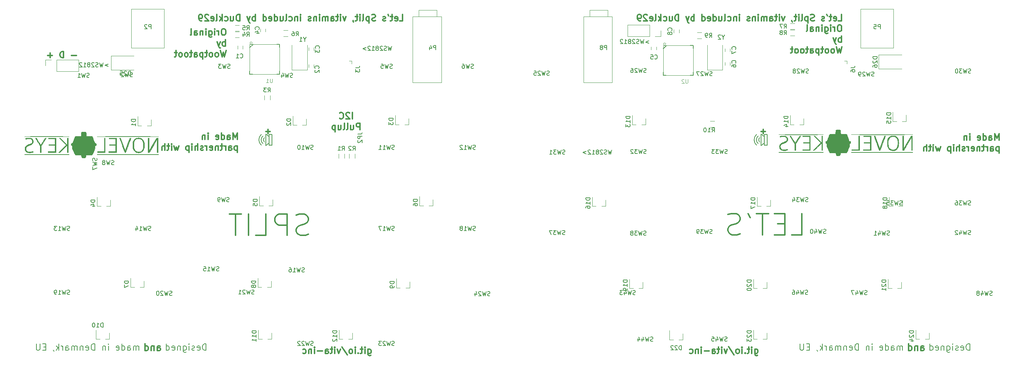
<source format=gbo>
G04 #@! TF.GenerationSoftware,KiCad,Pcbnew,5.0-dev-unknown-9241a39~61~ubuntu17.10.1*
G04 #@! TF.CreationDate,2018-07-19T12:56:27+02:00*
G04 #@! TF.ProjectId,vitamins_included,766974616D696E735F696E636C756465,rev?*
G04 #@! TF.SameCoordinates,Original*
G04 #@! TF.FileFunction,Legend,Bot*
G04 #@! TF.FilePolarity,Positive*
%FSLAX46Y46*%
G04 Gerber Fmt 4.6, Leading zero omitted, Abs format (unit mm)*
G04 Created by KiCad (PCBNEW 5.0-dev-unknown-9241a39~61~ubuntu17.10.1) date Thu Jul 19 12:56:27 2018*
%MOMM*%
%LPD*%
G01*
G04 APERTURE LIST*
%ADD10C,0.200000*%
%ADD11C,0.300000*%
%ADD12C,0.350000*%
%ADD13C,0.120000*%
%ADD14C,0.100000*%
%ADD15C,0.127000*%
%ADD16C,0.066040*%
%ADD17C,0.010000*%
%ADD18C,0.150000*%
%ADD19C,0.101600*%
G04 APERTURE END LIST*
D10*
X173616500Y-28709000D02*
X173616500Y-30106000D01*
X172908536Y-30986799D02*
G75*
G02X172918000Y-29217000I771464J880799D01*
G01*
X175013500Y-28836000D02*
X175013500Y-30106000D01*
X172536433Y-31375489D02*
G75*
G02X172537000Y-28836000I1143567J1269489D01*
G01*
X174378500Y-29344000D02*
X173616500Y-28709000D01*
X174378500Y-30106000D02*
X174378500Y-31376000D01*
X174378500Y-28836000D02*
X175013500Y-28836000D01*
X173616500Y-31487128D02*
X173616500Y-30106000D01*
X174378500Y-30852128D02*
X173616500Y-31487128D01*
X174378500Y-31376000D02*
X175013500Y-31376000D01*
X173299354Y-30614264D02*
G75*
G02X173299000Y-29598001I380646J508264D01*
G01*
X174378500Y-30106000D02*
X174378500Y-28836000D01*
X175013500Y-31376000D02*
X175013500Y-30106000D01*
D11*
X180818476Y-52433904D02*
X183199428Y-52433904D01*
X183199428Y-47433904D01*
X179151809Y-49814857D02*
X177485142Y-49814857D01*
X176770857Y-52433904D02*
X179151809Y-52433904D01*
X179151809Y-47433904D01*
X176770857Y-47433904D01*
X175342285Y-47433904D02*
X172485142Y-47433904D01*
X173913714Y-52433904D02*
X173913714Y-47433904D01*
X170580380Y-47433904D02*
X171056571Y-48386285D01*
X168675619Y-52195809D02*
X167961333Y-52433904D01*
X166770857Y-52433904D01*
X166294666Y-52195809D01*
X166056571Y-51957714D01*
X165818476Y-51481523D01*
X165818476Y-51005333D01*
X166056571Y-50529142D01*
X166294666Y-50291047D01*
X166770857Y-50052952D01*
X167723238Y-49814857D01*
X168199428Y-49576761D01*
X168437523Y-49338666D01*
X168675619Y-48862476D01*
X168675619Y-48386285D01*
X168437523Y-47910095D01*
X168199428Y-47672000D01*
X167723238Y-47433904D01*
X166532761Y-47433904D01*
X165818476Y-47672000D01*
X173629261Y-28166857D02*
X174619738Y-28166857D01*
X174124500Y-28662095D02*
X174124500Y-27671619D01*
D12*
X211112833Y-79597809D02*
X211112833Y-78759714D01*
X211189023Y-78607333D01*
X211341404Y-78531142D01*
X211646166Y-78531142D01*
X211798547Y-78607333D01*
X211112833Y-79521619D02*
X211265214Y-79597809D01*
X211646166Y-79597809D01*
X211798547Y-79521619D01*
X211874738Y-79369238D01*
X211874738Y-79216857D01*
X211798547Y-79064476D01*
X211646166Y-78988285D01*
X211265214Y-78988285D01*
X211112833Y-78912095D01*
X210350928Y-78531142D02*
X210350928Y-79597809D01*
X210350928Y-78683523D02*
X210274738Y-78607333D01*
X210122357Y-78531142D01*
X209893785Y-78531142D01*
X209741404Y-78607333D01*
X209665214Y-78759714D01*
X209665214Y-79597809D01*
X208217595Y-79597809D02*
X208217595Y-77997809D01*
X208217595Y-79521619D02*
X208369976Y-79597809D01*
X208674738Y-79597809D01*
X208827119Y-79521619D01*
X208903309Y-79445428D01*
X208979500Y-79293047D01*
X208979500Y-78835904D01*
X208903309Y-78683523D01*
X208827119Y-78607333D01*
X208674738Y-78531142D01*
X208369976Y-78531142D01*
X208217595Y-78607333D01*
D11*
X229447857Y-30203571D02*
X229447857Y-28703571D01*
X228947857Y-29775000D01*
X228447857Y-28703571D01*
X228447857Y-30203571D01*
X227090714Y-30203571D02*
X227090714Y-29417857D01*
X227162142Y-29275000D01*
X227305000Y-29203571D01*
X227590714Y-29203571D01*
X227733571Y-29275000D01*
X227090714Y-30132142D02*
X227233571Y-30203571D01*
X227590714Y-30203571D01*
X227733571Y-30132142D01*
X227805000Y-29989285D01*
X227805000Y-29846428D01*
X227733571Y-29703571D01*
X227590714Y-29632142D01*
X227233571Y-29632142D01*
X227090714Y-29560714D01*
X225733571Y-30203571D02*
X225733571Y-28703571D01*
X225733571Y-30132142D02*
X225876428Y-30203571D01*
X226162142Y-30203571D01*
X226305000Y-30132142D01*
X226376428Y-30060714D01*
X226447857Y-29917857D01*
X226447857Y-29489285D01*
X226376428Y-29346428D01*
X226305000Y-29275000D01*
X226162142Y-29203571D01*
X225876428Y-29203571D01*
X225733571Y-29275000D01*
X224447857Y-30132142D02*
X224590714Y-30203571D01*
X224876428Y-30203571D01*
X225019285Y-30132142D01*
X225090714Y-29989285D01*
X225090714Y-29417857D01*
X225019285Y-29275000D01*
X224876428Y-29203571D01*
X224590714Y-29203571D01*
X224447857Y-29275000D01*
X224376428Y-29417857D01*
X224376428Y-29560714D01*
X225090714Y-29703571D01*
X222590714Y-30203571D02*
X222590714Y-29203571D01*
X222590714Y-28703571D02*
X222662142Y-28775000D01*
X222590714Y-28846428D01*
X222519285Y-28775000D01*
X222590714Y-28703571D01*
X222590714Y-28846428D01*
X221876428Y-29203571D02*
X221876428Y-30203571D01*
X221876428Y-29346428D02*
X221805000Y-29275000D01*
X221662142Y-29203571D01*
X221447857Y-29203571D01*
X221305000Y-29275000D01*
X221233571Y-29417857D01*
X221233571Y-30203571D01*
X229447857Y-31753571D02*
X229447857Y-33253571D01*
X229447857Y-31825000D02*
X229305000Y-31753571D01*
X229019285Y-31753571D01*
X228876428Y-31825000D01*
X228805000Y-31896428D01*
X228733571Y-32039285D01*
X228733571Y-32467857D01*
X228805000Y-32610714D01*
X228876428Y-32682142D01*
X229019285Y-32753571D01*
X229305000Y-32753571D01*
X229447857Y-32682142D01*
X227447857Y-32753571D02*
X227447857Y-31967857D01*
X227519285Y-31825000D01*
X227662142Y-31753571D01*
X227947857Y-31753571D01*
X228090714Y-31825000D01*
X227447857Y-32682142D02*
X227590714Y-32753571D01*
X227947857Y-32753571D01*
X228090714Y-32682142D01*
X228162142Y-32539285D01*
X228162142Y-32396428D01*
X228090714Y-32253571D01*
X227947857Y-32182142D01*
X227590714Y-32182142D01*
X227447857Y-32110714D01*
X226733571Y-32753571D02*
X226733571Y-31753571D01*
X226733571Y-32039285D02*
X226662142Y-31896428D01*
X226590714Y-31825000D01*
X226447857Y-31753571D01*
X226305000Y-31753571D01*
X226019285Y-31753571D02*
X225447857Y-31753571D01*
X225805000Y-31253571D02*
X225805000Y-32539285D01*
X225733571Y-32682142D01*
X225590714Y-32753571D01*
X225447857Y-32753571D01*
X224947857Y-31753571D02*
X224947857Y-32753571D01*
X224947857Y-31896428D02*
X224876428Y-31825000D01*
X224733571Y-31753571D01*
X224519285Y-31753571D01*
X224376428Y-31825000D01*
X224305000Y-31967857D01*
X224305000Y-32753571D01*
X223019285Y-32682142D02*
X223162142Y-32753571D01*
X223447857Y-32753571D01*
X223590714Y-32682142D01*
X223662142Y-32539285D01*
X223662142Y-31967857D01*
X223590714Y-31825000D01*
X223447857Y-31753571D01*
X223162142Y-31753571D01*
X223019285Y-31825000D01*
X222947857Y-31967857D01*
X222947857Y-32110714D01*
X223662142Y-32253571D01*
X222305000Y-32753571D02*
X222305000Y-31753571D01*
X222305000Y-32039285D02*
X222233571Y-31896428D01*
X222162142Y-31825000D01*
X222019285Y-31753571D01*
X221876428Y-31753571D01*
X221447857Y-32682142D02*
X221305000Y-32753571D01*
X221019285Y-32753571D01*
X220876428Y-32682142D01*
X220805000Y-32539285D01*
X220805000Y-32467857D01*
X220876428Y-32325000D01*
X221019285Y-32253571D01*
X221233571Y-32253571D01*
X221376428Y-32182142D01*
X221447857Y-32039285D01*
X221447857Y-31967857D01*
X221376428Y-31825000D01*
X221233571Y-31753571D01*
X221019285Y-31753571D01*
X220876428Y-31825000D01*
X220162142Y-32753571D02*
X220162142Y-31253571D01*
X219519285Y-32753571D02*
X219519285Y-31967857D01*
X219590714Y-31825000D01*
X219733571Y-31753571D01*
X219947857Y-31753571D01*
X220090714Y-31825000D01*
X220162142Y-31896428D01*
X218805000Y-32753571D02*
X218805000Y-31753571D01*
X218805000Y-31253571D02*
X218876428Y-31325000D01*
X218805000Y-31396428D01*
X218733571Y-31325000D01*
X218805000Y-31253571D01*
X218805000Y-31396428D01*
X218090714Y-31753571D02*
X218090714Y-33253571D01*
X218090714Y-31825000D02*
X217947857Y-31753571D01*
X217662142Y-31753571D01*
X217519285Y-31825000D01*
X217447857Y-31896428D01*
X217376428Y-32039285D01*
X217376428Y-32467857D01*
X217447857Y-32610714D01*
X217519285Y-32682142D01*
X217662142Y-32753571D01*
X217947857Y-32753571D01*
X218090714Y-32682142D01*
X215733571Y-31753571D02*
X215447857Y-32753571D01*
X215162142Y-32039285D01*
X214876428Y-32753571D01*
X214590714Y-31753571D01*
X214019285Y-32753571D02*
X214019285Y-31753571D01*
X214019285Y-31253571D02*
X214090714Y-31325000D01*
X214019285Y-31396428D01*
X213947857Y-31325000D01*
X214019285Y-31253571D01*
X214019285Y-31396428D01*
X213519285Y-31753571D02*
X212947857Y-31753571D01*
X213305000Y-31253571D02*
X213305000Y-32539285D01*
X213233571Y-32682142D01*
X213090714Y-32753571D01*
X212947857Y-32753571D01*
X212447857Y-32753571D02*
X212447857Y-31253571D01*
X211805000Y-32753571D02*
X211805000Y-31967857D01*
X211876428Y-31825000D01*
X212019285Y-31753571D01*
X212233571Y-31753571D01*
X212376428Y-31825000D01*
X212447857Y-31896428D01*
X172135714Y-79278571D02*
X172135714Y-80492857D01*
X172207142Y-80635714D01*
X172278571Y-80707142D01*
X172421428Y-80778571D01*
X172635714Y-80778571D01*
X172778571Y-80707142D01*
X172135714Y-80207142D02*
X172278571Y-80278571D01*
X172564285Y-80278571D01*
X172707142Y-80207142D01*
X172778571Y-80135714D01*
X172850000Y-79992857D01*
X172850000Y-79564285D01*
X172778571Y-79421428D01*
X172707142Y-79350000D01*
X172564285Y-79278571D01*
X172278571Y-79278571D01*
X172135714Y-79350000D01*
X171421428Y-80278571D02*
X171421428Y-79278571D01*
X171421428Y-78778571D02*
X171492857Y-78850000D01*
X171421428Y-78921428D01*
X171350000Y-78850000D01*
X171421428Y-78778571D01*
X171421428Y-78921428D01*
X170921428Y-79278571D02*
X170350000Y-79278571D01*
X170707142Y-78778571D02*
X170707142Y-80064285D01*
X170635714Y-80207142D01*
X170492857Y-80278571D01*
X170350000Y-80278571D01*
X169850000Y-80135714D02*
X169778571Y-80207142D01*
X169850000Y-80278571D01*
X169921428Y-80207142D01*
X169850000Y-80135714D01*
X169850000Y-80278571D01*
X169135714Y-80278571D02*
X169135714Y-79278571D01*
X169135714Y-78778571D02*
X169207142Y-78850000D01*
X169135714Y-78921428D01*
X169064285Y-78850000D01*
X169135714Y-78778571D01*
X169135714Y-78921428D01*
X168207142Y-80278571D02*
X168350000Y-80207142D01*
X168421428Y-80135714D01*
X168492857Y-79992857D01*
X168492857Y-79564285D01*
X168421428Y-79421428D01*
X168350000Y-79350000D01*
X168207142Y-79278571D01*
X167992857Y-79278571D01*
X167850000Y-79350000D01*
X167778571Y-79421428D01*
X167707142Y-79564285D01*
X167707142Y-79992857D01*
X167778571Y-80135714D01*
X167850000Y-80207142D01*
X167992857Y-80278571D01*
X168207142Y-80278571D01*
X165992857Y-78707142D02*
X167278571Y-80635714D01*
X165635714Y-79278571D02*
X165278571Y-80278571D01*
X164921428Y-79278571D01*
X164350000Y-80278571D02*
X164350000Y-79278571D01*
X164350000Y-78778571D02*
X164421428Y-78850000D01*
X164350000Y-78921428D01*
X164278571Y-78850000D01*
X164350000Y-78778571D01*
X164350000Y-78921428D01*
X163850000Y-79278571D02*
X163278571Y-79278571D01*
X163635714Y-78778571D02*
X163635714Y-80064285D01*
X163564285Y-80207142D01*
X163421428Y-80278571D01*
X163278571Y-80278571D01*
X162135714Y-80278571D02*
X162135714Y-79492857D01*
X162207142Y-79350000D01*
X162350000Y-79278571D01*
X162635714Y-79278571D01*
X162778571Y-79350000D01*
X162135714Y-80207142D02*
X162278571Y-80278571D01*
X162635714Y-80278571D01*
X162778571Y-80207142D01*
X162850000Y-80064285D01*
X162850000Y-79921428D01*
X162778571Y-79778571D01*
X162635714Y-79707142D01*
X162278571Y-79707142D01*
X162135714Y-79635714D01*
X161421428Y-79707142D02*
X160278571Y-79707142D01*
X159564285Y-80278571D02*
X159564285Y-79278571D01*
X159564285Y-78778571D02*
X159635714Y-78850000D01*
X159564285Y-78921428D01*
X159492857Y-78850000D01*
X159564285Y-78778571D01*
X159564285Y-78921428D01*
X158850000Y-79278571D02*
X158850000Y-80278571D01*
X158850000Y-79421428D02*
X158778571Y-79350000D01*
X158635714Y-79278571D01*
X158421428Y-79278571D01*
X158278571Y-79350000D01*
X158207142Y-79492857D01*
X158207142Y-80278571D01*
X156850000Y-80207142D02*
X156992857Y-80278571D01*
X157278571Y-80278571D01*
X157421428Y-80207142D01*
X157492857Y-80135714D01*
X157564285Y-79992857D01*
X157564285Y-79564285D01*
X157492857Y-79421428D01*
X157421428Y-79350000D01*
X157278571Y-79278571D01*
X156992857Y-79278571D01*
X156850000Y-79350000D01*
X192162142Y-3128571D02*
X191876428Y-3128571D01*
X191733571Y-3200000D01*
X191590714Y-3342857D01*
X191519285Y-3628571D01*
X191519285Y-4128571D01*
X191590714Y-4414285D01*
X191733571Y-4557142D01*
X191876428Y-4628571D01*
X192162142Y-4628571D01*
X192305000Y-4557142D01*
X192447857Y-4414285D01*
X192519285Y-4128571D01*
X192519285Y-3628571D01*
X192447857Y-3342857D01*
X192305000Y-3200000D01*
X192162142Y-3128571D01*
X190876428Y-4628571D02*
X190876428Y-3628571D01*
X190876428Y-3914285D02*
X190805000Y-3771428D01*
X190733571Y-3700000D01*
X190590714Y-3628571D01*
X190447857Y-3628571D01*
X189947857Y-4628571D02*
X189947857Y-3628571D01*
X189947857Y-3128571D02*
X190019285Y-3200000D01*
X189947857Y-3271428D01*
X189876428Y-3200000D01*
X189947857Y-3128571D01*
X189947857Y-3271428D01*
X188590714Y-3628571D02*
X188590714Y-4842857D01*
X188662142Y-4985714D01*
X188733571Y-5057142D01*
X188876428Y-5128571D01*
X189090714Y-5128571D01*
X189233571Y-5057142D01*
X188590714Y-4557142D02*
X188733571Y-4628571D01*
X189019285Y-4628571D01*
X189162142Y-4557142D01*
X189233571Y-4485714D01*
X189305000Y-4342857D01*
X189305000Y-3914285D01*
X189233571Y-3771428D01*
X189162142Y-3700000D01*
X189019285Y-3628571D01*
X188733571Y-3628571D01*
X188590714Y-3700000D01*
X187876428Y-4628571D02*
X187876428Y-3628571D01*
X187876428Y-3128571D02*
X187947857Y-3200000D01*
X187876428Y-3271428D01*
X187805000Y-3200000D01*
X187876428Y-3128571D01*
X187876428Y-3271428D01*
X187162142Y-3628571D02*
X187162142Y-4628571D01*
X187162142Y-3771428D02*
X187090714Y-3700000D01*
X186947857Y-3628571D01*
X186733571Y-3628571D01*
X186590714Y-3700000D01*
X186519285Y-3842857D01*
X186519285Y-4628571D01*
X185162142Y-4628571D02*
X185162142Y-3842857D01*
X185233571Y-3700000D01*
X185376428Y-3628571D01*
X185662142Y-3628571D01*
X185805000Y-3700000D01*
X185162142Y-4557142D02*
X185305000Y-4628571D01*
X185662142Y-4628571D01*
X185805000Y-4557142D01*
X185876428Y-4414285D01*
X185876428Y-4271428D01*
X185805000Y-4128571D01*
X185662142Y-4057142D01*
X185305000Y-4057142D01*
X185162142Y-3985714D01*
X184233571Y-4628571D02*
X184376428Y-4557142D01*
X184447857Y-4414285D01*
X184447857Y-3128571D01*
X192447857Y-7178571D02*
X192447857Y-5678571D01*
X192447857Y-6250000D02*
X192305000Y-6178571D01*
X192019285Y-6178571D01*
X191876428Y-6250000D01*
X191805000Y-6321428D01*
X191733571Y-6464285D01*
X191733571Y-6892857D01*
X191805000Y-7035714D01*
X191876428Y-7107142D01*
X192019285Y-7178571D01*
X192305000Y-7178571D01*
X192447857Y-7107142D01*
X191233571Y-6178571D02*
X190876428Y-7178571D01*
X190519285Y-6178571D02*
X190876428Y-7178571D01*
X191019285Y-7535714D01*
X191090714Y-7607142D01*
X191233571Y-7678571D01*
X192590714Y-8228571D02*
X192233571Y-9728571D01*
X191947857Y-8657142D01*
X191662142Y-9728571D01*
X191305000Y-8228571D01*
X190519285Y-9728571D02*
X190662142Y-9657142D01*
X190733571Y-9585714D01*
X190805000Y-9442857D01*
X190805000Y-9014285D01*
X190733571Y-8871428D01*
X190662142Y-8800000D01*
X190519285Y-8728571D01*
X190305000Y-8728571D01*
X190162142Y-8800000D01*
X190090714Y-8871428D01*
X190019285Y-9014285D01*
X190019285Y-9442857D01*
X190090714Y-9585714D01*
X190162142Y-9657142D01*
X190305000Y-9728571D01*
X190519285Y-9728571D01*
X189162142Y-9728571D02*
X189305000Y-9657142D01*
X189376428Y-9585714D01*
X189447857Y-9442857D01*
X189447857Y-9014285D01*
X189376428Y-8871428D01*
X189305000Y-8800000D01*
X189162142Y-8728571D01*
X188947857Y-8728571D01*
X188805000Y-8800000D01*
X188733571Y-8871428D01*
X188662142Y-9014285D01*
X188662142Y-9442857D01*
X188733571Y-9585714D01*
X188805000Y-9657142D01*
X188947857Y-9728571D01*
X189162142Y-9728571D01*
X188233571Y-8728571D02*
X187662142Y-8728571D01*
X188019285Y-8228571D02*
X188019285Y-9514285D01*
X187947857Y-9657142D01*
X187805000Y-9728571D01*
X187662142Y-9728571D01*
X187162142Y-8728571D02*
X187162142Y-10228571D01*
X187162142Y-8800000D02*
X187019285Y-8728571D01*
X186733571Y-8728571D01*
X186590714Y-8800000D01*
X186519285Y-8871428D01*
X186447857Y-9014285D01*
X186447857Y-9442857D01*
X186519285Y-9585714D01*
X186590714Y-9657142D01*
X186733571Y-9728571D01*
X187019285Y-9728571D01*
X187162142Y-9657142D01*
X185162142Y-9728571D02*
X185162142Y-8942857D01*
X185233571Y-8800000D01*
X185376428Y-8728571D01*
X185662142Y-8728571D01*
X185805000Y-8800000D01*
X185162142Y-9657142D02*
X185305000Y-9728571D01*
X185662142Y-9728571D01*
X185805000Y-9657142D01*
X185876428Y-9514285D01*
X185876428Y-9371428D01*
X185805000Y-9228571D01*
X185662142Y-9157142D01*
X185305000Y-9157142D01*
X185162142Y-9085714D01*
X184662142Y-8728571D02*
X184090714Y-8728571D01*
X184447857Y-8228571D02*
X184447857Y-9514285D01*
X184376428Y-9657142D01*
X184233571Y-9728571D01*
X184090714Y-9728571D01*
X183376428Y-9728571D02*
X183519285Y-9657142D01*
X183590714Y-9585714D01*
X183662142Y-9442857D01*
X183662142Y-9014285D01*
X183590714Y-8871428D01*
X183519285Y-8800000D01*
X183376428Y-8728571D01*
X183162142Y-8728571D01*
X183019285Y-8800000D01*
X182947857Y-8871428D01*
X182876428Y-9014285D01*
X182876428Y-9442857D01*
X182947857Y-9585714D01*
X183019285Y-9657142D01*
X183162142Y-9728571D01*
X183376428Y-9728571D01*
X182019285Y-9728571D02*
X182162142Y-9657142D01*
X182233571Y-9585714D01*
X182305000Y-9442857D01*
X182305000Y-9014285D01*
X182233571Y-8871428D01*
X182162142Y-8800000D01*
X182019285Y-8728571D01*
X181805000Y-8728571D01*
X181662142Y-8800000D01*
X181590714Y-8871428D01*
X181519285Y-9014285D01*
X181519285Y-9442857D01*
X181590714Y-9585714D01*
X181662142Y-9657142D01*
X181805000Y-9728571D01*
X182019285Y-9728571D01*
X181090714Y-8728571D02*
X180519285Y-8728571D01*
X180876428Y-8228571D02*
X180876428Y-9514285D01*
X180805000Y-9657142D01*
X180662142Y-9728571D01*
X180519285Y-9728571D01*
D10*
X222587857Y-79552571D02*
X222587857Y-78052571D01*
X222230714Y-78052571D01*
X222016428Y-78124000D01*
X221873571Y-78266857D01*
X221802142Y-78409714D01*
X221730714Y-78695428D01*
X221730714Y-78909714D01*
X221802142Y-79195428D01*
X221873571Y-79338285D01*
X222016428Y-79481142D01*
X222230714Y-79552571D01*
X222587857Y-79552571D01*
X220516428Y-79481142D02*
X220659285Y-79552571D01*
X220945000Y-79552571D01*
X221087857Y-79481142D01*
X221159285Y-79338285D01*
X221159285Y-78766857D01*
X221087857Y-78624000D01*
X220945000Y-78552571D01*
X220659285Y-78552571D01*
X220516428Y-78624000D01*
X220445000Y-78766857D01*
X220445000Y-78909714D01*
X221159285Y-79052571D01*
X219873571Y-79481142D02*
X219730714Y-79552571D01*
X219445000Y-79552571D01*
X219302142Y-79481142D01*
X219230714Y-79338285D01*
X219230714Y-79266857D01*
X219302142Y-79124000D01*
X219445000Y-79052571D01*
X219659285Y-79052571D01*
X219802142Y-78981142D01*
X219873571Y-78838285D01*
X219873571Y-78766857D01*
X219802142Y-78624000D01*
X219659285Y-78552571D01*
X219445000Y-78552571D01*
X219302142Y-78624000D01*
X218587857Y-79552571D02*
X218587857Y-78552571D01*
X218587857Y-78052571D02*
X218659285Y-78124000D01*
X218587857Y-78195428D01*
X218516428Y-78124000D01*
X218587857Y-78052571D01*
X218587857Y-78195428D01*
X217230714Y-78552571D02*
X217230714Y-79766857D01*
X217302142Y-79909714D01*
X217373571Y-79981142D01*
X217516428Y-80052571D01*
X217730714Y-80052571D01*
X217873571Y-79981142D01*
X217230714Y-79481142D02*
X217373571Y-79552571D01*
X217659285Y-79552571D01*
X217802142Y-79481142D01*
X217873571Y-79409714D01*
X217945000Y-79266857D01*
X217945000Y-78838285D01*
X217873571Y-78695428D01*
X217802142Y-78624000D01*
X217659285Y-78552571D01*
X217373571Y-78552571D01*
X217230714Y-78624000D01*
X216516428Y-78552571D02*
X216516428Y-79552571D01*
X216516428Y-78695428D02*
X216445000Y-78624000D01*
X216302142Y-78552571D01*
X216087857Y-78552571D01*
X215945000Y-78624000D01*
X215873571Y-78766857D01*
X215873571Y-79552571D01*
X214587857Y-79481142D02*
X214730714Y-79552571D01*
X215016428Y-79552571D01*
X215159285Y-79481142D01*
X215230714Y-79338285D01*
X215230714Y-78766857D01*
X215159285Y-78624000D01*
X215016428Y-78552571D01*
X214730714Y-78552571D01*
X214587857Y-78624000D01*
X214516428Y-78766857D01*
X214516428Y-78909714D01*
X215230714Y-79052571D01*
X213230714Y-79552571D02*
X213230714Y-78052571D01*
X213230714Y-79481142D02*
X213373571Y-79552571D01*
X213659285Y-79552571D01*
X213802142Y-79481142D01*
X213873571Y-79409714D01*
X213945000Y-79266857D01*
X213945000Y-78838285D01*
X213873571Y-78695428D01*
X213802142Y-78624000D01*
X213659285Y-78552571D01*
X213373571Y-78552571D01*
X213230714Y-78624000D01*
X206802142Y-79552571D02*
X206802142Y-78552571D01*
X206802142Y-78695428D02*
X206730714Y-78624000D01*
X206587857Y-78552571D01*
X206373571Y-78552571D01*
X206230714Y-78624000D01*
X206159285Y-78766857D01*
X206159285Y-79552571D01*
X206159285Y-78766857D02*
X206087857Y-78624000D01*
X205945000Y-78552571D01*
X205730714Y-78552571D01*
X205587857Y-78624000D01*
X205516428Y-78766857D01*
X205516428Y-79552571D01*
X204159285Y-79552571D02*
X204159285Y-78766857D01*
X204230714Y-78624000D01*
X204373571Y-78552571D01*
X204659285Y-78552571D01*
X204802142Y-78624000D01*
X204159285Y-79481142D02*
X204302142Y-79552571D01*
X204659285Y-79552571D01*
X204802142Y-79481142D01*
X204873571Y-79338285D01*
X204873571Y-79195428D01*
X204802142Y-79052571D01*
X204659285Y-78981142D01*
X204302142Y-78981142D01*
X204159285Y-78909714D01*
X202802142Y-79552571D02*
X202802142Y-78052571D01*
X202802142Y-79481142D02*
X202945000Y-79552571D01*
X203230714Y-79552571D01*
X203373571Y-79481142D01*
X203445000Y-79409714D01*
X203516428Y-79266857D01*
X203516428Y-78838285D01*
X203445000Y-78695428D01*
X203373571Y-78624000D01*
X203230714Y-78552571D01*
X202945000Y-78552571D01*
X202802142Y-78624000D01*
X201516428Y-79481142D02*
X201659285Y-79552571D01*
X201945000Y-79552571D01*
X202087857Y-79481142D01*
X202159285Y-79338285D01*
X202159285Y-78766857D01*
X202087857Y-78624000D01*
X201945000Y-78552571D01*
X201659285Y-78552571D01*
X201516428Y-78624000D01*
X201445000Y-78766857D01*
X201445000Y-78909714D01*
X202159285Y-79052571D01*
X199659285Y-79552571D02*
X199659285Y-78552571D01*
X199659285Y-78052571D02*
X199730714Y-78124000D01*
X199659285Y-78195428D01*
X199587857Y-78124000D01*
X199659285Y-78052571D01*
X199659285Y-78195428D01*
X198945000Y-78552571D02*
X198945000Y-79552571D01*
X198945000Y-78695428D02*
X198873571Y-78624000D01*
X198730714Y-78552571D01*
X198516428Y-78552571D01*
X198373571Y-78624000D01*
X198302142Y-78766857D01*
X198302142Y-79552571D01*
X196445000Y-79552571D02*
X196445000Y-78052571D01*
X196087857Y-78052571D01*
X195873571Y-78124000D01*
X195730714Y-78266857D01*
X195659285Y-78409714D01*
X195587857Y-78695428D01*
X195587857Y-78909714D01*
X195659285Y-79195428D01*
X195730714Y-79338285D01*
X195873571Y-79481142D01*
X196087857Y-79552571D01*
X196445000Y-79552571D01*
X194373571Y-79481142D02*
X194516428Y-79552571D01*
X194802142Y-79552571D01*
X194945000Y-79481142D01*
X195016428Y-79338285D01*
X195016428Y-78766857D01*
X194945000Y-78624000D01*
X194802142Y-78552571D01*
X194516428Y-78552571D01*
X194373571Y-78624000D01*
X194302142Y-78766857D01*
X194302142Y-78909714D01*
X195016428Y-79052571D01*
X193659285Y-78552571D02*
X193659285Y-79552571D01*
X193659285Y-78695428D02*
X193587857Y-78624000D01*
X193445000Y-78552571D01*
X193230714Y-78552571D01*
X193087857Y-78624000D01*
X193016428Y-78766857D01*
X193016428Y-79552571D01*
X192302142Y-79552571D02*
X192302142Y-78552571D01*
X192302142Y-78695428D02*
X192230714Y-78624000D01*
X192087857Y-78552571D01*
X191873571Y-78552571D01*
X191730714Y-78624000D01*
X191659285Y-78766857D01*
X191659285Y-79552571D01*
X191659285Y-78766857D02*
X191587857Y-78624000D01*
X191445000Y-78552571D01*
X191230714Y-78552571D01*
X191087857Y-78624000D01*
X191016428Y-78766857D01*
X191016428Y-79552571D01*
X189659285Y-79552571D02*
X189659285Y-78766857D01*
X189730714Y-78624000D01*
X189873571Y-78552571D01*
X190159285Y-78552571D01*
X190302142Y-78624000D01*
X189659285Y-79481142D02*
X189802142Y-79552571D01*
X190159285Y-79552571D01*
X190302142Y-79481142D01*
X190373571Y-79338285D01*
X190373571Y-79195428D01*
X190302142Y-79052571D01*
X190159285Y-78981142D01*
X189802142Y-78981142D01*
X189659285Y-78909714D01*
X188945000Y-79552571D02*
X188945000Y-78552571D01*
X188945000Y-78838285D02*
X188873571Y-78695428D01*
X188802142Y-78624000D01*
X188659285Y-78552571D01*
X188516428Y-78552571D01*
X188016428Y-79552571D02*
X188016428Y-78052571D01*
X187873571Y-78981142D02*
X187445000Y-79552571D01*
X187445000Y-78552571D02*
X188016428Y-79124000D01*
X186730714Y-79481142D02*
X186730714Y-79552571D01*
X186802142Y-79695428D01*
X186873571Y-79766857D01*
X184945000Y-78766857D02*
X184445000Y-78766857D01*
X184230714Y-79552571D02*
X184945000Y-79552571D01*
X184945000Y-78052571D01*
X184230714Y-78052571D01*
X183587857Y-78052571D02*
X183587857Y-79266857D01*
X183516428Y-79409714D01*
X183445000Y-79481142D01*
X183302142Y-79552571D01*
X183016428Y-79552571D01*
X182873571Y-79481142D01*
X182802142Y-79409714D01*
X182730714Y-79266857D01*
X182730714Y-78052571D01*
D11*
X191733571Y-2178571D02*
X192447857Y-2178571D01*
X192447857Y-678571D01*
X190662142Y-2107142D02*
X190805000Y-2178571D01*
X191090714Y-2178571D01*
X191233571Y-2107142D01*
X191305000Y-1964285D01*
X191305000Y-1392857D01*
X191233571Y-1250000D01*
X191090714Y-1178571D01*
X190805000Y-1178571D01*
X190662142Y-1250000D01*
X190590714Y-1392857D01*
X190590714Y-1535714D01*
X191305000Y-1678571D01*
X190162142Y-1178571D02*
X189590714Y-1178571D01*
X189947857Y-678571D02*
X189947857Y-1964285D01*
X189876428Y-2107142D01*
X189733571Y-2178571D01*
X189590714Y-2178571D01*
X189019285Y-678571D02*
X189162142Y-964285D01*
X188447857Y-2107142D02*
X188305000Y-2178571D01*
X188019285Y-2178571D01*
X187876428Y-2107142D01*
X187805000Y-1964285D01*
X187805000Y-1892857D01*
X187876428Y-1750000D01*
X188019285Y-1678571D01*
X188233571Y-1678571D01*
X188376428Y-1607142D01*
X188447857Y-1464285D01*
X188447857Y-1392857D01*
X188376428Y-1250000D01*
X188233571Y-1178571D01*
X188019285Y-1178571D01*
X187876428Y-1250000D01*
X186090714Y-2107142D02*
X185876428Y-2178571D01*
X185519285Y-2178571D01*
X185376428Y-2107142D01*
X185305000Y-2035714D01*
X185233571Y-1892857D01*
X185233571Y-1750000D01*
X185305000Y-1607142D01*
X185376428Y-1535714D01*
X185519285Y-1464285D01*
X185805000Y-1392857D01*
X185947857Y-1321428D01*
X186019285Y-1250000D01*
X186090714Y-1107142D01*
X186090714Y-964285D01*
X186019285Y-821428D01*
X185947857Y-750000D01*
X185805000Y-678571D01*
X185447857Y-678571D01*
X185233571Y-750000D01*
X184590714Y-1178571D02*
X184590714Y-2678571D01*
X184590714Y-1250000D02*
X184447857Y-1178571D01*
X184162142Y-1178571D01*
X184019285Y-1250000D01*
X183947857Y-1321428D01*
X183876428Y-1464285D01*
X183876428Y-1892857D01*
X183947857Y-2035714D01*
X184019285Y-2107142D01*
X184162142Y-2178571D01*
X184447857Y-2178571D01*
X184590714Y-2107142D01*
X183019285Y-2178571D02*
X183162142Y-2107142D01*
X183233571Y-1964285D01*
X183233571Y-678571D01*
X182447857Y-2178571D02*
X182447857Y-1178571D01*
X182447857Y-678571D02*
X182519285Y-750000D01*
X182447857Y-821428D01*
X182376428Y-750000D01*
X182447857Y-678571D01*
X182447857Y-821428D01*
X181947857Y-1178571D02*
X181376428Y-1178571D01*
X181733571Y-678571D02*
X181733571Y-1964285D01*
X181662142Y-2107142D01*
X181519285Y-2178571D01*
X181376428Y-2178571D01*
X180805000Y-2107142D02*
X180805000Y-2178571D01*
X180876428Y-2321428D01*
X180947857Y-2392857D01*
X179162142Y-1178571D02*
X178805000Y-2178571D01*
X178447857Y-1178571D01*
X177876428Y-2178571D02*
X177876428Y-1178571D01*
X177876428Y-678571D02*
X177947857Y-750000D01*
X177876428Y-821428D01*
X177805000Y-750000D01*
X177876428Y-678571D01*
X177876428Y-821428D01*
X177376428Y-1178571D02*
X176805000Y-1178571D01*
X177162142Y-678571D02*
X177162142Y-1964285D01*
X177090714Y-2107142D01*
X176947857Y-2178571D01*
X176805000Y-2178571D01*
X175662142Y-2178571D02*
X175662142Y-1392857D01*
X175733571Y-1250000D01*
X175876428Y-1178571D01*
X176162142Y-1178571D01*
X176305000Y-1250000D01*
X175662142Y-2107142D02*
X175805000Y-2178571D01*
X176162142Y-2178571D01*
X176305000Y-2107142D01*
X176376428Y-1964285D01*
X176376428Y-1821428D01*
X176305000Y-1678571D01*
X176162142Y-1607142D01*
X175805000Y-1607142D01*
X175662142Y-1535714D01*
X174947857Y-2178571D02*
X174947857Y-1178571D01*
X174947857Y-1321428D02*
X174876428Y-1250000D01*
X174733571Y-1178571D01*
X174519285Y-1178571D01*
X174376428Y-1250000D01*
X174305000Y-1392857D01*
X174305000Y-2178571D01*
X174305000Y-1392857D02*
X174233571Y-1250000D01*
X174090714Y-1178571D01*
X173876428Y-1178571D01*
X173733571Y-1250000D01*
X173662142Y-1392857D01*
X173662142Y-2178571D01*
X172947857Y-2178571D02*
X172947857Y-1178571D01*
X172947857Y-678571D02*
X173019285Y-750000D01*
X172947857Y-821428D01*
X172876428Y-750000D01*
X172947857Y-678571D01*
X172947857Y-821428D01*
X172233571Y-1178571D02*
X172233571Y-2178571D01*
X172233571Y-1321428D02*
X172162142Y-1250000D01*
X172019285Y-1178571D01*
X171805000Y-1178571D01*
X171662142Y-1250000D01*
X171590714Y-1392857D01*
X171590714Y-2178571D01*
X170947857Y-2107142D02*
X170805000Y-2178571D01*
X170519285Y-2178571D01*
X170376428Y-2107142D01*
X170305000Y-1964285D01*
X170305000Y-1892857D01*
X170376428Y-1750000D01*
X170519285Y-1678571D01*
X170733571Y-1678571D01*
X170876428Y-1607142D01*
X170947857Y-1464285D01*
X170947857Y-1392857D01*
X170876428Y-1250000D01*
X170733571Y-1178571D01*
X170519285Y-1178571D01*
X170376428Y-1250000D01*
X168519285Y-2178571D02*
X168519285Y-1178571D01*
X168519285Y-678571D02*
X168590714Y-750000D01*
X168519285Y-821428D01*
X168447857Y-750000D01*
X168519285Y-678571D01*
X168519285Y-821428D01*
X167805000Y-1178571D02*
X167805000Y-2178571D01*
X167805000Y-1321428D02*
X167733571Y-1250000D01*
X167590714Y-1178571D01*
X167376428Y-1178571D01*
X167233571Y-1250000D01*
X167162142Y-1392857D01*
X167162142Y-2178571D01*
X165805000Y-2107142D02*
X165947857Y-2178571D01*
X166233571Y-2178571D01*
X166376428Y-2107142D01*
X166447857Y-2035714D01*
X166519285Y-1892857D01*
X166519285Y-1464285D01*
X166447857Y-1321428D01*
X166376428Y-1250000D01*
X166233571Y-1178571D01*
X165947857Y-1178571D01*
X165805000Y-1250000D01*
X164947857Y-2178571D02*
X165090714Y-2107142D01*
X165162142Y-1964285D01*
X165162142Y-678571D01*
X163733571Y-1178571D02*
X163733571Y-2178571D01*
X164376428Y-1178571D02*
X164376428Y-1964285D01*
X164305000Y-2107142D01*
X164162142Y-2178571D01*
X163947857Y-2178571D01*
X163805000Y-2107142D01*
X163733571Y-2035714D01*
X162376428Y-2178571D02*
X162376428Y-678571D01*
X162376428Y-2107142D02*
X162519285Y-2178571D01*
X162805000Y-2178571D01*
X162947857Y-2107142D01*
X163019285Y-2035714D01*
X163090714Y-1892857D01*
X163090714Y-1464285D01*
X163019285Y-1321428D01*
X162947857Y-1250000D01*
X162805000Y-1178571D01*
X162519285Y-1178571D01*
X162376428Y-1250000D01*
X161090714Y-2107142D02*
X161233571Y-2178571D01*
X161519285Y-2178571D01*
X161662142Y-2107142D01*
X161733571Y-1964285D01*
X161733571Y-1392857D01*
X161662142Y-1250000D01*
X161519285Y-1178571D01*
X161233571Y-1178571D01*
X161090714Y-1250000D01*
X161019285Y-1392857D01*
X161019285Y-1535714D01*
X161733571Y-1678571D01*
X159733571Y-2178571D02*
X159733571Y-678571D01*
X159733571Y-2107142D02*
X159876428Y-2178571D01*
X160162142Y-2178571D01*
X160305000Y-2107142D01*
X160376428Y-2035714D01*
X160447857Y-1892857D01*
X160447857Y-1464285D01*
X160376428Y-1321428D01*
X160305000Y-1250000D01*
X160162142Y-1178571D01*
X159876428Y-1178571D01*
X159733571Y-1250000D01*
X157876428Y-2178571D02*
X157876428Y-678571D01*
X157876428Y-1250000D02*
X157733571Y-1178571D01*
X157447857Y-1178571D01*
X157305000Y-1250000D01*
X157233571Y-1321428D01*
X157162142Y-1464285D01*
X157162142Y-1892857D01*
X157233571Y-2035714D01*
X157305000Y-2107142D01*
X157447857Y-2178571D01*
X157733571Y-2178571D01*
X157876428Y-2107142D01*
X156662142Y-1178571D02*
X156305000Y-2178571D01*
X155947857Y-1178571D02*
X156305000Y-2178571D01*
X156447857Y-2535714D01*
X156519285Y-2607142D01*
X156662142Y-2678571D01*
X154233571Y-2178571D02*
X154233571Y-678571D01*
X153876428Y-678571D01*
X153662142Y-750000D01*
X153519285Y-892857D01*
X153447857Y-1035714D01*
X153376428Y-1321428D01*
X153376428Y-1535714D01*
X153447857Y-1821428D01*
X153519285Y-1964285D01*
X153662142Y-2107142D01*
X153876428Y-2178571D01*
X154233571Y-2178571D01*
X152090714Y-1178571D02*
X152090714Y-2178571D01*
X152733571Y-1178571D02*
X152733571Y-1964285D01*
X152662142Y-2107142D01*
X152519285Y-2178571D01*
X152305000Y-2178571D01*
X152162142Y-2107142D01*
X152090714Y-2035714D01*
X150733571Y-2107142D02*
X150876428Y-2178571D01*
X151162142Y-2178571D01*
X151305000Y-2107142D01*
X151376428Y-2035714D01*
X151447857Y-1892857D01*
X151447857Y-1464285D01*
X151376428Y-1321428D01*
X151305000Y-1250000D01*
X151162142Y-1178571D01*
X150876428Y-1178571D01*
X150733571Y-1250000D01*
X150090714Y-2178571D02*
X150090714Y-678571D01*
X149947857Y-1607142D02*
X149519285Y-2178571D01*
X149519285Y-1178571D02*
X150090714Y-1750000D01*
X148662142Y-2178571D02*
X148805000Y-2107142D01*
X148876428Y-1964285D01*
X148876428Y-678571D01*
X147519285Y-2107142D02*
X147662142Y-2178571D01*
X147947857Y-2178571D01*
X148090714Y-2107142D01*
X148162142Y-1964285D01*
X148162142Y-1392857D01*
X148090714Y-1250000D01*
X147947857Y-1178571D01*
X147662142Y-1178571D01*
X147519285Y-1250000D01*
X147447857Y-1392857D01*
X147447857Y-1535714D01*
X148162142Y-1678571D01*
X146876428Y-821428D02*
X146805000Y-750000D01*
X146662142Y-678571D01*
X146305000Y-678571D01*
X146162142Y-750000D01*
X146090714Y-821428D01*
X146019285Y-964285D01*
X146019285Y-1107142D01*
X146090714Y-1321428D01*
X146947857Y-2178571D01*
X146019285Y-2178571D01*
X145305000Y-2178571D02*
X145019285Y-2178571D01*
X144876428Y-2107142D01*
X144805000Y-2035714D01*
X144662142Y-1821428D01*
X144590714Y-1535714D01*
X144590714Y-964285D01*
X144662142Y-821428D01*
X144733571Y-750000D01*
X144876428Y-678571D01*
X145162142Y-678571D01*
X145305000Y-750000D01*
X145376428Y-821428D01*
X145447857Y-964285D01*
X145447857Y-1321428D01*
X145376428Y-1464285D01*
X145305000Y-1535714D01*
X145162142Y-1607142D01*
X144876428Y-1607142D01*
X144733571Y-1535714D01*
X144662142Y-1464285D01*
X144590714Y-1321428D01*
X47575142Y-4001571D02*
X47289428Y-4001571D01*
X47146571Y-4073000D01*
X47003714Y-4215857D01*
X46932285Y-4501571D01*
X46932285Y-5001571D01*
X47003714Y-5287285D01*
X47146571Y-5430142D01*
X47289428Y-5501571D01*
X47575142Y-5501571D01*
X47718000Y-5430142D01*
X47860857Y-5287285D01*
X47932285Y-5001571D01*
X47932285Y-4501571D01*
X47860857Y-4215857D01*
X47718000Y-4073000D01*
X47575142Y-4001571D01*
X46289428Y-5501571D02*
X46289428Y-4501571D01*
X46289428Y-4787285D02*
X46218000Y-4644428D01*
X46146571Y-4573000D01*
X46003714Y-4501571D01*
X45860857Y-4501571D01*
X45360857Y-5501571D02*
X45360857Y-4501571D01*
X45360857Y-4001571D02*
X45432285Y-4073000D01*
X45360857Y-4144428D01*
X45289428Y-4073000D01*
X45360857Y-4001571D01*
X45360857Y-4144428D01*
X44003714Y-4501571D02*
X44003714Y-5715857D01*
X44075142Y-5858714D01*
X44146571Y-5930142D01*
X44289428Y-6001571D01*
X44503714Y-6001571D01*
X44646571Y-5930142D01*
X44003714Y-5430142D02*
X44146571Y-5501571D01*
X44432285Y-5501571D01*
X44575142Y-5430142D01*
X44646571Y-5358714D01*
X44718000Y-5215857D01*
X44718000Y-4787285D01*
X44646571Y-4644428D01*
X44575142Y-4573000D01*
X44432285Y-4501571D01*
X44146571Y-4501571D01*
X44003714Y-4573000D01*
X43289428Y-5501571D02*
X43289428Y-4501571D01*
X43289428Y-4001571D02*
X43360857Y-4073000D01*
X43289428Y-4144428D01*
X43218000Y-4073000D01*
X43289428Y-4001571D01*
X43289428Y-4144428D01*
X42575142Y-4501571D02*
X42575142Y-5501571D01*
X42575142Y-4644428D02*
X42503714Y-4573000D01*
X42360857Y-4501571D01*
X42146571Y-4501571D01*
X42003714Y-4573000D01*
X41932285Y-4715857D01*
X41932285Y-5501571D01*
X40575142Y-5501571D02*
X40575142Y-4715857D01*
X40646571Y-4573000D01*
X40789428Y-4501571D01*
X41075142Y-4501571D01*
X41217999Y-4573000D01*
X40575142Y-5430142D02*
X40717999Y-5501571D01*
X41075142Y-5501571D01*
X41217999Y-5430142D01*
X41289428Y-5287285D01*
X41289428Y-5144428D01*
X41217999Y-5001571D01*
X41075142Y-4930142D01*
X40717999Y-4930142D01*
X40575142Y-4858714D01*
X39646571Y-5501571D02*
X39789428Y-5430142D01*
X39860857Y-5287285D01*
X39860857Y-4001571D01*
X47860857Y-8051571D02*
X47860857Y-6551571D01*
X47860857Y-7123000D02*
X47718000Y-7051571D01*
X47432285Y-7051571D01*
X47289428Y-7123000D01*
X47218000Y-7194428D01*
X47146571Y-7337285D01*
X47146571Y-7765857D01*
X47218000Y-7908714D01*
X47289428Y-7980142D01*
X47432285Y-8051571D01*
X47718000Y-8051571D01*
X47860857Y-7980142D01*
X46646571Y-7051571D02*
X46289428Y-8051571D01*
X45932285Y-7051571D02*
X46289428Y-8051571D01*
X46432285Y-8408714D01*
X46503714Y-8480142D01*
X46646571Y-8551571D01*
X48003714Y-9101571D02*
X47646571Y-10601571D01*
X47360857Y-9530142D01*
X47075142Y-10601571D01*
X46718000Y-9101571D01*
X45932285Y-10601571D02*
X46075142Y-10530142D01*
X46146571Y-10458714D01*
X46218000Y-10315857D01*
X46218000Y-9887285D01*
X46146571Y-9744428D01*
X46075142Y-9673000D01*
X45932285Y-9601571D01*
X45718000Y-9601571D01*
X45575142Y-9673000D01*
X45503714Y-9744428D01*
X45432285Y-9887285D01*
X45432285Y-10315857D01*
X45503714Y-10458714D01*
X45575142Y-10530142D01*
X45718000Y-10601571D01*
X45932285Y-10601571D01*
X44575142Y-10601571D02*
X44718000Y-10530142D01*
X44789428Y-10458714D01*
X44860857Y-10315857D01*
X44860857Y-9887285D01*
X44789428Y-9744428D01*
X44718000Y-9673000D01*
X44575142Y-9601571D01*
X44360857Y-9601571D01*
X44218000Y-9673000D01*
X44146571Y-9744428D01*
X44075142Y-9887285D01*
X44075142Y-10315857D01*
X44146571Y-10458714D01*
X44218000Y-10530142D01*
X44360857Y-10601571D01*
X44575142Y-10601571D01*
X43646571Y-9601571D02*
X43075142Y-9601571D01*
X43432285Y-9101571D02*
X43432285Y-10387285D01*
X43360857Y-10530142D01*
X43218000Y-10601571D01*
X43075142Y-10601571D01*
X42575142Y-9601571D02*
X42575142Y-11101571D01*
X42575142Y-9673000D02*
X42432285Y-9601571D01*
X42146571Y-9601571D01*
X42003714Y-9673000D01*
X41932285Y-9744428D01*
X41860857Y-9887285D01*
X41860857Y-10315857D01*
X41932285Y-10458714D01*
X42003714Y-10530142D01*
X42146571Y-10601571D01*
X42432285Y-10601571D01*
X42575142Y-10530142D01*
X40575142Y-10601571D02*
X40575142Y-9815857D01*
X40646571Y-9673000D01*
X40789428Y-9601571D01*
X41075142Y-9601571D01*
X41218000Y-9673000D01*
X40575142Y-10530142D02*
X40718000Y-10601571D01*
X41075142Y-10601571D01*
X41218000Y-10530142D01*
X41289428Y-10387285D01*
X41289428Y-10244428D01*
X41218000Y-10101571D01*
X41075142Y-10030142D01*
X40718000Y-10030142D01*
X40575142Y-9958714D01*
X40075142Y-9601571D02*
X39503714Y-9601571D01*
X39860857Y-9101571D02*
X39860857Y-10387285D01*
X39789428Y-10530142D01*
X39646571Y-10601571D01*
X39503714Y-10601571D01*
X38789428Y-10601571D02*
X38932285Y-10530142D01*
X39003714Y-10458714D01*
X39075142Y-10315857D01*
X39075142Y-9887285D01*
X39003714Y-9744428D01*
X38932285Y-9673000D01*
X38789428Y-9601571D01*
X38575142Y-9601571D01*
X38432285Y-9673000D01*
X38360857Y-9744428D01*
X38289428Y-9887285D01*
X38289428Y-10315857D01*
X38360857Y-10458714D01*
X38432285Y-10530142D01*
X38575142Y-10601571D01*
X38789428Y-10601571D01*
X37432285Y-10601571D02*
X37575142Y-10530142D01*
X37646571Y-10458714D01*
X37717999Y-10315857D01*
X37717999Y-9887285D01*
X37646571Y-9744428D01*
X37575142Y-9673000D01*
X37432285Y-9601571D01*
X37218000Y-9601571D01*
X37075142Y-9673000D01*
X37003714Y-9744428D01*
X36932285Y-9887285D01*
X36932285Y-10315857D01*
X37003714Y-10458714D01*
X37075142Y-10530142D01*
X37218000Y-10601571D01*
X37432285Y-10601571D01*
X36503714Y-9601571D02*
X35932285Y-9601571D01*
X36289428Y-9101571D02*
X36289428Y-10387285D01*
X36217999Y-10530142D01*
X36075142Y-10601571D01*
X35932285Y-10601571D01*
X57379261Y-28166857D02*
X58369738Y-28166857D01*
X57874500Y-28662095D02*
X57874500Y-27671619D01*
D12*
X31855833Y-79597809D02*
X31855833Y-78759714D01*
X31932023Y-78607333D01*
X32084404Y-78531142D01*
X32389166Y-78531142D01*
X32541547Y-78607333D01*
X31855833Y-79521619D02*
X32008214Y-79597809D01*
X32389166Y-79597809D01*
X32541547Y-79521619D01*
X32617738Y-79369238D01*
X32617738Y-79216857D01*
X32541547Y-79064476D01*
X32389166Y-78988285D01*
X32008214Y-78988285D01*
X31855833Y-78912095D01*
X31093928Y-78531142D02*
X31093928Y-79597809D01*
X31093928Y-78683523D02*
X31017738Y-78607333D01*
X30865357Y-78531142D01*
X30636785Y-78531142D01*
X30484404Y-78607333D01*
X30408214Y-78759714D01*
X30408214Y-79597809D01*
X28960595Y-79597809D02*
X28960595Y-77997809D01*
X28960595Y-79521619D02*
X29112976Y-79597809D01*
X29417738Y-79597809D01*
X29570119Y-79521619D01*
X29646309Y-79445428D01*
X29722500Y-79293047D01*
X29722500Y-78835904D01*
X29646309Y-78683523D01*
X29570119Y-78607333D01*
X29417738Y-78531142D01*
X29112976Y-78531142D01*
X28960595Y-78607333D01*
D10*
X56658536Y-30986799D02*
G75*
G02X56668000Y-29217000I771464J880799D01*
G01*
X58128500Y-28836000D02*
X58763500Y-28836000D01*
X57049354Y-30614264D02*
G75*
G02X57049000Y-29598001I380646J508264D01*
G01*
X57366500Y-31487128D02*
X57366500Y-30106000D01*
X56286433Y-31375489D02*
G75*
G02X56287000Y-28836000I1143567J1269489D01*
G01*
X58763500Y-28836000D02*
X58763500Y-30106000D01*
X58128500Y-30852128D02*
X57366500Y-31487128D01*
X58128500Y-30106000D02*
X58128500Y-28836000D01*
X58128500Y-30106000D02*
X58128500Y-31376000D01*
X58128500Y-29344000D02*
X57366500Y-28709000D01*
X57366500Y-28709000D02*
X57366500Y-30106000D01*
X58763500Y-31376000D02*
X58763500Y-30106000D01*
X58128500Y-31376000D02*
X58763500Y-31376000D01*
D11*
X77667285Y-25191571D02*
X77667285Y-23691571D01*
X77024428Y-23834428D02*
X76953000Y-23763000D01*
X76810142Y-23691571D01*
X76453000Y-23691571D01*
X76310142Y-23763000D01*
X76238714Y-23834428D01*
X76167285Y-23977285D01*
X76167285Y-24120142D01*
X76238714Y-24334428D01*
X77095857Y-25191571D01*
X76167285Y-25191571D01*
X74667285Y-25048714D02*
X74738714Y-25120142D01*
X74953000Y-25191571D01*
X75095857Y-25191571D01*
X75310142Y-25120142D01*
X75453000Y-24977285D01*
X75524428Y-24834428D01*
X75595857Y-24548714D01*
X75595857Y-24334428D01*
X75524428Y-24048714D01*
X75453000Y-23905857D01*
X75310142Y-23763000D01*
X75095857Y-23691571D01*
X74953000Y-23691571D01*
X74738714Y-23763000D01*
X74667285Y-23834428D01*
X79417285Y-27741571D02*
X79417285Y-26241571D01*
X78845857Y-26241571D01*
X78703000Y-26313000D01*
X78631571Y-26384428D01*
X78560142Y-26527285D01*
X78560142Y-26741571D01*
X78631571Y-26884428D01*
X78703000Y-26955857D01*
X78845857Y-27027285D01*
X79417285Y-27027285D01*
X77274428Y-26741571D02*
X77274428Y-27741571D01*
X77917285Y-26741571D02*
X77917285Y-27527285D01*
X77845857Y-27670142D01*
X77703000Y-27741571D01*
X77488714Y-27741571D01*
X77345857Y-27670142D01*
X77274428Y-27598714D01*
X76345857Y-27741571D02*
X76488714Y-27670142D01*
X76560142Y-27527285D01*
X76560142Y-26241571D01*
X75560142Y-27741571D02*
X75703000Y-27670142D01*
X75774428Y-27527285D01*
X75774428Y-26241571D01*
X74345857Y-26741571D02*
X74345857Y-27741571D01*
X74988714Y-26741571D02*
X74988714Y-27527285D01*
X74917285Y-27670142D01*
X74774428Y-27741571D01*
X74560142Y-27741571D01*
X74417285Y-27670142D01*
X74345857Y-27598714D01*
X73631571Y-26741571D02*
X73631571Y-28241571D01*
X73631571Y-26813000D02*
X73488714Y-26741571D01*
X73203000Y-26741571D01*
X73060142Y-26813000D01*
X72988714Y-26884428D01*
X72917285Y-27027285D01*
X72917285Y-27455857D01*
X72988714Y-27598714D01*
X73060142Y-27670142D01*
X73203000Y-27741571D01*
X73488714Y-27741571D01*
X73631571Y-27670142D01*
X88733571Y-2178571D02*
X89447857Y-2178571D01*
X89447857Y-678571D01*
X87662142Y-2107142D02*
X87805000Y-2178571D01*
X88090714Y-2178571D01*
X88233571Y-2107142D01*
X88305000Y-1964285D01*
X88305000Y-1392857D01*
X88233571Y-1250000D01*
X88090714Y-1178571D01*
X87805000Y-1178571D01*
X87662142Y-1250000D01*
X87590714Y-1392857D01*
X87590714Y-1535714D01*
X88305000Y-1678571D01*
X87162142Y-1178571D02*
X86590714Y-1178571D01*
X86947857Y-678571D02*
X86947857Y-1964285D01*
X86876428Y-2107142D01*
X86733571Y-2178571D01*
X86590714Y-2178571D01*
X86019285Y-678571D02*
X86162142Y-964285D01*
X85447857Y-2107142D02*
X85305000Y-2178571D01*
X85019285Y-2178571D01*
X84876428Y-2107142D01*
X84805000Y-1964285D01*
X84805000Y-1892857D01*
X84876428Y-1750000D01*
X85019285Y-1678571D01*
X85233571Y-1678571D01*
X85376428Y-1607142D01*
X85447857Y-1464285D01*
X85447857Y-1392857D01*
X85376428Y-1250000D01*
X85233571Y-1178571D01*
X85019285Y-1178571D01*
X84876428Y-1250000D01*
X83090714Y-2107142D02*
X82876428Y-2178571D01*
X82519285Y-2178571D01*
X82376428Y-2107142D01*
X82305000Y-2035714D01*
X82233571Y-1892857D01*
X82233571Y-1750000D01*
X82305000Y-1607142D01*
X82376428Y-1535714D01*
X82519285Y-1464285D01*
X82805000Y-1392857D01*
X82947857Y-1321428D01*
X83019285Y-1250000D01*
X83090714Y-1107142D01*
X83090714Y-964285D01*
X83019285Y-821428D01*
X82947857Y-750000D01*
X82805000Y-678571D01*
X82447857Y-678571D01*
X82233571Y-750000D01*
X81590714Y-1178571D02*
X81590714Y-2678571D01*
X81590714Y-1250000D02*
X81447857Y-1178571D01*
X81162142Y-1178571D01*
X81019285Y-1250000D01*
X80947857Y-1321428D01*
X80876428Y-1464285D01*
X80876428Y-1892857D01*
X80947857Y-2035714D01*
X81019285Y-2107142D01*
X81162142Y-2178571D01*
X81447857Y-2178571D01*
X81590714Y-2107142D01*
X80019285Y-2178571D02*
X80162142Y-2107142D01*
X80233571Y-1964285D01*
X80233571Y-678571D01*
X79447857Y-2178571D02*
X79447857Y-1178571D01*
X79447857Y-678571D02*
X79519285Y-750000D01*
X79447857Y-821428D01*
X79376428Y-750000D01*
X79447857Y-678571D01*
X79447857Y-821428D01*
X78947857Y-1178571D02*
X78376428Y-1178571D01*
X78733571Y-678571D02*
X78733571Y-1964285D01*
X78662142Y-2107142D01*
X78519285Y-2178571D01*
X78376428Y-2178571D01*
X77805000Y-2107142D02*
X77805000Y-2178571D01*
X77876428Y-2321428D01*
X77947857Y-2392857D01*
X76162142Y-1178571D02*
X75805000Y-2178571D01*
X75447857Y-1178571D01*
X74876428Y-2178571D02*
X74876428Y-1178571D01*
X74876428Y-678571D02*
X74947857Y-750000D01*
X74876428Y-821428D01*
X74805000Y-750000D01*
X74876428Y-678571D01*
X74876428Y-821428D01*
X74376428Y-1178571D02*
X73805000Y-1178571D01*
X74162142Y-678571D02*
X74162142Y-1964285D01*
X74090714Y-2107142D01*
X73947857Y-2178571D01*
X73805000Y-2178571D01*
X72662142Y-2178571D02*
X72662142Y-1392857D01*
X72733571Y-1250000D01*
X72876428Y-1178571D01*
X73162142Y-1178571D01*
X73305000Y-1250000D01*
X72662142Y-2107142D02*
X72805000Y-2178571D01*
X73162142Y-2178571D01*
X73305000Y-2107142D01*
X73376428Y-1964285D01*
X73376428Y-1821428D01*
X73305000Y-1678571D01*
X73162142Y-1607142D01*
X72805000Y-1607142D01*
X72662142Y-1535714D01*
X71947857Y-2178571D02*
X71947857Y-1178571D01*
X71947857Y-1321428D02*
X71876428Y-1250000D01*
X71733571Y-1178571D01*
X71519285Y-1178571D01*
X71376428Y-1250000D01*
X71305000Y-1392857D01*
X71305000Y-2178571D01*
X71305000Y-1392857D02*
X71233571Y-1250000D01*
X71090714Y-1178571D01*
X70876428Y-1178571D01*
X70733571Y-1250000D01*
X70662142Y-1392857D01*
X70662142Y-2178571D01*
X69947857Y-2178571D02*
X69947857Y-1178571D01*
X69947857Y-678571D02*
X70019285Y-750000D01*
X69947857Y-821428D01*
X69876428Y-750000D01*
X69947857Y-678571D01*
X69947857Y-821428D01*
X69233571Y-1178571D02*
X69233571Y-2178571D01*
X69233571Y-1321428D02*
X69162142Y-1250000D01*
X69019285Y-1178571D01*
X68805000Y-1178571D01*
X68662142Y-1250000D01*
X68590714Y-1392857D01*
X68590714Y-2178571D01*
X67947857Y-2107142D02*
X67805000Y-2178571D01*
X67519285Y-2178571D01*
X67376428Y-2107142D01*
X67305000Y-1964285D01*
X67305000Y-1892857D01*
X67376428Y-1750000D01*
X67519285Y-1678571D01*
X67733571Y-1678571D01*
X67876428Y-1607142D01*
X67947857Y-1464285D01*
X67947857Y-1392857D01*
X67876428Y-1250000D01*
X67733571Y-1178571D01*
X67519285Y-1178571D01*
X67376428Y-1250000D01*
X65519285Y-2178571D02*
X65519285Y-1178571D01*
X65519285Y-678571D02*
X65590714Y-750000D01*
X65519285Y-821428D01*
X65447857Y-750000D01*
X65519285Y-678571D01*
X65519285Y-821428D01*
X64805000Y-1178571D02*
X64805000Y-2178571D01*
X64805000Y-1321428D02*
X64733571Y-1250000D01*
X64590714Y-1178571D01*
X64376428Y-1178571D01*
X64233571Y-1250000D01*
X64162142Y-1392857D01*
X64162142Y-2178571D01*
X62805000Y-2107142D02*
X62947857Y-2178571D01*
X63233571Y-2178571D01*
X63376428Y-2107142D01*
X63447857Y-2035714D01*
X63519285Y-1892857D01*
X63519285Y-1464285D01*
X63447857Y-1321428D01*
X63376428Y-1250000D01*
X63233571Y-1178571D01*
X62947857Y-1178571D01*
X62805000Y-1250000D01*
X61947857Y-2178571D02*
X62090714Y-2107142D01*
X62162142Y-1964285D01*
X62162142Y-678571D01*
X60733571Y-1178571D02*
X60733571Y-2178571D01*
X61376428Y-1178571D02*
X61376428Y-1964285D01*
X61305000Y-2107142D01*
X61162142Y-2178571D01*
X60947857Y-2178571D01*
X60805000Y-2107142D01*
X60733571Y-2035714D01*
X59376428Y-2178571D02*
X59376428Y-678571D01*
X59376428Y-2107142D02*
X59519285Y-2178571D01*
X59805000Y-2178571D01*
X59947857Y-2107142D01*
X60019285Y-2035714D01*
X60090714Y-1892857D01*
X60090714Y-1464285D01*
X60019285Y-1321428D01*
X59947857Y-1250000D01*
X59805000Y-1178571D01*
X59519285Y-1178571D01*
X59376428Y-1250000D01*
X58090714Y-2107142D02*
X58233571Y-2178571D01*
X58519285Y-2178571D01*
X58662142Y-2107142D01*
X58733571Y-1964285D01*
X58733571Y-1392857D01*
X58662142Y-1250000D01*
X58519285Y-1178571D01*
X58233571Y-1178571D01*
X58090714Y-1250000D01*
X58019285Y-1392857D01*
X58019285Y-1535714D01*
X58733571Y-1678571D01*
X56733571Y-2178571D02*
X56733571Y-678571D01*
X56733571Y-2107142D02*
X56876428Y-2178571D01*
X57162142Y-2178571D01*
X57304999Y-2107142D01*
X57376428Y-2035714D01*
X57447857Y-1892857D01*
X57447857Y-1464285D01*
X57376428Y-1321428D01*
X57304999Y-1250000D01*
X57162142Y-1178571D01*
X56876428Y-1178571D01*
X56733571Y-1250000D01*
X54876428Y-2178571D02*
X54876428Y-678571D01*
X54876428Y-1250000D02*
X54733571Y-1178571D01*
X54447857Y-1178571D01*
X54305000Y-1250000D01*
X54233571Y-1321428D01*
X54162142Y-1464285D01*
X54162142Y-1892857D01*
X54233571Y-2035714D01*
X54305000Y-2107142D01*
X54447857Y-2178571D01*
X54733571Y-2178571D01*
X54876428Y-2107142D01*
X53662142Y-1178571D02*
X53305000Y-2178571D01*
X52947857Y-1178571D02*
X53305000Y-2178571D01*
X53447857Y-2535714D01*
X53519285Y-2607142D01*
X53662142Y-2678571D01*
X51233571Y-2178571D02*
X51233571Y-678571D01*
X50876428Y-678571D01*
X50662142Y-750000D01*
X50519285Y-892857D01*
X50447857Y-1035714D01*
X50376428Y-1321428D01*
X50376428Y-1535714D01*
X50447857Y-1821428D01*
X50519285Y-1964285D01*
X50662142Y-2107142D01*
X50876428Y-2178571D01*
X51233571Y-2178571D01*
X49090714Y-1178571D02*
X49090714Y-2178571D01*
X49733571Y-1178571D02*
X49733571Y-1964285D01*
X49662142Y-2107142D01*
X49519285Y-2178571D01*
X49305000Y-2178571D01*
X49162142Y-2107142D01*
X49090714Y-2035714D01*
X47733571Y-2107142D02*
X47876428Y-2178571D01*
X48162142Y-2178571D01*
X48305000Y-2107142D01*
X48376428Y-2035714D01*
X48447857Y-1892857D01*
X48447857Y-1464285D01*
X48376428Y-1321428D01*
X48305000Y-1250000D01*
X48162142Y-1178571D01*
X47876428Y-1178571D01*
X47733571Y-1250000D01*
X47090714Y-2178571D02*
X47090714Y-678571D01*
X46947857Y-1607142D02*
X46519285Y-2178571D01*
X46519285Y-1178571D02*
X47090714Y-1750000D01*
X45662142Y-2178571D02*
X45805000Y-2107142D01*
X45876428Y-1964285D01*
X45876428Y-678571D01*
X44519285Y-2107142D02*
X44662142Y-2178571D01*
X44947857Y-2178571D01*
X45090714Y-2107142D01*
X45162142Y-1964285D01*
X45162142Y-1392857D01*
X45090714Y-1250000D01*
X44947857Y-1178571D01*
X44662142Y-1178571D01*
X44519285Y-1250000D01*
X44447857Y-1392857D01*
X44447857Y-1535714D01*
X45162142Y-1678571D01*
X43876428Y-821428D02*
X43805000Y-750000D01*
X43662142Y-678571D01*
X43305000Y-678571D01*
X43162142Y-750000D01*
X43090714Y-821428D01*
X43019285Y-964285D01*
X43019285Y-1107142D01*
X43090714Y-1321428D01*
X43947857Y-2178571D01*
X43019285Y-2178571D01*
X42305000Y-2178571D02*
X42019285Y-2178571D01*
X41876428Y-2107142D01*
X41805000Y-2035714D01*
X41662142Y-1821428D01*
X41590714Y-1535714D01*
X41590714Y-964285D01*
X41662142Y-821428D01*
X41733571Y-750000D01*
X41876428Y-678571D01*
X42162142Y-678571D01*
X42305000Y-750000D01*
X42376428Y-821428D01*
X42447857Y-964285D01*
X42447857Y-1321428D01*
X42376428Y-1464285D01*
X42305000Y-1535714D01*
X42162142Y-1607142D01*
X41876428Y-1607142D01*
X41733571Y-1535714D01*
X41662142Y-1464285D01*
X41590714Y-1321428D01*
X67343857Y-52322809D02*
X66629571Y-52560904D01*
X65439095Y-52560904D01*
X64962904Y-52322809D01*
X64724809Y-52084714D01*
X64486714Y-51608523D01*
X64486714Y-51132333D01*
X64724809Y-50656142D01*
X64962904Y-50418047D01*
X65439095Y-50179952D01*
X66391476Y-49941857D01*
X66867666Y-49703761D01*
X67105761Y-49465666D01*
X67343857Y-48989476D01*
X67343857Y-48513285D01*
X67105761Y-48037095D01*
X66867666Y-47799000D01*
X66391476Y-47560904D01*
X65201000Y-47560904D01*
X64486714Y-47799000D01*
X62343857Y-52560904D02*
X62343857Y-47560904D01*
X60439095Y-47560904D01*
X59962904Y-47799000D01*
X59724809Y-48037095D01*
X59486714Y-48513285D01*
X59486714Y-49227571D01*
X59724809Y-49703761D01*
X59962904Y-49941857D01*
X60439095Y-50179952D01*
X62343857Y-50179952D01*
X54962904Y-52560904D02*
X57343857Y-52560904D01*
X57343857Y-47560904D01*
X53296238Y-52560904D02*
X53296238Y-47560904D01*
X51629571Y-47560904D02*
X48772428Y-47560904D01*
X50201000Y-52560904D02*
X50201000Y-47560904D01*
D10*
X43330857Y-79552571D02*
X43330857Y-78052571D01*
X42973714Y-78052571D01*
X42759428Y-78124000D01*
X42616571Y-78266857D01*
X42545142Y-78409714D01*
X42473714Y-78695428D01*
X42473714Y-78909714D01*
X42545142Y-79195428D01*
X42616571Y-79338285D01*
X42759428Y-79481142D01*
X42973714Y-79552571D01*
X43330857Y-79552571D01*
X41259428Y-79481142D02*
X41402285Y-79552571D01*
X41688000Y-79552571D01*
X41830857Y-79481142D01*
X41902285Y-79338285D01*
X41902285Y-78766857D01*
X41830857Y-78624000D01*
X41688000Y-78552571D01*
X41402285Y-78552571D01*
X41259428Y-78624000D01*
X41188000Y-78766857D01*
X41188000Y-78909714D01*
X41902285Y-79052571D01*
X40616571Y-79481142D02*
X40473714Y-79552571D01*
X40188000Y-79552571D01*
X40045142Y-79481142D01*
X39973714Y-79338285D01*
X39973714Y-79266857D01*
X40045142Y-79124000D01*
X40188000Y-79052571D01*
X40402285Y-79052571D01*
X40545142Y-78981142D01*
X40616571Y-78838285D01*
X40616571Y-78766857D01*
X40545142Y-78624000D01*
X40402285Y-78552571D01*
X40188000Y-78552571D01*
X40045142Y-78624000D01*
X39330857Y-79552571D02*
X39330857Y-78552571D01*
X39330857Y-78052571D02*
X39402285Y-78124000D01*
X39330857Y-78195428D01*
X39259428Y-78124000D01*
X39330857Y-78052571D01*
X39330857Y-78195428D01*
X37973714Y-78552571D02*
X37973714Y-79766857D01*
X38045142Y-79909714D01*
X38116571Y-79981142D01*
X38259428Y-80052571D01*
X38473714Y-80052571D01*
X38616571Y-79981142D01*
X37973714Y-79481142D02*
X38116571Y-79552571D01*
X38402285Y-79552571D01*
X38545142Y-79481142D01*
X38616571Y-79409714D01*
X38688000Y-79266857D01*
X38688000Y-78838285D01*
X38616571Y-78695428D01*
X38545142Y-78624000D01*
X38402285Y-78552571D01*
X38116571Y-78552571D01*
X37973714Y-78624000D01*
X37259428Y-78552571D02*
X37259428Y-79552571D01*
X37259428Y-78695428D02*
X37188000Y-78624000D01*
X37045142Y-78552571D01*
X36830857Y-78552571D01*
X36688000Y-78624000D01*
X36616571Y-78766857D01*
X36616571Y-79552571D01*
X35330857Y-79481142D02*
X35473714Y-79552571D01*
X35759428Y-79552571D01*
X35902285Y-79481142D01*
X35973714Y-79338285D01*
X35973714Y-78766857D01*
X35902285Y-78624000D01*
X35759428Y-78552571D01*
X35473714Y-78552571D01*
X35330857Y-78624000D01*
X35259428Y-78766857D01*
X35259428Y-78909714D01*
X35973714Y-79052571D01*
X33973714Y-79552571D02*
X33973714Y-78052571D01*
X33973714Y-79481142D02*
X34116571Y-79552571D01*
X34402285Y-79552571D01*
X34545142Y-79481142D01*
X34616571Y-79409714D01*
X34687999Y-79266857D01*
X34687999Y-78838285D01*
X34616571Y-78695428D01*
X34545142Y-78624000D01*
X34402285Y-78552571D01*
X34116571Y-78552571D01*
X33973714Y-78624000D01*
X27545142Y-79552571D02*
X27545142Y-78552571D01*
X27545142Y-78695428D02*
X27473714Y-78624000D01*
X27330857Y-78552571D01*
X27116571Y-78552571D01*
X26973714Y-78624000D01*
X26902285Y-78766857D01*
X26902285Y-79552571D01*
X26902285Y-78766857D02*
X26830857Y-78624000D01*
X26688000Y-78552571D01*
X26473714Y-78552571D01*
X26330857Y-78624000D01*
X26259428Y-78766857D01*
X26259428Y-79552571D01*
X24902285Y-79552571D02*
X24902285Y-78766857D01*
X24973714Y-78624000D01*
X25116571Y-78552571D01*
X25402285Y-78552571D01*
X25545142Y-78624000D01*
X24902285Y-79481142D02*
X25045142Y-79552571D01*
X25402285Y-79552571D01*
X25545142Y-79481142D01*
X25616571Y-79338285D01*
X25616571Y-79195428D01*
X25545142Y-79052571D01*
X25402285Y-78981142D01*
X25045142Y-78981142D01*
X24902285Y-78909714D01*
X23545142Y-79552571D02*
X23545142Y-78052571D01*
X23545142Y-79481142D02*
X23687999Y-79552571D01*
X23973714Y-79552571D01*
X24116571Y-79481142D01*
X24187999Y-79409714D01*
X24259428Y-79266857D01*
X24259428Y-78838285D01*
X24187999Y-78695428D01*
X24116571Y-78624000D01*
X23973714Y-78552571D01*
X23687999Y-78552571D01*
X23545142Y-78624000D01*
X22259428Y-79481142D02*
X22402285Y-79552571D01*
X22687999Y-79552571D01*
X22830857Y-79481142D01*
X22902285Y-79338285D01*
X22902285Y-78766857D01*
X22830857Y-78624000D01*
X22687999Y-78552571D01*
X22402285Y-78552571D01*
X22259428Y-78624000D01*
X22187999Y-78766857D01*
X22187999Y-78909714D01*
X22902285Y-79052571D01*
X20402285Y-79552571D02*
X20402285Y-78552571D01*
X20402285Y-78052571D02*
X20473714Y-78124000D01*
X20402285Y-78195428D01*
X20330857Y-78124000D01*
X20402285Y-78052571D01*
X20402285Y-78195428D01*
X19688000Y-78552571D02*
X19688000Y-79552571D01*
X19688000Y-78695428D02*
X19616571Y-78624000D01*
X19473714Y-78552571D01*
X19259428Y-78552571D01*
X19116571Y-78624000D01*
X19045142Y-78766857D01*
X19045142Y-79552571D01*
X17188000Y-79552571D02*
X17188000Y-78052571D01*
X16830857Y-78052571D01*
X16616571Y-78124000D01*
X16473714Y-78266857D01*
X16402285Y-78409714D01*
X16330857Y-78695428D01*
X16330857Y-78909714D01*
X16402285Y-79195428D01*
X16473714Y-79338285D01*
X16616571Y-79481142D01*
X16830857Y-79552571D01*
X17188000Y-79552571D01*
X15116571Y-79481142D02*
X15259428Y-79552571D01*
X15545142Y-79552571D01*
X15688000Y-79481142D01*
X15759428Y-79338285D01*
X15759428Y-78766857D01*
X15688000Y-78624000D01*
X15545142Y-78552571D01*
X15259428Y-78552571D01*
X15116571Y-78624000D01*
X15045142Y-78766857D01*
X15045142Y-78909714D01*
X15759428Y-79052571D01*
X14402285Y-78552571D02*
X14402285Y-79552571D01*
X14402285Y-78695428D02*
X14330857Y-78624000D01*
X14188000Y-78552571D01*
X13973714Y-78552571D01*
X13830857Y-78624000D01*
X13759428Y-78766857D01*
X13759428Y-79552571D01*
X13045142Y-79552571D02*
X13045142Y-78552571D01*
X13045142Y-78695428D02*
X12973714Y-78624000D01*
X12830857Y-78552571D01*
X12616571Y-78552571D01*
X12473714Y-78624000D01*
X12402285Y-78766857D01*
X12402285Y-79552571D01*
X12402285Y-78766857D02*
X12330857Y-78624000D01*
X12188000Y-78552571D01*
X11973714Y-78552571D01*
X11830857Y-78624000D01*
X11759428Y-78766857D01*
X11759428Y-79552571D01*
X10402285Y-79552571D02*
X10402285Y-78766857D01*
X10473714Y-78624000D01*
X10616571Y-78552571D01*
X10902285Y-78552571D01*
X11045142Y-78624000D01*
X10402285Y-79481142D02*
X10545142Y-79552571D01*
X10902285Y-79552571D01*
X11045142Y-79481142D01*
X11116571Y-79338285D01*
X11116571Y-79195428D01*
X11045142Y-79052571D01*
X10902285Y-78981142D01*
X10545142Y-78981142D01*
X10402285Y-78909714D01*
X9688000Y-79552571D02*
X9688000Y-78552571D01*
X9688000Y-78838285D02*
X9616571Y-78695428D01*
X9545142Y-78624000D01*
X9402285Y-78552571D01*
X9259428Y-78552571D01*
X8759428Y-79552571D02*
X8759428Y-78052571D01*
X8616571Y-78981142D02*
X8188000Y-79552571D01*
X8188000Y-78552571D02*
X8759428Y-79124000D01*
X7473714Y-79481142D02*
X7473714Y-79552571D01*
X7545142Y-79695428D01*
X7616571Y-79766857D01*
X5688000Y-78766857D02*
X5188000Y-78766857D01*
X4973714Y-79552571D02*
X5688000Y-79552571D01*
X5688000Y-78052571D01*
X4973714Y-78052571D01*
X4330857Y-78052571D02*
X4330857Y-79266857D01*
X4259428Y-79409714D01*
X4188000Y-79481142D01*
X4045142Y-79552571D01*
X3759428Y-79552571D01*
X3616571Y-79481142D01*
X3545142Y-79409714D01*
X3473714Y-79266857D01*
X3473714Y-78052571D01*
D11*
X81335714Y-79328571D02*
X81335714Y-80542857D01*
X81407142Y-80685714D01*
X81478571Y-80757142D01*
X81621428Y-80828571D01*
X81835714Y-80828571D01*
X81978571Y-80757142D01*
X81335714Y-80257142D02*
X81478571Y-80328571D01*
X81764285Y-80328571D01*
X81907142Y-80257142D01*
X81978571Y-80185714D01*
X82050000Y-80042857D01*
X82050000Y-79614285D01*
X81978571Y-79471428D01*
X81907142Y-79400000D01*
X81764285Y-79328571D01*
X81478571Y-79328571D01*
X81335714Y-79400000D01*
X80621428Y-80328571D02*
X80621428Y-79328571D01*
X80621428Y-78828571D02*
X80692857Y-78900000D01*
X80621428Y-78971428D01*
X80550000Y-78900000D01*
X80621428Y-78828571D01*
X80621428Y-78971428D01*
X80121428Y-79328571D02*
X79550000Y-79328571D01*
X79907142Y-78828571D02*
X79907142Y-80114285D01*
X79835714Y-80257142D01*
X79692857Y-80328571D01*
X79550000Y-80328571D01*
X79050000Y-80185714D02*
X78978571Y-80257142D01*
X79050000Y-80328571D01*
X79121428Y-80257142D01*
X79050000Y-80185714D01*
X79050000Y-80328571D01*
X78335714Y-80328571D02*
X78335714Y-79328571D01*
X78335714Y-78828571D02*
X78407142Y-78900000D01*
X78335714Y-78971428D01*
X78264285Y-78900000D01*
X78335714Y-78828571D01*
X78335714Y-78971428D01*
X77407142Y-80328571D02*
X77550000Y-80257142D01*
X77621428Y-80185714D01*
X77692857Y-80042857D01*
X77692857Y-79614285D01*
X77621428Y-79471428D01*
X77550000Y-79400000D01*
X77407142Y-79328571D01*
X77192857Y-79328571D01*
X77050000Y-79400000D01*
X76978571Y-79471428D01*
X76907142Y-79614285D01*
X76907142Y-80042857D01*
X76978571Y-80185714D01*
X77050000Y-80257142D01*
X77192857Y-80328571D01*
X77407142Y-80328571D01*
X75192857Y-78757142D02*
X76478571Y-80685714D01*
X74835714Y-79328571D02*
X74478571Y-80328571D01*
X74121428Y-79328571D01*
X73550000Y-80328571D02*
X73550000Y-79328571D01*
X73550000Y-78828571D02*
X73621428Y-78900000D01*
X73550000Y-78971428D01*
X73478571Y-78900000D01*
X73550000Y-78828571D01*
X73550000Y-78971428D01*
X73050000Y-79328571D02*
X72478571Y-79328571D01*
X72835714Y-78828571D02*
X72835714Y-80114285D01*
X72764285Y-80257142D01*
X72621428Y-80328571D01*
X72478571Y-80328571D01*
X71335714Y-80328571D02*
X71335714Y-79542857D01*
X71407142Y-79400000D01*
X71550000Y-79328571D01*
X71835714Y-79328571D01*
X71978571Y-79400000D01*
X71335714Y-80257142D02*
X71478571Y-80328571D01*
X71835714Y-80328571D01*
X71978571Y-80257142D01*
X72050000Y-80114285D01*
X72050000Y-79971428D01*
X71978571Y-79828571D01*
X71835714Y-79757142D01*
X71478571Y-79757142D01*
X71335714Y-79685714D01*
X70621428Y-79757142D02*
X69478571Y-79757142D01*
X68764285Y-80328571D02*
X68764285Y-79328571D01*
X68764285Y-78828571D02*
X68835714Y-78900000D01*
X68764285Y-78971428D01*
X68692857Y-78900000D01*
X68764285Y-78828571D01*
X68764285Y-78971428D01*
X68050000Y-79328571D02*
X68050000Y-80328571D01*
X68050000Y-79471428D02*
X67978571Y-79400000D01*
X67835714Y-79328571D01*
X67621428Y-79328571D01*
X67478571Y-79400000D01*
X67407142Y-79542857D01*
X67407142Y-80328571D01*
X66050000Y-80257142D02*
X66192857Y-80328571D01*
X66478571Y-80328571D01*
X66621428Y-80257142D01*
X66692857Y-80185714D01*
X66764285Y-80042857D01*
X66764285Y-79614285D01*
X66692857Y-79471428D01*
X66621428Y-79400000D01*
X66478571Y-79328571D01*
X66192857Y-79328571D01*
X66050000Y-79400000D01*
X50647857Y-30003571D02*
X50647857Y-28503571D01*
X50147857Y-29575000D01*
X49647857Y-28503571D01*
X49647857Y-30003571D01*
X48290714Y-30003571D02*
X48290714Y-29217857D01*
X48362142Y-29075000D01*
X48505000Y-29003571D01*
X48790714Y-29003571D01*
X48933571Y-29075000D01*
X48290714Y-29932142D02*
X48433571Y-30003571D01*
X48790714Y-30003571D01*
X48933571Y-29932142D01*
X49005000Y-29789285D01*
X49005000Y-29646428D01*
X48933571Y-29503571D01*
X48790714Y-29432142D01*
X48433571Y-29432142D01*
X48290714Y-29360714D01*
X46933571Y-30003571D02*
X46933571Y-28503571D01*
X46933571Y-29932142D02*
X47076428Y-30003571D01*
X47362142Y-30003571D01*
X47505000Y-29932142D01*
X47576428Y-29860714D01*
X47647857Y-29717857D01*
X47647857Y-29289285D01*
X47576428Y-29146428D01*
X47505000Y-29075000D01*
X47362142Y-29003571D01*
X47076428Y-29003571D01*
X46933571Y-29075000D01*
X45647857Y-29932142D02*
X45790714Y-30003571D01*
X46076428Y-30003571D01*
X46219285Y-29932142D01*
X46290714Y-29789285D01*
X46290714Y-29217857D01*
X46219285Y-29075000D01*
X46076428Y-29003571D01*
X45790714Y-29003571D01*
X45647857Y-29075000D01*
X45576428Y-29217857D01*
X45576428Y-29360714D01*
X46290714Y-29503571D01*
X43790714Y-30003571D02*
X43790714Y-29003571D01*
X43790714Y-28503571D02*
X43862142Y-28575000D01*
X43790714Y-28646428D01*
X43719285Y-28575000D01*
X43790714Y-28503571D01*
X43790714Y-28646428D01*
X43076428Y-29003571D02*
X43076428Y-30003571D01*
X43076428Y-29146428D02*
X43005000Y-29075000D01*
X42862142Y-29003571D01*
X42647857Y-29003571D01*
X42505000Y-29075000D01*
X42433571Y-29217857D01*
X42433571Y-30003571D01*
X50647857Y-31553571D02*
X50647857Y-33053571D01*
X50647857Y-31625000D02*
X50505000Y-31553571D01*
X50219285Y-31553571D01*
X50076428Y-31625000D01*
X50005000Y-31696428D01*
X49933571Y-31839285D01*
X49933571Y-32267857D01*
X50005000Y-32410714D01*
X50076428Y-32482142D01*
X50219285Y-32553571D01*
X50505000Y-32553571D01*
X50647857Y-32482142D01*
X48647857Y-32553571D02*
X48647857Y-31767857D01*
X48719285Y-31625000D01*
X48862142Y-31553571D01*
X49147857Y-31553571D01*
X49290714Y-31625000D01*
X48647857Y-32482142D02*
X48790714Y-32553571D01*
X49147857Y-32553571D01*
X49290714Y-32482142D01*
X49362142Y-32339285D01*
X49362142Y-32196428D01*
X49290714Y-32053571D01*
X49147857Y-31982142D01*
X48790714Y-31982142D01*
X48647857Y-31910714D01*
X47933571Y-32553571D02*
X47933571Y-31553571D01*
X47933571Y-31839285D02*
X47862142Y-31696428D01*
X47790714Y-31625000D01*
X47647857Y-31553571D01*
X47505000Y-31553571D01*
X47219285Y-31553571D02*
X46647857Y-31553571D01*
X47005000Y-31053571D02*
X47005000Y-32339285D01*
X46933571Y-32482142D01*
X46790714Y-32553571D01*
X46647857Y-32553571D01*
X46147857Y-31553571D02*
X46147857Y-32553571D01*
X46147857Y-31696428D02*
X46076428Y-31625000D01*
X45933571Y-31553571D01*
X45719285Y-31553571D01*
X45576428Y-31625000D01*
X45505000Y-31767857D01*
X45505000Y-32553571D01*
X44219285Y-32482142D02*
X44362142Y-32553571D01*
X44647857Y-32553571D01*
X44790714Y-32482142D01*
X44862142Y-32339285D01*
X44862142Y-31767857D01*
X44790714Y-31625000D01*
X44647857Y-31553571D01*
X44362142Y-31553571D01*
X44219285Y-31625000D01*
X44147857Y-31767857D01*
X44147857Y-31910714D01*
X44862142Y-32053571D01*
X43505000Y-32553571D02*
X43505000Y-31553571D01*
X43505000Y-31839285D02*
X43433571Y-31696428D01*
X43362142Y-31625000D01*
X43219285Y-31553571D01*
X43076428Y-31553571D01*
X42647857Y-32482142D02*
X42505000Y-32553571D01*
X42219285Y-32553571D01*
X42076428Y-32482142D01*
X42005000Y-32339285D01*
X42005000Y-32267857D01*
X42076428Y-32125000D01*
X42219285Y-32053571D01*
X42433571Y-32053571D01*
X42576428Y-31982142D01*
X42647857Y-31839285D01*
X42647857Y-31767857D01*
X42576428Y-31625000D01*
X42433571Y-31553571D01*
X42219285Y-31553571D01*
X42076428Y-31625000D01*
X41362142Y-32553571D02*
X41362142Y-31053571D01*
X40719285Y-32553571D02*
X40719285Y-31767857D01*
X40790714Y-31625000D01*
X40933571Y-31553571D01*
X41147857Y-31553571D01*
X41290714Y-31625000D01*
X41362142Y-31696428D01*
X40005000Y-32553571D02*
X40005000Y-31553571D01*
X40005000Y-31053571D02*
X40076428Y-31125000D01*
X40005000Y-31196428D01*
X39933571Y-31125000D01*
X40005000Y-31053571D01*
X40005000Y-31196428D01*
X39290714Y-31553571D02*
X39290714Y-33053571D01*
X39290714Y-31625000D02*
X39147857Y-31553571D01*
X38862142Y-31553571D01*
X38719285Y-31625000D01*
X38647857Y-31696428D01*
X38576428Y-31839285D01*
X38576428Y-32267857D01*
X38647857Y-32410714D01*
X38719285Y-32482142D01*
X38862142Y-32553571D01*
X39147857Y-32553571D01*
X39290714Y-32482142D01*
X36933571Y-31553571D02*
X36647857Y-32553571D01*
X36362142Y-31839285D01*
X36076428Y-32553571D01*
X35790714Y-31553571D01*
X35219285Y-32553571D02*
X35219285Y-31553571D01*
X35219285Y-31053571D02*
X35290714Y-31125000D01*
X35219285Y-31196428D01*
X35147857Y-31125000D01*
X35219285Y-31053571D01*
X35219285Y-31196428D01*
X34719285Y-31553571D02*
X34147857Y-31553571D01*
X34505000Y-31053571D02*
X34505000Y-32339285D01*
X34433571Y-32482142D01*
X34290714Y-32553571D01*
X34147857Y-32553571D01*
X33647857Y-32553571D02*
X33647857Y-31053571D01*
X33005000Y-32553571D02*
X33005000Y-31767857D01*
X33076428Y-31625000D01*
X33219285Y-31553571D01*
X33433571Y-31553571D01*
X33576428Y-31625000D01*
X33647857Y-31696428D01*
X12892857Y-10267000D02*
X11750000Y-10267000D01*
X9892857Y-10800333D02*
X9892857Y-9400333D01*
X9535714Y-9400333D01*
X9321428Y-9467000D01*
X9178571Y-9600333D01*
X9107142Y-9733666D01*
X9035714Y-10000333D01*
X9035714Y-10200333D01*
X9107142Y-10467000D01*
X9178571Y-10600333D01*
X9321428Y-10733666D01*
X9535714Y-10800333D01*
X9892857Y-10800333D01*
X7250000Y-10267000D02*
X6107142Y-10267000D01*
X6678571Y-10800333D02*
X6678571Y-9733666D01*
D13*
X51934000Y-8739000D02*
X51934000Y-8039000D01*
X50734000Y-8039000D02*
X50734000Y-8739000D01*
D14*
X204700000Y650000D02*
X204700000Y-8550000D01*
X197000000Y-8550000D02*
X204700000Y-8550000D01*
X197000000Y650000D02*
X204700000Y650000D01*
X197000000Y650000D02*
X197000000Y-8550000D01*
D13*
X206561000Y-65029000D02*
X206561000Y-63569000D01*
X203401000Y-65029000D02*
X203401000Y-62869000D01*
X203401000Y-65029000D02*
X204331000Y-65029000D01*
X206561000Y-65029000D02*
X205631000Y-65029000D01*
X137092000Y-45725000D02*
X137092000Y-44265000D01*
X133932000Y-45725000D02*
X133932000Y-43565000D01*
X133932000Y-45725000D02*
X134862000Y-45725000D01*
X137092000Y-45725000D02*
X136162000Y-45725000D01*
X181478000Y-2756000D02*
X180478000Y-2756000D01*
X180478000Y-4116000D02*
X181478000Y-4116000D01*
X180478000Y-5640000D02*
X181478000Y-5640000D01*
X181478000Y-4280000D02*
X180478000Y-4280000D01*
X160950000Y-13700000D02*
X160950000Y-7800000D01*
X164550000Y-13700000D02*
X160950000Y-13700000D01*
X164550000Y-7800000D02*
X164550000Y-13700000D01*
X142310000Y-5782000D02*
X142310000Y-3122000D01*
X147450000Y-5782000D02*
X142310000Y-5782000D01*
X147450000Y-3122000D02*
X142310000Y-3122000D01*
X147450000Y-5782000D02*
X147450000Y-3122000D01*
X148720000Y-5782000D02*
X150050000Y-5782000D01*
X150050000Y-5782000D02*
X150050000Y-4452000D01*
D14*
X138657500Y-1128000D02*
X138657500Y-16628000D01*
X131957500Y-1128000D02*
X131957500Y-16628000D01*
X131957500Y-16628000D02*
X138657500Y-16628000D01*
X131957500Y-1128000D02*
X138657500Y-1128000D01*
X137593500Y-1128000D02*
X137593500Y372000D01*
X137593500Y372000D02*
X133402500Y372000D01*
X133402500Y372000D02*
X133402500Y-1128000D01*
D13*
X166350000Y-12600000D02*
X166350000Y-11900000D01*
X165150000Y-11900000D02*
X165150000Y-12600000D01*
X174938000Y-76967000D02*
X174938000Y-75507000D01*
X171778000Y-76967000D02*
X171778000Y-74807000D01*
X171778000Y-76967000D02*
X172708000Y-76967000D01*
X174938000Y-76967000D02*
X174008000Y-76967000D01*
X183574000Y-26548000D02*
X182644000Y-26548000D01*
X180414000Y-26548000D02*
X181344000Y-26548000D01*
X180414000Y-26548000D02*
X180414000Y-24388000D01*
X183574000Y-26548000D02*
X183574000Y-25088000D01*
X147809000Y-8277000D02*
X147809000Y-8977000D01*
X149009000Y-8977000D02*
X149009000Y-8277000D01*
X174938000Y-65029000D02*
X174008000Y-65029000D01*
X171778000Y-65029000D02*
X172708000Y-65029000D01*
X171778000Y-65029000D02*
X171778000Y-62869000D01*
X174938000Y-65029000D02*
X174938000Y-63569000D01*
X155253000Y-77094000D02*
X154323000Y-77094000D01*
X152093000Y-77094000D02*
X153023000Y-77094000D01*
X152093000Y-77094000D02*
X152093000Y-74934000D01*
X155253000Y-77094000D02*
X155253000Y-75634000D01*
D14*
X151236926Y-7601000D02*
G75*
G03X151236926Y-7601000I-269408J0D01*
G01*
D15*
X150644938Y-14908580D02*
X150644938Y-14210080D01*
X151343438Y-14908580D02*
X150644938Y-14908580D01*
X157640098Y-14908580D02*
X156941598Y-14908580D01*
X157640098Y-14210080D02*
X157640098Y-14908580D01*
X157640098Y-7913420D02*
X157640098Y-8611920D01*
X156941598Y-7913420D02*
X157640098Y-7913420D01*
X151434878Y-7913420D02*
X150644938Y-8703360D01*
D16*
X157640098Y-7913420D02*
X150644938Y-7913420D01*
X150644938Y-7913420D02*
X150644938Y-14908580D01*
X157640098Y-14908580D02*
X150644938Y-14908580D01*
X157640098Y-7913420D02*
X157640098Y-14908580D01*
D13*
X161682000Y-27103000D02*
X162682000Y-27103000D01*
X162682000Y-25743000D02*
X161682000Y-25743000D01*
X145855000Y-65029000D02*
X145855000Y-63569000D01*
X142695000Y-65029000D02*
X142695000Y-62869000D01*
X142695000Y-65029000D02*
X143625000Y-65029000D01*
X145855000Y-65029000D02*
X144925000Y-65029000D01*
X213038000Y-76967000D02*
X213038000Y-75507000D01*
X209878000Y-76967000D02*
X209878000Y-74807000D01*
X209878000Y-76967000D02*
X210808000Y-76967000D01*
X213038000Y-76967000D02*
X212108000Y-76967000D01*
X159634000Y-4915000D02*
X158634000Y-4915000D01*
X158634000Y-6275000D02*
X159634000Y-6275000D01*
X175827000Y-45725000D02*
X174897000Y-45725000D01*
X172667000Y-45725000D02*
X173597000Y-45725000D01*
X172667000Y-45725000D02*
X172667000Y-43565000D01*
X175827000Y-45725000D02*
X175827000Y-44265000D01*
X207665000Y-25748000D02*
X207665000Y-24288000D01*
X204505000Y-25748000D02*
X204505000Y-23588000D01*
X204505000Y-25748000D02*
X205435000Y-25748000D01*
X207665000Y-25748000D02*
X206735000Y-25748000D01*
X154343000Y-4938400D02*
X154343000Y-4238400D01*
X153143000Y-4238400D02*
X153143000Y-4938400D01*
X146490000Y-26548000D02*
X146490000Y-25088000D01*
X143330000Y-26548000D02*
X143330000Y-24388000D01*
X143330000Y-26548000D02*
X144260000Y-26548000D01*
X146490000Y-26548000D02*
X145560000Y-26548000D01*
X165150000Y-8650000D02*
X165150000Y-9350000D01*
X166350000Y-9350000D02*
X166350000Y-8650000D01*
X206815000Y-45725000D02*
X206815000Y-44265000D01*
X203655000Y-45725000D02*
X203655000Y-43565000D01*
X203655000Y-45725000D02*
X204585000Y-45725000D01*
X206815000Y-45725000D02*
X205885000Y-45725000D01*
D17*
G36*
X191677434Y-27752000D02*
X191511881Y-27752401D01*
X191392829Y-27754488D01*
X191310337Y-27759583D01*
X191254464Y-27769009D01*
X191215267Y-27784090D01*
X191182806Y-27806149D01*
X191166185Y-27820045D01*
X191087000Y-27888090D01*
X191068916Y-28768000D01*
X190410807Y-28768000D01*
X190198386Y-28768388D01*
X190035114Y-28769887D01*
X189913700Y-28772999D01*
X189826852Y-28778226D01*
X189767277Y-28786070D01*
X189727685Y-28797033D01*
X189700782Y-28811617D01*
X189693352Y-28817388D01*
X189663747Y-28860906D01*
X189617667Y-28954374D01*
X189556638Y-29094245D01*
X189482185Y-29276973D01*
X189395833Y-29499010D01*
X189362669Y-29586444D01*
X189290008Y-29778444D01*
X189222758Y-29954785D01*
X189163787Y-30108053D01*
X189115965Y-30230832D01*
X189082160Y-30315707D01*
X189065240Y-30355265D01*
X189065117Y-30355500D01*
X189013029Y-30395263D01*
X188944245Y-30404888D01*
X188856275Y-30421257D01*
X188782960Y-30458839D01*
X188743332Y-30500589D01*
X188723173Y-30555385D01*
X188716563Y-30642249D01*
X188716333Y-30672950D01*
X188719968Y-30769975D01*
X188735684Y-30831579D01*
X188770701Y-30878573D01*
X188795518Y-30901221D01*
X188867382Y-30947299D01*
X188937343Y-30969072D01*
X188943685Y-30969333D01*
X189012667Y-30969333D01*
X189012667Y-31606711D01*
X189337556Y-32350544D01*
X189422856Y-32543299D01*
X189503204Y-32720085D01*
X189575281Y-32873971D01*
X189635768Y-32998023D01*
X189681348Y-33085310D01*
X189708701Y-33128901D01*
X189711501Y-33131624D01*
X189741955Y-33144113D01*
X189800172Y-33153757D01*
X189891791Y-33160847D01*
X190022448Y-33165679D01*
X190197783Y-33168544D01*
X190423433Y-33169735D01*
X190444944Y-33169769D01*
X191129333Y-33170666D01*
X191129333Y-33298371D01*
X191141722Y-33385835D01*
X191174334Y-33493906D01*
X191220341Y-33607493D01*
X191272912Y-33711505D01*
X191325218Y-33790852D01*
X191370085Y-33830314D01*
X191417178Y-33837957D01*
X191505751Y-33843939D01*
X191620845Y-33847435D01*
X191691166Y-33848000D01*
X191820410Y-33846816D01*
X191906109Y-33841629D01*
X191961140Y-33829985D01*
X191998383Y-33809431D01*
X192024412Y-33784500D01*
X192103805Y-33674615D01*
X192170875Y-33539641D01*
X192216022Y-33402260D01*
X192230000Y-33298604D01*
X192230000Y-33170666D01*
X192905760Y-33170666D01*
X193118282Y-33170503D01*
X193281718Y-33169596D01*
X193403427Y-33167318D01*
X193490767Y-33163040D01*
X193551095Y-33156136D01*
X193591771Y-33145978D01*
X193620153Y-33131938D01*
X193643599Y-33113390D01*
X193650430Y-33107166D01*
X193682521Y-33061638D01*
X193733142Y-32969080D01*
X193799712Y-32834811D01*
X193879648Y-32664148D01*
X193970369Y-32462408D01*
X194033004Y-32319197D01*
X194346667Y-31594727D01*
X194346667Y-30975615D01*
X194444633Y-30957236D01*
X194539635Y-30919991D01*
X194598910Y-30847208D01*
X194626124Y-30733104D01*
X194628889Y-30666720D01*
X194614517Y-30539052D01*
X194568812Y-30456129D01*
X194487886Y-30413372D01*
X194406584Y-30404888D01*
X194297168Y-30404888D01*
X194009517Y-29635833D01*
X193934491Y-29437523D01*
X193863911Y-29255260D01*
X193800645Y-29096119D01*
X193747565Y-28967180D01*
X193707537Y-28875517D01*
X193683434Y-28828209D01*
X193680541Y-28824444D01*
X193657690Y-28810528D01*
X193615000Y-28799323D01*
X193546053Y-28790329D01*
X193444432Y-28783045D01*
X193303716Y-28776974D01*
X193117489Y-28771613D01*
X192955774Y-28768000D01*
X192272333Y-28753888D01*
X192264569Y-28310879D01*
X192261197Y-28122949D01*
X192253721Y-27982639D01*
X192234847Y-27883005D01*
X192197282Y-27817105D01*
X192133730Y-27777995D01*
X192036898Y-27758732D01*
X191899491Y-27752373D01*
X191714215Y-27751975D01*
X191677434Y-27752000D01*
X191677434Y-27752000D01*
G37*
X191677434Y-27752000D02*
X191511881Y-27752401D01*
X191392829Y-27754488D01*
X191310337Y-27759583D01*
X191254464Y-27769009D01*
X191215267Y-27784090D01*
X191182806Y-27806149D01*
X191166185Y-27820045D01*
X191087000Y-27888090D01*
X191068916Y-28768000D01*
X190410807Y-28768000D01*
X190198386Y-28768388D01*
X190035114Y-28769887D01*
X189913700Y-28772999D01*
X189826852Y-28778226D01*
X189767277Y-28786070D01*
X189727685Y-28797033D01*
X189700782Y-28811617D01*
X189693352Y-28817388D01*
X189663747Y-28860906D01*
X189617667Y-28954374D01*
X189556638Y-29094245D01*
X189482185Y-29276973D01*
X189395833Y-29499010D01*
X189362669Y-29586444D01*
X189290008Y-29778444D01*
X189222758Y-29954785D01*
X189163787Y-30108053D01*
X189115965Y-30230832D01*
X189082160Y-30315707D01*
X189065240Y-30355265D01*
X189065117Y-30355500D01*
X189013029Y-30395263D01*
X188944245Y-30404888D01*
X188856275Y-30421257D01*
X188782960Y-30458839D01*
X188743332Y-30500589D01*
X188723173Y-30555385D01*
X188716563Y-30642249D01*
X188716333Y-30672950D01*
X188719968Y-30769975D01*
X188735684Y-30831579D01*
X188770701Y-30878573D01*
X188795518Y-30901221D01*
X188867382Y-30947299D01*
X188937343Y-30969072D01*
X188943685Y-30969333D01*
X189012667Y-30969333D01*
X189012667Y-31606711D01*
X189337556Y-32350544D01*
X189422856Y-32543299D01*
X189503204Y-32720085D01*
X189575281Y-32873971D01*
X189635768Y-32998023D01*
X189681348Y-33085310D01*
X189708701Y-33128901D01*
X189711501Y-33131624D01*
X189741955Y-33144113D01*
X189800172Y-33153757D01*
X189891791Y-33160847D01*
X190022448Y-33165679D01*
X190197783Y-33168544D01*
X190423433Y-33169735D01*
X190444944Y-33169769D01*
X191129333Y-33170666D01*
X191129333Y-33298371D01*
X191141722Y-33385835D01*
X191174334Y-33493906D01*
X191220341Y-33607493D01*
X191272912Y-33711505D01*
X191325218Y-33790852D01*
X191370085Y-33830314D01*
X191417178Y-33837957D01*
X191505751Y-33843939D01*
X191620845Y-33847435D01*
X191691166Y-33848000D01*
X191820410Y-33846816D01*
X191906109Y-33841629D01*
X191961140Y-33829985D01*
X191998383Y-33809431D01*
X192024412Y-33784500D01*
X192103805Y-33674615D01*
X192170875Y-33539641D01*
X192216022Y-33402260D01*
X192230000Y-33298604D01*
X192230000Y-33170666D01*
X192905760Y-33170666D01*
X193118282Y-33170503D01*
X193281718Y-33169596D01*
X193403427Y-33167318D01*
X193490767Y-33163040D01*
X193551095Y-33156136D01*
X193591771Y-33145978D01*
X193620153Y-33131938D01*
X193643599Y-33113390D01*
X193650430Y-33107166D01*
X193682521Y-33061638D01*
X193733142Y-32969080D01*
X193799712Y-32834811D01*
X193879648Y-32664148D01*
X193970369Y-32462408D01*
X194033004Y-32319197D01*
X194346667Y-31594727D01*
X194346667Y-30975615D01*
X194444633Y-30957236D01*
X194539635Y-30919991D01*
X194598910Y-30847208D01*
X194626124Y-30733104D01*
X194628889Y-30666720D01*
X194614517Y-30539052D01*
X194568812Y-30456129D01*
X194487886Y-30413372D01*
X194406584Y-30404888D01*
X194297168Y-30404888D01*
X194009517Y-29635833D01*
X193934491Y-29437523D01*
X193863911Y-29255260D01*
X193800645Y-29096119D01*
X193747565Y-28967180D01*
X193707537Y-28875517D01*
X193683434Y-28828209D01*
X193680541Y-28824444D01*
X193657690Y-28810528D01*
X193615000Y-28799323D01*
X193546053Y-28790329D01*
X193444432Y-28783045D01*
X193303716Y-28776974D01*
X193117489Y-28771613D01*
X192955774Y-28768000D01*
X192272333Y-28753888D01*
X192264569Y-28310879D01*
X192261197Y-28122949D01*
X192253721Y-27982639D01*
X192234847Y-27883005D01*
X192197282Y-27817105D01*
X192133730Y-27777995D01*
X192036898Y-27758732D01*
X191899491Y-27752373D01*
X191714215Y-27751975D01*
X191677434Y-27752000D01*
G36*
X201242180Y-32973114D02*
X200543875Y-32973134D01*
X199897933Y-32973188D01*
X199302313Y-32973291D01*
X198754975Y-32973459D01*
X198253878Y-32973708D01*
X197796980Y-32974054D01*
X197382242Y-32974514D01*
X197007623Y-32975102D01*
X196671081Y-32975836D01*
X196370577Y-32976732D01*
X196104069Y-32977804D01*
X195869516Y-32979070D01*
X195664879Y-32980545D01*
X195488115Y-32982245D01*
X195337185Y-32984186D01*
X195210048Y-32986385D01*
X195104663Y-32988857D01*
X195018989Y-32991618D01*
X194950986Y-32994684D01*
X194898612Y-32998072D01*
X194859828Y-33001797D01*
X194832592Y-33005875D01*
X194814863Y-33010323D01*
X194804602Y-33015156D01*
X194799766Y-33020390D01*
X194798316Y-33026042D01*
X194798222Y-33029555D01*
X194798636Y-33035459D01*
X194801240Y-33040936D01*
X194808073Y-33046002D01*
X194821177Y-33050673D01*
X194842592Y-33054966D01*
X194874359Y-33058896D01*
X194918518Y-33062480D01*
X194977112Y-33065733D01*
X195052179Y-33068671D01*
X195145761Y-33071310D01*
X195259899Y-33073667D01*
X195396634Y-33075758D01*
X195558005Y-33077597D01*
X195746055Y-33079202D01*
X195962823Y-33080589D01*
X196210350Y-33081772D01*
X196490677Y-33082769D01*
X196805845Y-33083596D01*
X197157895Y-33084268D01*
X197548867Y-33084801D01*
X197980802Y-33085212D01*
X198455740Y-33085516D01*
X198975723Y-33085730D01*
X199542792Y-33085869D01*
X200158986Y-33085949D01*
X200826347Y-33085987D01*
X201546915Y-33085999D01*
X201994889Y-33086000D01*
X202747598Y-33085996D01*
X203445902Y-33085976D01*
X204091844Y-33085922D01*
X204687464Y-33085819D01*
X205234802Y-33085652D01*
X205735900Y-33085402D01*
X206192797Y-33085056D01*
X206607535Y-33084596D01*
X206982155Y-33084008D01*
X207318696Y-33083274D01*
X207619201Y-33082379D01*
X207885709Y-33081306D01*
X208120261Y-33080040D01*
X208324899Y-33078566D01*
X208501662Y-33076865D01*
X208652592Y-33074924D01*
X208779729Y-33072725D01*
X208885114Y-33070253D01*
X208970788Y-33067492D01*
X209038792Y-33064426D01*
X209091165Y-33061038D01*
X209129950Y-33057313D01*
X209157186Y-33053235D01*
X209174914Y-33048787D01*
X209185176Y-33043954D01*
X209190011Y-33038720D01*
X209191461Y-33033069D01*
X209191555Y-33029555D01*
X209191141Y-33023651D01*
X209188538Y-33018175D01*
X209181705Y-33013108D01*
X209168601Y-33008437D01*
X209147186Y-33004144D01*
X209115419Y-33000214D01*
X209071259Y-32996630D01*
X209012666Y-32993377D01*
X208937599Y-32990439D01*
X208844016Y-32987800D01*
X208729878Y-32985443D01*
X208593144Y-32983353D01*
X208431772Y-32981513D01*
X208243723Y-32979908D01*
X208026955Y-32978522D01*
X207779428Y-32977338D01*
X207499101Y-32976341D01*
X207183932Y-32975514D01*
X206831883Y-32974842D01*
X206440911Y-32974309D01*
X206008976Y-32973898D01*
X205534037Y-32973594D01*
X205014054Y-32973380D01*
X204446986Y-32973241D01*
X203830792Y-32973161D01*
X203163431Y-32973123D01*
X202442863Y-32973111D01*
X201994889Y-32973111D01*
X201242180Y-32973114D01*
X201242180Y-32973114D01*
G37*
X201242180Y-32973114D02*
X200543875Y-32973134D01*
X199897933Y-32973188D01*
X199302313Y-32973291D01*
X198754975Y-32973459D01*
X198253878Y-32973708D01*
X197796980Y-32974054D01*
X197382242Y-32974514D01*
X197007623Y-32975102D01*
X196671081Y-32975836D01*
X196370577Y-32976732D01*
X196104069Y-32977804D01*
X195869516Y-32979070D01*
X195664879Y-32980545D01*
X195488115Y-32982245D01*
X195337185Y-32984186D01*
X195210048Y-32986385D01*
X195104663Y-32988857D01*
X195018989Y-32991618D01*
X194950986Y-32994684D01*
X194898612Y-32998072D01*
X194859828Y-33001797D01*
X194832592Y-33005875D01*
X194814863Y-33010323D01*
X194804602Y-33015156D01*
X194799766Y-33020390D01*
X194798316Y-33026042D01*
X194798222Y-33029555D01*
X194798636Y-33035459D01*
X194801240Y-33040936D01*
X194808073Y-33046002D01*
X194821177Y-33050673D01*
X194842592Y-33054966D01*
X194874359Y-33058896D01*
X194918518Y-33062480D01*
X194977112Y-33065733D01*
X195052179Y-33068671D01*
X195145761Y-33071310D01*
X195259899Y-33073667D01*
X195396634Y-33075758D01*
X195558005Y-33077597D01*
X195746055Y-33079202D01*
X195962823Y-33080589D01*
X196210350Y-33081772D01*
X196490677Y-33082769D01*
X196805845Y-33083596D01*
X197157895Y-33084268D01*
X197548867Y-33084801D01*
X197980802Y-33085212D01*
X198455740Y-33085516D01*
X198975723Y-33085730D01*
X199542792Y-33085869D01*
X200158986Y-33085949D01*
X200826347Y-33085987D01*
X201546915Y-33085999D01*
X201994889Y-33086000D01*
X202747598Y-33085996D01*
X203445902Y-33085976D01*
X204091844Y-33085922D01*
X204687464Y-33085819D01*
X205234802Y-33085652D01*
X205735900Y-33085402D01*
X206192797Y-33085056D01*
X206607535Y-33084596D01*
X206982155Y-33084008D01*
X207318696Y-33083274D01*
X207619201Y-33082379D01*
X207885709Y-33081306D01*
X208120261Y-33080040D01*
X208324899Y-33078566D01*
X208501662Y-33076865D01*
X208652592Y-33074924D01*
X208779729Y-33072725D01*
X208885114Y-33070253D01*
X208970788Y-33067492D01*
X209038792Y-33064426D01*
X209091165Y-33061038D01*
X209129950Y-33057313D01*
X209157186Y-33053235D01*
X209174914Y-33048787D01*
X209185176Y-33043954D01*
X209190011Y-33038720D01*
X209191461Y-33033069D01*
X209191555Y-33029555D01*
X209191141Y-33023651D01*
X209188538Y-33018175D01*
X209181705Y-33013108D01*
X209168601Y-33008437D01*
X209147186Y-33004144D01*
X209115419Y-33000214D01*
X209071259Y-32996630D01*
X209012666Y-32993377D01*
X208937599Y-32990439D01*
X208844016Y-32987800D01*
X208729878Y-32985443D01*
X208593144Y-32983353D01*
X208431772Y-32981513D01*
X208243723Y-32979908D01*
X208026955Y-32978522D01*
X207779428Y-32977338D01*
X207499101Y-32976341D01*
X207183932Y-32975514D01*
X206831883Y-32974842D01*
X206440911Y-32974309D01*
X206008976Y-32973898D01*
X205534037Y-32973594D01*
X205014054Y-32973380D01*
X204446986Y-32973241D01*
X203830792Y-32973161D01*
X203163431Y-32973123D01*
X202442863Y-32973111D01*
X201994889Y-32973111D01*
X201242180Y-32973114D01*
G36*
X182351068Y-32973116D02*
X181768959Y-32973150D01*
X181238496Y-32973238D01*
X180757280Y-32973406D01*
X180322912Y-32973680D01*
X179932993Y-32974087D01*
X179585124Y-32974652D01*
X179276905Y-32975401D01*
X179005937Y-32976361D01*
X178769822Y-32977556D01*
X178566160Y-32979015D01*
X178392552Y-32980761D01*
X178246598Y-32982822D01*
X178125901Y-32985223D01*
X178028060Y-32987990D01*
X177950677Y-32991150D01*
X177891352Y-32994728D01*
X177847686Y-32998750D01*
X177817281Y-33003243D01*
X177797736Y-33008232D01*
X177786653Y-33013743D01*
X177781633Y-33019803D01*
X177780277Y-33026437D01*
X177780222Y-33029555D01*
X177780725Y-33036451D01*
X177783832Y-33042761D01*
X177791943Y-33048511D01*
X177807456Y-33053728D01*
X177832772Y-33058436D01*
X177870289Y-33062663D01*
X177922406Y-33066434D01*
X177991522Y-33069775D01*
X178080037Y-33072713D01*
X178190349Y-33075272D01*
X178324858Y-33077480D01*
X178485963Y-33079362D01*
X178676063Y-33080944D01*
X178897557Y-33082252D01*
X179152845Y-33083313D01*
X179444324Y-33084152D01*
X179774396Y-33084795D01*
X180145458Y-33085268D01*
X180559909Y-33085598D01*
X181020150Y-33085810D01*
X181528579Y-33085930D01*
X182087595Y-33085984D01*
X182699597Y-33085999D01*
X182987222Y-33086000D01*
X183623377Y-33085994D01*
X184205486Y-33085960D01*
X184735949Y-33085872D01*
X185217164Y-33085704D01*
X185651532Y-33085430D01*
X186041451Y-33085023D01*
X186389321Y-33084458D01*
X186697540Y-33083709D01*
X186968507Y-33082749D01*
X187204622Y-33081554D01*
X187408285Y-33080096D01*
X187581893Y-33078349D01*
X187727846Y-33076288D01*
X187848543Y-33073887D01*
X187946384Y-33071120D01*
X188023767Y-33067960D01*
X188083092Y-33064382D01*
X188126758Y-33060360D01*
X188157164Y-33055867D01*
X188176708Y-33050878D01*
X188187791Y-33045367D01*
X188192811Y-33039307D01*
X188194168Y-33032673D01*
X188194222Y-33029555D01*
X188193720Y-33022659D01*
X188190612Y-33016349D01*
X188182502Y-33010599D01*
X188166988Y-33005382D01*
X188141672Y-33000674D01*
X188104156Y-32996447D01*
X188052039Y-32992676D01*
X187982922Y-32989335D01*
X187894408Y-32986397D01*
X187784095Y-32983838D01*
X187649586Y-32981630D01*
X187488481Y-32979748D01*
X187298381Y-32978166D01*
X187076887Y-32976858D01*
X186821600Y-32975797D01*
X186530120Y-32974958D01*
X186200049Y-32974315D01*
X185828987Y-32973842D01*
X185414535Y-32973512D01*
X184954294Y-32973300D01*
X184445866Y-32973180D01*
X183886850Y-32973126D01*
X183274848Y-32973111D01*
X182987222Y-32973111D01*
X182351068Y-32973116D01*
X182351068Y-32973116D01*
G37*
X182351068Y-32973116D02*
X181768959Y-32973150D01*
X181238496Y-32973238D01*
X180757280Y-32973406D01*
X180322912Y-32973680D01*
X179932993Y-32974087D01*
X179585124Y-32974652D01*
X179276905Y-32975401D01*
X179005937Y-32976361D01*
X178769822Y-32977556D01*
X178566160Y-32979015D01*
X178392552Y-32980761D01*
X178246598Y-32982822D01*
X178125901Y-32985223D01*
X178028060Y-32987990D01*
X177950677Y-32991150D01*
X177891352Y-32994728D01*
X177847686Y-32998750D01*
X177817281Y-33003243D01*
X177797736Y-33008232D01*
X177786653Y-33013743D01*
X177781633Y-33019803D01*
X177780277Y-33026437D01*
X177780222Y-33029555D01*
X177780725Y-33036451D01*
X177783832Y-33042761D01*
X177791943Y-33048511D01*
X177807456Y-33053728D01*
X177832772Y-33058436D01*
X177870289Y-33062663D01*
X177922406Y-33066434D01*
X177991522Y-33069775D01*
X178080037Y-33072713D01*
X178190349Y-33075272D01*
X178324858Y-33077480D01*
X178485963Y-33079362D01*
X178676063Y-33080944D01*
X178897557Y-33082252D01*
X179152845Y-33083313D01*
X179444324Y-33084152D01*
X179774396Y-33084795D01*
X180145458Y-33085268D01*
X180559909Y-33085598D01*
X181020150Y-33085810D01*
X181528579Y-33085930D01*
X182087595Y-33085984D01*
X182699597Y-33085999D01*
X182987222Y-33086000D01*
X183623377Y-33085994D01*
X184205486Y-33085960D01*
X184735949Y-33085872D01*
X185217164Y-33085704D01*
X185651532Y-33085430D01*
X186041451Y-33085023D01*
X186389321Y-33084458D01*
X186697540Y-33083709D01*
X186968507Y-33082749D01*
X187204622Y-33081554D01*
X187408285Y-33080096D01*
X187581893Y-33078349D01*
X187727846Y-33076288D01*
X187848543Y-33073887D01*
X187946384Y-33071120D01*
X188023767Y-33067960D01*
X188083092Y-33064382D01*
X188126758Y-33060360D01*
X188157164Y-33055867D01*
X188176708Y-33050878D01*
X188187791Y-33045367D01*
X188192811Y-33039307D01*
X188194168Y-33032673D01*
X188194222Y-33029555D01*
X188193720Y-33022659D01*
X188190612Y-33016349D01*
X188182502Y-33010599D01*
X188166988Y-33005382D01*
X188141672Y-33000674D01*
X188104156Y-32996447D01*
X188052039Y-32992676D01*
X187982922Y-32989335D01*
X187894408Y-32986397D01*
X187784095Y-32983838D01*
X187649586Y-32981630D01*
X187488481Y-32979748D01*
X187298381Y-32978166D01*
X187076887Y-32976858D01*
X186821600Y-32975797D01*
X186530120Y-32974958D01*
X186200049Y-32974315D01*
X185828987Y-32973842D01*
X185414535Y-32973512D01*
X184954294Y-32973300D01*
X184445866Y-32973180D01*
X183886850Y-32973126D01*
X183274848Y-32973111D01*
X182987222Y-32973111D01*
X182351068Y-32973116D01*
G36*
X204397348Y-29143230D02*
X204215744Y-29161509D01*
X204057483Y-29189811D01*
X203962413Y-29217966D01*
X203759667Y-29325731D01*
X203583236Y-29481149D01*
X203435869Y-29680582D01*
X203320316Y-29920393D01*
X203246422Y-30165000D01*
X203218699Y-30331028D01*
X203200585Y-30535967D01*
X203192072Y-30763527D01*
X203193149Y-30997420D01*
X203203808Y-31221355D01*
X203224038Y-31419044D01*
X203247233Y-31547888D01*
X203334161Y-31835981D01*
X203449890Y-32076177D01*
X203596378Y-32270231D01*
X203775584Y-32419899D01*
X203989466Y-32526937D01*
X204239980Y-32593100D01*
X204438558Y-32616057D01*
X204571982Y-32620003D01*
X204708042Y-32616448D01*
X204817522Y-32606163D01*
X204818505Y-32606010D01*
X205076572Y-32541918D01*
X205298890Y-32435557D01*
X205486674Y-32285760D01*
X205641140Y-32091361D01*
X205763505Y-31851193D01*
X205838557Y-31627304D01*
X205860997Y-31537846D01*
X205877229Y-31450210D01*
X205888202Y-31352752D01*
X205894867Y-31233823D01*
X205898170Y-31081778D01*
X205899062Y-30884970D01*
X205899062Y-30884666D01*
X205898658Y-30797480D01*
X205671060Y-30797480D01*
X205669575Y-31017061D01*
X205659848Y-31225810D01*
X205641891Y-31407059D01*
X205625100Y-31505555D01*
X205546902Y-31768354D01*
X205435102Y-31990617D01*
X205291587Y-32169908D01*
X205118243Y-32303790D01*
X204948261Y-32380261D01*
X204771674Y-32419468D01*
X204572339Y-32434127D01*
X204369708Y-32424941D01*
X204183237Y-32392616D01*
X204052670Y-32347798D01*
X203874357Y-32241163D01*
X203727640Y-32099315D01*
X203611388Y-31919575D01*
X203524465Y-31699266D01*
X203465739Y-31435709D01*
X203434076Y-31126225D01*
X203427399Y-30870555D01*
X203438616Y-30538753D01*
X203473016Y-30254440D01*
X203531903Y-30013072D01*
X203616583Y-29810105D01*
X203728359Y-29640998D01*
X203804076Y-29558615D01*
X203929659Y-29457089D01*
X204070529Y-29386206D01*
X204237723Y-29342429D01*
X204442280Y-29322219D01*
X204549000Y-29319873D01*
X204691366Y-29320598D01*
X204793923Y-29325914D01*
X204873274Y-29338551D01*
X204946024Y-29361241D01*
X205028776Y-29396713D01*
X205035762Y-29399925D01*
X205225234Y-29514696D01*
X205380132Y-29669523D01*
X205502210Y-29866904D01*
X205593223Y-30109338D01*
X205625950Y-30240402D01*
X205649258Y-30392484D01*
X205664291Y-30583732D01*
X205671060Y-30797480D01*
X205898658Y-30797480D01*
X205898146Y-30687101D01*
X205894779Y-30534401D01*
X205888031Y-30415009D01*
X205876973Y-30317367D01*
X205860676Y-30229918D01*
X205839711Y-30146539D01*
X205739268Y-29864270D01*
X205605606Y-29626858D01*
X205439215Y-29434819D01*
X205240586Y-29288667D01*
X205010208Y-29188917D01*
X204899058Y-29159891D01*
X204757320Y-29141285D01*
X204583978Y-29136110D01*
X204397348Y-29143230D01*
X204397348Y-29143230D01*
G37*
X204397348Y-29143230D02*
X204215744Y-29161509D01*
X204057483Y-29189811D01*
X203962413Y-29217966D01*
X203759667Y-29325731D01*
X203583236Y-29481149D01*
X203435869Y-29680582D01*
X203320316Y-29920393D01*
X203246422Y-30165000D01*
X203218699Y-30331028D01*
X203200585Y-30535967D01*
X203192072Y-30763527D01*
X203193149Y-30997420D01*
X203203808Y-31221355D01*
X203224038Y-31419044D01*
X203247233Y-31547888D01*
X203334161Y-31835981D01*
X203449890Y-32076177D01*
X203596378Y-32270231D01*
X203775584Y-32419899D01*
X203989466Y-32526937D01*
X204239980Y-32593100D01*
X204438558Y-32616057D01*
X204571982Y-32620003D01*
X204708042Y-32616448D01*
X204817522Y-32606163D01*
X204818505Y-32606010D01*
X205076572Y-32541918D01*
X205298890Y-32435557D01*
X205486674Y-32285760D01*
X205641140Y-32091361D01*
X205763505Y-31851193D01*
X205838557Y-31627304D01*
X205860997Y-31537846D01*
X205877229Y-31450210D01*
X205888202Y-31352752D01*
X205894867Y-31233823D01*
X205898170Y-31081778D01*
X205899062Y-30884970D01*
X205899062Y-30884666D01*
X205898658Y-30797480D01*
X205671060Y-30797480D01*
X205669575Y-31017061D01*
X205659848Y-31225810D01*
X205641891Y-31407059D01*
X205625100Y-31505555D01*
X205546902Y-31768354D01*
X205435102Y-31990617D01*
X205291587Y-32169908D01*
X205118243Y-32303790D01*
X204948261Y-32380261D01*
X204771674Y-32419468D01*
X204572339Y-32434127D01*
X204369708Y-32424941D01*
X204183237Y-32392616D01*
X204052670Y-32347798D01*
X203874357Y-32241163D01*
X203727640Y-32099315D01*
X203611388Y-31919575D01*
X203524465Y-31699266D01*
X203465739Y-31435709D01*
X203434076Y-31126225D01*
X203427399Y-30870555D01*
X203438616Y-30538753D01*
X203473016Y-30254440D01*
X203531903Y-30013072D01*
X203616583Y-29810105D01*
X203728359Y-29640998D01*
X203804076Y-29558615D01*
X203929659Y-29457089D01*
X204070529Y-29386206D01*
X204237723Y-29342429D01*
X204442280Y-29322219D01*
X204549000Y-29319873D01*
X204691366Y-29320598D01*
X204793923Y-29325914D01*
X204873274Y-29338551D01*
X204946024Y-29361241D01*
X205028776Y-29396713D01*
X205035762Y-29399925D01*
X205225234Y-29514696D01*
X205380132Y-29669523D01*
X205502210Y-29866904D01*
X205593223Y-30109338D01*
X205625950Y-30240402D01*
X205649258Y-30392484D01*
X205664291Y-30583732D01*
X205671060Y-30797480D01*
X205898658Y-30797480D01*
X205898146Y-30687101D01*
X205894779Y-30534401D01*
X205888031Y-30415009D01*
X205876973Y-30317367D01*
X205860676Y-30229918D01*
X205839711Y-30146539D01*
X205739268Y-29864270D01*
X205605606Y-29626858D01*
X205439215Y-29434819D01*
X205240586Y-29288667D01*
X205010208Y-29188917D01*
X204899058Y-29159891D01*
X204757320Y-29141285D01*
X204583978Y-29136110D01*
X204397348Y-29143230D01*
G36*
X178637785Y-29148451D02*
X178447738Y-29160136D01*
X178277599Y-29181609D01*
X178182389Y-29201428D01*
X178084194Y-29229873D01*
X178011742Y-29257116D01*
X177978545Y-29277940D01*
X177977778Y-29280441D01*
X177989768Y-29322233D01*
X178018689Y-29386134D01*
X178019486Y-29387679D01*
X178061194Y-29468334D01*
X178266430Y-29394183D01*
X178372940Y-29359006D01*
X178469692Y-29336742D01*
X178575986Y-29324584D01*
X178711117Y-29319724D01*
X178782111Y-29319182D01*
X178925790Y-29320205D01*
X179029147Y-29325879D01*
X179108262Y-29338720D01*
X179179218Y-29361244D01*
X179250796Y-29392534D01*
X179404403Y-29492243D01*
X179519140Y-29623989D01*
X179591114Y-29778297D01*
X179616427Y-29945692D01*
X179591185Y-30116700D01*
X179571257Y-30171929D01*
X179525411Y-30262734D01*
X179465453Y-30340886D01*
X179383877Y-30411470D01*
X179273177Y-30479570D01*
X179125847Y-30550271D01*
X178934379Y-30628657D01*
X178848473Y-30661522D01*
X178653956Y-30736337D01*
X178503422Y-30798185D01*
X178387295Y-30851911D01*
X178295999Y-30902360D01*
X178219956Y-30954377D01*
X178149591Y-31012810D01*
X178143647Y-31018153D01*
X178010125Y-31172127D01*
X177921921Y-31354003D01*
X177876561Y-31569254D01*
X177872343Y-31617798D01*
X177878716Y-31859937D01*
X177931797Y-32072771D01*
X178029891Y-32253813D01*
X178171304Y-32400575D01*
X178354345Y-32510571D01*
X178519137Y-32567760D01*
X178671109Y-32596130D01*
X178854579Y-32613965D01*
X179045380Y-32620095D01*
X179219348Y-32613348D01*
X179290111Y-32605140D01*
X179398114Y-32586583D01*
X179516698Y-32562833D01*
X179633014Y-32536924D01*
X179734216Y-32511887D01*
X179807458Y-32490753D01*
X179839891Y-32476554D01*
X179840444Y-32475275D01*
X179830613Y-32443905D01*
X179806364Y-32381866D01*
X179800399Y-32367455D01*
X179760354Y-32271613D01*
X179553455Y-32345395D01*
X179452031Y-32378710D01*
X179359739Y-32400532D01*
X179259185Y-32413272D01*
X179132974Y-32419339D01*
X179007889Y-32420977D01*
X178856627Y-32420493D01*
X178747252Y-32415866D01*
X178665249Y-32405153D01*
X178596103Y-32386415D01*
X178525299Y-32357709D01*
X178521291Y-32355903D01*
X178348801Y-32251226D01*
X178222521Y-32114171D01*
X178142628Y-31945023D01*
X178109297Y-31744062D01*
X178108258Y-31689000D01*
X178133933Y-31499276D01*
X178209100Y-31335777D01*
X178329274Y-31200022D01*
X178388708Y-31150533D01*
X178449194Y-31107983D01*
X178520419Y-31067579D01*
X178612070Y-31024528D01*
X178733834Y-30974037D01*
X178895399Y-30911311D01*
X178969891Y-30883026D01*
X179228711Y-30776516D01*
X179435570Y-30670176D01*
X179594710Y-30558944D01*
X179710372Y-30437760D01*
X179786798Y-30301563D01*
X179828229Y-30145292D01*
X179838907Y-29963888D01*
X179833307Y-29852814D01*
X179791846Y-29653132D01*
X179702466Y-29482834D01*
X179566141Y-29343102D01*
X179383847Y-29235121D01*
X179295129Y-29199980D01*
X179176411Y-29172318D01*
X179017217Y-29154523D01*
X178832643Y-29146574D01*
X178637785Y-29148451D01*
X178637785Y-29148451D01*
G37*
X178637785Y-29148451D02*
X178447738Y-29160136D01*
X178277599Y-29181609D01*
X178182389Y-29201428D01*
X178084194Y-29229873D01*
X178011742Y-29257116D01*
X177978545Y-29277940D01*
X177977778Y-29280441D01*
X177989768Y-29322233D01*
X178018689Y-29386134D01*
X178019486Y-29387679D01*
X178061194Y-29468334D01*
X178266430Y-29394183D01*
X178372940Y-29359006D01*
X178469692Y-29336742D01*
X178575986Y-29324584D01*
X178711117Y-29319724D01*
X178782111Y-29319182D01*
X178925790Y-29320205D01*
X179029147Y-29325879D01*
X179108262Y-29338720D01*
X179179218Y-29361244D01*
X179250796Y-29392534D01*
X179404403Y-29492243D01*
X179519140Y-29623989D01*
X179591114Y-29778297D01*
X179616427Y-29945692D01*
X179591185Y-30116700D01*
X179571257Y-30171929D01*
X179525411Y-30262734D01*
X179465453Y-30340886D01*
X179383877Y-30411470D01*
X179273177Y-30479570D01*
X179125847Y-30550271D01*
X178934379Y-30628657D01*
X178848473Y-30661522D01*
X178653956Y-30736337D01*
X178503422Y-30798185D01*
X178387295Y-30851911D01*
X178295999Y-30902360D01*
X178219956Y-30954377D01*
X178149591Y-31012810D01*
X178143647Y-31018153D01*
X178010125Y-31172127D01*
X177921921Y-31354003D01*
X177876561Y-31569254D01*
X177872343Y-31617798D01*
X177878716Y-31859937D01*
X177931797Y-32072771D01*
X178029891Y-32253813D01*
X178171304Y-32400575D01*
X178354345Y-32510571D01*
X178519137Y-32567760D01*
X178671109Y-32596130D01*
X178854579Y-32613965D01*
X179045380Y-32620095D01*
X179219348Y-32613348D01*
X179290111Y-32605140D01*
X179398114Y-32586583D01*
X179516698Y-32562833D01*
X179633014Y-32536924D01*
X179734216Y-32511887D01*
X179807458Y-32490753D01*
X179839891Y-32476554D01*
X179840444Y-32475275D01*
X179830613Y-32443905D01*
X179806364Y-32381866D01*
X179800399Y-32367455D01*
X179760354Y-32271613D01*
X179553455Y-32345395D01*
X179452031Y-32378710D01*
X179359739Y-32400532D01*
X179259185Y-32413272D01*
X179132974Y-32419339D01*
X179007889Y-32420977D01*
X178856627Y-32420493D01*
X178747252Y-32415866D01*
X178665249Y-32405153D01*
X178596103Y-32386415D01*
X178525299Y-32357709D01*
X178521291Y-32355903D01*
X178348801Y-32251226D01*
X178222521Y-32114171D01*
X178142628Y-31945023D01*
X178109297Y-31744062D01*
X178108258Y-31689000D01*
X178133933Y-31499276D01*
X178209100Y-31335777D01*
X178329274Y-31200022D01*
X178388708Y-31150533D01*
X178449194Y-31107983D01*
X178520419Y-31067579D01*
X178612070Y-31024528D01*
X178733834Y-30974037D01*
X178895399Y-30911311D01*
X178969891Y-30883026D01*
X179228711Y-30776516D01*
X179435570Y-30670176D01*
X179594710Y-30558944D01*
X179710372Y-30437760D01*
X179786798Y-30301563D01*
X179828229Y-30145292D01*
X179838907Y-29963888D01*
X179833307Y-29852814D01*
X179791846Y-29653132D01*
X179702466Y-29482834D01*
X179566141Y-29343102D01*
X179383847Y-29235121D01*
X179295129Y-29199980D01*
X179176411Y-29172318D01*
X179017217Y-29154523D01*
X178832643Y-29146574D01*
X178637785Y-29148451D01*
G36*
X206792667Y-32549777D02*
X206954944Y-32549365D01*
X207117222Y-32548953D01*
X208006222Y-31009716D01*
X208895222Y-29470480D01*
X208902519Y-31010129D01*
X208909815Y-32549777D01*
X209106889Y-32549777D01*
X209106889Y-29191333D01*
X208782333Y-29192935D01*
X207907444Y-30718033D01*
X207032555Y-32243130D01*
X207025257Y-30717231D01*
X207017958Y-29191333D01*
X206792667Y-29191333D01*
X206792667Y-32549777D01*
X206792667Y-32549777D01*
G37*
X206792667Y-32549777D02*
X206954944Y-32549365D01*
X207117222Y-32548953D01*
X208006222Y-31009716D01*
X208895222Y-29470480D01*
X208902519Y-31010129D01*
X208909815Y-32549777D01*
X209106889Y-32549777D01*
X209106889Y-29191333D01*
X208782333Y-29192935D01*
X207907444Y-30718033D01*
X207032555Y-32243130D01*
X207025257Y-30717231D01*
X207017958Y-29191333D01*
X206792667Y-29191333D01*
X206792667Y-32549777D01*
G36*
X202654051Y-29196848D02*
X202523274Y-29205444D01*
X202433071Y-29445333D01*
X202404489Y-29521620D01*
X202358689Y-29644203D01*
X202298137Y-29806474D01*
X202225294Y-30001825D01*
X202142624Y-30223650D01*
X202052591Y-30465340D01*
X201957657Y-30720288D01*
X201882708Y-30921640D01*
X201789288Y-31170955D01*
X201701303Y-31402500D01*
X201620766Y-31611210D01*
X201549691Y-31792018D01*
X201490089Y-31939858D01*
X201443976Y-32049665D01*
X201413363Y-32116373D01*
X201400457Y-32135195D01*
X201387176Y-32104989D01*
X201357008Y-32026430D01*
X201311732Y-31904436D01*
X201253129Y-31743922D01*
X201182978Y-31549806D01*
X201103059Y-31327003D01*
X201015152Y-31080430D01*
X200921038Y-30815002D01*
X200863419Y-30651833D01*
X200348472Y-29191333D01*
X200105420Y-29191333D01*
X200185876Y-29410055D01*
X200210797Y-29478209D01*
X200252831Y-29593642D01*
X200309875Y-29750564D01*
X200379826Y-29943179D01*
X200460581Y-30165697D01*
X200550039Y-30412324D01*
X200646096Y-30677266D01*
X200746650Y-30954733D01*
X200795394Y-31089277D01*
X201324454Y-32549777D01*
X201420668Y-32549777D01*
X201488981Y-32540457D01*
X201527940Y-32517697D01*
X201529476Y-32514500D01*
X201541597Y-32482097D01*
X201571825Y-32401876D01*
X201618284Y-32278805D01*
X201679094Y-32117853D01*
X201752379Y-31923987D01*
X201836259Y-31702177D01*
X201928857Y-31457392D01*
X202028295Y-31194600D01*
X202081508Y-31054000D01*
X202186496Y-30776546D01*
X202287820Y-30508641D01*
X202383270Y-30256137D01*
X202470638Y-30024884D01*
X202547714Y-29820731D01*
X202612289Y-29649530D01*
X202662153Y-29517130D01*
X202695097Y-29429382D01*
X202702887Y-29408515D01*
X202784827Y-29188252D01*
X202654051Y-29196848D01*
X202654051Y-29196848D01*
G37*
X202654051Y-29196848D02*
X202523274Y-29205444D01*
X202433071Y-29445333D01*
X202404489Y-29521620D01*
X202358689Y-29644203D01*
X202298137Y-29806474D01*
X202225294Y-30001825D01*
X202142624Y-30223650D01*
X202052591Y-30465340D01*
X201957657Y-30720288D01*
X201882708Y-30921640D01*
X201789288Y-31170955D01*
X201701303Y-31402500D01*
X201620766Y-31611210D01*
X201549691Y-31792018D01*
X201490089Y-31939858D01*
X201443976Y-32049665D01*
X201413363Y-32116373D01*
X201400457Y-32135195D01*
X201387176Y-32104989D01*
X201357008Y-32026430D01*
X201311732Y-31904436D01*
X201253129Y-31743922D01*
X201182978Y-31549806D01*
X201103059Y-31327003D01*
X201015152Y-31080430D01*
X200921038Y-30815002D01*
X200863419Y-30651833D01*
X200348472Y-29191333D01*
X200105420Y-29191333D01*
X200185876Y-29410055D01*
X200210797Y-29478209D01*
X200252831Y-29593642D01*
X200309875Y-29750564D01*
X200379826Y-29943179D01*
X200460581Y-30165697D01*
X200550039Y-30412324D01*
X200646096Y-30677266D01*
X200746650Y-30954733D01*
X200795394Y-31089277D01*
X201324454Y-32549777D01*
X201420668Y-32549777D01*
X201488981Y-32540457D01*
X201527940Y-32517697D01*
X201529476Y-32514500D01*
X201541597Y-32482097D01*
X201571825Y-32401876D01*
X201618284Y-32278805D01*
X201679094Y-32117853D01*
X201752379Y-31923987D01*
X201836259Y-31702177D01*
X201928857Y-31457392D01*
X202028295Y-31194600D01*
X202081508Y-31054000D01*
X202186496Y-30776546D01*
X202287820Y-30508641D01*
X202383270Y-30256137D01*
X202470638Y-30024884D01*
X202547714Y-29820731D01*
X202612289Y-29649530D01*
X202662153Y-29517130D01*
X202695097Y-29429382D01*
X202702887Y-29408515D01*
X202784827Y-29188252D01*
X202654051Y-29196848D01*
G36*
X197620444Y-29360666D02*
X199172667Y-29360666D01*
X199172667Y-30715333D01*
X197733333Y-30715333D01*
X197733333Y-30884666D01*
X199172667Y-30884666D01*
X199172667Y-32352222D01*
X197564000Y-32352222D01*
X197564000Y-32549777D01*
X199398444Y-32549777D01*
X199398444Y-29191333D01*
X197620444Y-29191333D01*
X197620444Y-29360666D01*
X197620444Y-29360666D01*
G37*
X197620444Y-29360666D02*
X199172667Y-29360666D01*
X199172667Y-30715333D01*
X197733333Y-30715333D01*
X197733333Y-30884666D01*
X199172667Y-30884666D01*
X199172667Y-32352222D01*
X197564000Y-32352222D01*
X197564000Y-32549777D01*
X199398444Y-32549777D01*
X199398444Y-29191333D01*
X197620444Y-29191333D01*
X197620444Y-29360666D01*
G36*
X196491555Y-32352222D02*
X194882889Y-32352222D01*
X194882889Y-32549777D01*
X196717333Y-32549777D01*
X196717333Y-29191333D01*
X196491555Y-29191333D01*
X196491555Y-32352222D01*
X196491555Y-32352222D01*
G37*
X196491555Y-32352222D02*
X194882889Y-32352222D01*
X194882889Y-32549777D01*
X196717333Y-32549777D01*
X196717333Y-29191333D01*
X196491555Y-29191333D01*
X196491555Y-32352222D01*
G36*
X187792502Y-29974500D02*
X187785000Y-30757666D01*
X186991835Y-29974500D01*
X186198671Y-29191333D01*
X185950555Y-29191377D01*
X187577421Y-30780453D01*
X186679321Y-31663600D01*
X185781222Y-32546746D01*
X185931865Y-32548262D01*
X186082507Y-32549777D01*
X186933754Y-31715780D01*
X187785000Y-30881783D01*
X187792475Y-31715780D01*
X187799951Y-32549777D01*
X188024889Y-32549777D01*
X188024889Y-29191333D01*
X187800004Y-29191333D01*
X187792502Y-29974500D01*
X187792502Y-29974500D01*
G37*
X187792502Y-29974500D02*
X187785000Y-30757666D01*
X186991835Y-29974500D01*
X186198671Y-29191333D01*
X185950555Y-29191377D01*
X187577421Y-30780453D01*
X186679321Y-31663600D01*
X185781222Y-32546746D01*
X185931865Y-32548262D01*
X186082507Y-32549777D01*
X186933754Y-31715780D01*
X187785000Y-30881783D01*
X187792475Y-31715780D01*
X187799951Y-32549777D01*
X188024889Y-32549777D01*
X188024889Y-29191333D01*
X187800004Y-29191333D01*
X187792502Y-29974500D01*
G36*
X183368222Y-29360666D02*
X184920444Y-29360666D01*
X184920444Y-30715333D01*
X183481111Y-30715333D01*
X183481111Y-30884666D01*
X184920444Y-30884666D01*
X184920444Y-32352222D01*
X183311778Y-32352222D01*
X183311778Y-32549777D01*
X185146222Y-32549777D01*
X185146222Y-29191333D01*
X183368222Y-29191333D01*
X183368222Y-29360666D01*
X183368222Y-29360666D01*
G37*
X183368222Y-29360666D02*
X184920444Y-29360666D01*
X184920444Y-30715333D01*
X183481111Y-30715333D01*
X183481111Y-30884666D01*
X184920444Y-30884666D01*
X184920444Y-32352222D01*
X183311778Y-32352222D01*
X183311778Y-32549777D01*
X185146222Y-32549777D01*
X185146222Y-29191333D01*
X183368222Y-29191333D01*
X183368222Y-29360666D01*
G36*
X180386406Y-29195279D02*
X180350212Y-29205066D01*
X180348444Y-29208116D01*
X180362794Y-29235073D01*
X180403686Y-29304649D01*
X180467882Y-29411513D01*
X180552144Y-29550333D01*
X180653235Y-29715780D01*
X180767916Y-29902522D01*
X180892951Y-30105229D01*
X180912889Y-30137474D01*
X181477333Y-31050049D01*
X181477333Y-32549777D01*
X181703111Y-32549777D01*
X181703111Y-31037242D01*
X182293845Y-30121343D01*
X182884580Y-29205444D01*
X182784766Y-29196508D01*
X182707656Y-29194057D01*
X182652939Y-29200017D01*
X182649691Y-29201103D01*
X182626386Y-29227235D01*
X182576396Y-29295218D01*
X182503566Y-29399427D01*
X182411740Y-29534235D01*
X182304761Y-29694017D01*
X182186473Y-29873148D01*
X182098821Y-30007317D01*
X181975712Y-30195763D01*
X181862093Y-30368118D01*
X181761654Y-30518902D01*
X181678089Y-30642635D01*
X181615089Y-30733838D01*
X181576347Y-30787032D01*
X181565551Y-30798721D01*
X181547103Y-30775245D01*
X181502822Y-30709181D01*
X181436266Y-30606127D01*
X181350996Y-30471683D01*
X181250569Y-30311448D01*
X181138545Y-30131022D01*
X181054321Y-29994387D01*
X180560754Y-29191333D01*
X180454599Y-29191333D01*
X180386406Y-29195279D01*
X180386406Y-29195279D01*
G37*
X180386406Y-29195279D02*
X180350212Y-29205066D01*
X180348444Y-29208116D01*
X180362794Y-29235073D01*
X180403686Y-29304649D01*
X180467882Y-29411513D01*
X180552144Y-29550333D01*
X180653235Y-29715780D01*
X180767916Y-29902522D01*
X180892951Y-30105229D01*
X180912889Y-30137474D01*
X181477333Y-31050049D01*
X181477333Y-32549777D01*
X181703111Y-32549777D01*
X181703111Y-31037242D01*
X182293845Y-30121343D01*
X182884580Y-29205444D01*
X182784766Y-29196508D01*
X182707656Y-29194057D01*
X182652939Y-29200017D01*
X182649691Y-29201103D01*
X182626386Y-29227235D01*
X182576396Y-29295218D01*
X182503566Y-29399427D01*
X182411740Y-29534235D01*
X182304761Y-29694017D01*
X182186473Y-29873148D01*
X182098821Y-30007317D01*
X181975712Y-30195763D01*
X181862093Y-30368118D01*
X181761654Y-30518902D01*
X181678089Y-30642635D01*
X181615089Y-30733838D01*
X181576347Y-30787032D01*
X181565551Y-30798721D01*
X181547103Y-30775245D01*
X181502822Y-30709181D01*
X181436266Y-30606127D01*
X181350996Y-30471683D01*
X181250569Y-30311448D01*
X181138545Y-30131022D01*
X181054321Y-29994387D01*
X180560754Y-29191333D01*
X180454599Y-29191333D01*
X180386406Y-29195279D01*
G36*
X201235686Y-28796248D02*
X200530948Y-28796335D01*
X199878694Y-28796494D01*
X199276945Y-28796737D01*
X198723719Y-28797075D01*
X198217038Y-28797521D01*
X197754922Y-28798085D01*
X197335389Y-28798780D01*
X196956461Y-28799616D01*
X196616157Y-28800607D01*
X196312498Y-28801763D01*
X196043502Y-28803095D01*
X195807191Y-28804617D01*
X195601584Y-28806338D01*
X195424700Y-28808272D01*
X195274561Y-28810429D01*
X195149186Y-28812822D01*
X195046595Y-28815461D01*
X194964808Y-28818359D01*
X194901845Y-28821527D01*
X194855726Y-28824977D01*
X194824471Y-28828720D01*
X194806100Y-28832768D01*
X194798633Y-28837133D01*
X194798222Y-28838555D01*
X194802707Y-28843021D01*
X194817480Y-28847166D01*
X194844523Y-28851003D01*
X194885815Y-28854543D01*
X194943336Y-28857797D01*
X195019066Y-28860778D01*
X195114986Y-28863496D01*
X195233075Y-28865964D01*
X195375313Y-28868193D01*
X195543680Y-28870195D01*
X195740156Y-28871981D01*
X195966722Y-28873563D01*
X196225358Y-28874953D01*
X196518042Y-28876163D01*
X196846756Y-28877203D01*
X197213480Y-28878086D01*
X197620193Y-28878824D01*
X198068875Y-28879427D01*
X198561507Y-28879908D01*
X199100069Y-28880279D01*
X199686540Y-28880550D01*
X200322900Y-28880734D01*
X201011130Y-28880842D01*
X201753210Y-28880886D01*
X201994889Y-28880888D01*
X202754091Y-28880862D01*
X203458830Y-28880775D01*
X204111084Y-28880616D01*
X204712833Y-28880373D01*
X205266058Y-28880035D01*
X205772739Y-28879589D01*
X206234856Y-28879025D01*
X206654388Y-28878330D01*
X207033316Y-28877494D01*
X207373620Y-28876503D01*
X207677280Y-28875348D01*
X207946275Y-28874015D01*
X208182587Y-28872493D01*
X208388194Y-28870772D01*
X208565077Y-28868838D01*
X208715216Y-28866681D01*
X208840591Y-28864289D01*
X208943182Y-28861649D01*
X209024969Y-28858751D01*
X209087932Y-28855583D01*
X209134051Y-28852134D01*
X209165307Y-28848390D01*
X209183678Y-28844342D01*
X209191145Y-28839977D01*
X209191555Y-28838555D01*
X209187071Y-28834089D01*
X209172297Y-28829944D01*
X209145255Y-28826107D01*
X209103963Y-28822567D01*
X209046442Y-28819313D01*
X208970711Y-28816332D01*
X208874792Y-28813614D01*
X208756703Y-28811146D01*
X208614465Y-28808917D01*
X208446098Y-28806915D01*
X208249621Y-28805129D01*
X208023055Y-28803547D01*
X207764420Y-28802157D01*
X207471735Y-28800947D01*
X207143021Y-28799907D01*
X206776298Y-28799024D01*
X206369585Y-28798286D01*
X205920902Y-28797683D01*
X205428271Y-28797202D01*
X204889709Y-28796831D01*
X204303238Y-28796560D01*
X203666878Y-28796376D01*
X202978647Y-28796268D01*
X202236568Y-28796224D01*
X201994889Y-28796222D01*
X201235686Y-28796248D01*
X201235686Y-28796248D01*
G37*
X201235686Y-28796248D02*
X200530948Y-28796335D01*
X199878694Y-28796494D01*
X199276945Y-28796737D01*
X198723719Y-28797075D01*
X198217038Y-28797521D01*
X197754922Y-28798085D01*
X197335389Y-28798780D01*
X196956461Y-28799616D01*
X196616157Y-28800607D01*
X196312498Y-28801763D01*
X196043502Y-28803095D01*
X195807191Y-28804617D01*
X195601584Y-28806338D01*
X195424700Y-28808272D01*
X195274561Y-28810429D01*
X195149186Y-28812822D01*
X195046595Y-28815461D01*
X194964808Y-28818359D01*
X194901845Y-28821527D01*
X194855726Y-28824977D01*
X194824471Y-28828720D01*
X194806100Y-28832768D01*
X194798633Y-28837133D01*
X194798222Y-28838555D01*
X194802707Y-28843021D01*
X194817480Y-28847166D01*
X194844523Y-28851003D01*
X194885815Y-28854543D01*
X194943336Y-28857797D01*
X195019066Y-28860778D01*
X195114986Y-28863496D01*
X195233075Y-28865964D01*
X195375313Y-28868193D01*
X195543680Y-28870195D01*
X195740156Y-28871981D01*
X195966722Y-28873563D01*
X196225358Y-28874953D01*
X196518042Y-28876163D01*
X196846756Y-28877203D01*
X197213480Y-28878086D01*
X197620193Y-28878824D01*
X198068875Y-28879427D01*
X198561507Y-28879908D01*
X199100069Y-28880279D01*
X199686540Y-28880550D01*
X200322900Y-28880734D01*
X201011130Y-28880842D01*
X201753210Y-28880886D01*
X201994889Y-28880888D01*
X202754091Y-28880862D01*
X203458830Y-28880775D01*
X204111084Y-28880616D01*
X204712833Y-28880373D01*
X205266058Y-28880035D01*
X205772739Y-28879589D01*
X206234856Y-28879025D01*
X206654388Y-28878330D01*
X207033316Y-28877494D01*
X207373620Y-28876503D01*
X207677280Y-28875348D01*
X207946275Y-28874015D01*
X208182587Y-28872493D01*
X208388194Y-28870772D01*
X208565077Y-28868838D01*
X208715216Y-28866681D01*
X208840591Y-28864289D01*
X208943182Y-28861649D01*
X209024969Y-28858751D01*
X209087932Y-28855583D01*
X209134051Y-28852134D01*
X209165307Y-28848390D01*
X209183678Y-28844342D01*
X209191145Y-28839977D01*
X209191555Y-28838555D01*
X209187071Y-28834089D01*
X209172297Y-28829944D01*
X209145255Y-28826107D01*
X209103963Y-28822567D01*
X209046442Y-28819313D01*
X208970711Y-28816332D01*
X208874792Y-28813614D01*
X208756703Y-28811146D01*
X208614465Y-28808917D01*
X208446098Y-28806915D01*
X208249621Y-28805129D01*
X208023055Y-28803547D01*
X207764420Y-28802157D01*
X207471735Y-28800947D01*
X207143021Y-28799907D01*
X206776298Y-28799024D01*
X206369585Y-28798286D01*
X205920902Y-28797683D01*
X205428271Y-28797202D01*
X204889709Y-28796831D01*
X204303238Y-28796560D01*
X203666878Y-28796376D01*
X202978647Y-28796268D01*
X202236568Y-28796224D01*
X201994889Y-28796222D01*
X201235686Y-28796248D01*
G36*
X182345438Y-28796259D02*
X181757772Y-28796384D01*
X181221898Y-28796614D01*
X180735489Y-28796970D01*
X180296221Y-28797470D01*
X179901765Y-28798132D01*
X179549797Y-28798977D01*
X179237990Y-28800022D01*
X178964017Y-28801287D01*
X178725553Y-28802790D01*
X178520271Y-28804551D01*
X178345846Y-28806588D01*
X178199950Y-28808920D01*
X178080258Y-28811567D01*
X177984443Y-28814546D01*
X177910180Y-28817878D01*
X177855142Y-28821580D01*
X177817002Y-28825673D01*
X177793436Y-28830174D01*
X177782115Y-28835103D01*
X177780222Y-28838555D01*
X177784812Y-28843773D01*
X177800131Y-28848551D01*
X177828507Y-28852907D01*
X177872265Y-28856862D01*
X177933732Y-28860433D01*
X178015234Y-28863640D01*
X178119097Y-28866502D01*
X178247647Y-28869037D01*
X178403210Y-28871264D01*
X178588114Y-28873203D01*
X178804683Y-28874872D01*
X179055244Y-28876290D01*
X179342123Y-28877476D01*
X179667647Y-28878449D01*
X180034142Y-28879228D01*
X180443934Y-28879832D01*
X180899349Y-28880279D01*
X181402713Y-28880589D01*
X181956353Y-28880781D01*
X182562594Y-28880873D01*
X182987222Y-28880888D01*
X183629006Y-28880851D01*
X184216672Y-28880727D01*
X184752547Y-28880496D01*
X185238955Y-28880140D01*
X185678224Y-28879640D01*
X186072679Y-28878978D01*
X186424647Y-28878133D01*
X186736455Y-28877088D01*
X187010427Y-28875823D01*
X187248891Y-28874320D01*
X187454173Y-28872559D01*
X187628599Y-28870522D01*
X187774494Y-28868190D01*
X187894186Y-28865543D01*
X187990001Y-28862564D01*
X188064264Y-28859232D01*
X188119303Y-28855530D01*
X188157442Y-28851437D01*
X188181009Y-28846936D01*
X188192329Y-28842007D01*
X188194222Y-28838555D01*
X188189633Y-28833337D01*
X188174313Y-28828560D01*
X188145937Y-28824203D01*
X188102179Y-28820248D01*
X188040712Y-28816677D01*
X187959210Y-28813470D01*
X187855347Y-28810609D01*
X187726797Y-28808073D01*
X187571234Y-28805846D01*
X187386331Y-28803907D01*
X187169762Y-28802238D01*
X186919200Y-28800820D01*
X186632321Y-28799634D01*
X186306797Y-28798661D01*
X185940302Y-28797882D01*
X185530511Y-28797278D01*
X185075096Y-28796831D01*
X184571731Y-28796521D01*
X184018092Y-28796329D01*
X183411850Y-28796237D01*
X182987222Y-28796222D01*
X182345438Y-28796259D01*
X182345438Y-28796259D01*
G37*
X182345438Y-28796259D02*
X181757772Y-28796384D01*
X181221898Y-28796614D01*
X180735489Y-28796970D01*
X180296221Y-28797470D01*
X179901765Y-28798132D01*
X179549797Y-28798977D01*
X179237990Y-28800022D01*
X178964017Y-28801287D01*
X178725553Y-28802790D01*
X178520271Y-28804551D01*
X178345846Y-28806588D01*
X178199950Y-28808920D01*
X178080258Y-28811567D01*
X177984443Y-28814546D01*
X177910180Y-28817878D01*
X177855142Y-28821580D01*
X177817002Y-28825673D01*
X177793436Y-28830174D01*
X177782115Y-28835103D01*
X177780222Y-28838555D01*
X177784812Y-28843773D01*
X177800131Y-28848551D01*
X177828507Y-28852907D01*
X177872265Y-28856862D01*
X177933732Y-28860433D01*
X178015234Y-28863640D01*
X178119097Y-28866502D01*
X178247647Y-28869037D01*
X178403210Y-28871264D01*
X178588114Y-28873203D01*
X178804683Y-28874872D01*
X179055244Y-28876290D01*
X179342123Y-28877476D01*
X179667647Y-28878449D01*
X180034142Y-28879228D01*
X180443934Y-28879832D01*
X180899349Y-28880279D01*
X181402713Y-28880589D01*
X181956353Y-28880781D01*
X182562594Y-28880873D01*
X182987222Y-28880888D01*
X183629006Y-28880851D01*
X184216672Y-28880727D01*
X184752547Y-28880496D01*
X185238955Y-28880140D01*
X185678224Y-28879640D01*
X186072679Y-28878978D01*
X186424647Y-28878133D01*
X186736455Y-28877088D01*
X187010427Y-28875823D01*
X187248891Y-28874320D01*
X187454173Y-28872559D01*
X187628599Y-28870522D01*
X187774494Y-28868190D01*
X187894186Y-28865543D01*
X187990001Y-28862564D01*
X188064264Y-28859232D01*
X188119303Y-28855530D01*
X188157442Y-28851437D01*
X188181009Y-28846936D01*
X188192329Y-28842007D01*
X188194222Y-28838555D01*
X188189633Y-28833337D01*
X188174313Y-28828560D01*
X188145937Y-28824203D01*
X188102179Y-28820248D01*
X188040712Y-28816677D01*
X187959210Y-28813470D01*
X187855347Y-28810609D01*
X187726797Y-28808073D01*
X187571234Y-28805846D01*
X187386331Y-28803907D01*
X187169762Y-28802238D01*
X186919200Y-28800820D01*
X186632321Y-28799634D01*
X186306797Y-28798661D01*
X185940302Y-28797882D01*
X185530511Y-28797278D01*
X185075096Y-28796831D01*
X184571731Y-28796521D01*
X184018092Y-28796329D01*
X183411850Y-28796237D01*
X182987222Y-28796222D01*
X182345438Y-28796259D01*
D13*
X66861000Y-26675000D02*
X66861000Y-25215000D01*
X63701000Y-26675000D02*
X63701000Y-24515000D01*
X63701000Y-26675000D02*
X64631000Y-26675000D01*
X66861000Y-26675000D02*
X65931000Y-26675000D01*
X58606000Y-64775000D02*
X58606000Y-63315000D01*
X55446000Y-64775000D02*
X55446000Y-62615000D01*
X55446000Y-64775000D02*
X56376000Y-64775000D01*
X58606000Y-64775000D02*
X57676000Y-64775000D01*
X96579000Y-45598000D02*
X95649000Y-45598000D01*
X93419000Y-45598000D02*
X94349000Y-45598000D01*
X93419000Y-45598000D02*
X93419000Y-43438000D01*
X96579000Y-45598000D02*
X96579000Y-44138000D01*
X74466500Y-33416000D02*
X74466500Y-34416000D01*
X75826500Y-34416000D02*
X75826500Y-33416000D01*
X77656000Y-76967000D02*
X77656000Y-75507000D01*
X74496000Y-76967000D02*
X74496000Y-74807000D01*
X74496000Y-76967000D02*
X75426000Y-76967000D01*
X77656000Y-76967000D02*
X76726000Y-76967000D01*
X51112500Y-3200500D02*
X50112500Y-3200500D01*
X50112500Y-4560500D02*
X51112500Y-4560500D01*
D17*
G36*
X5245438Y-29296259D02*
X4657772Y-29296384D01*
X4121898Y-29296614D01*
X3635489Y-29296970D01*
X3196221Y-29297470D01*
X2801765Y-29298132D01*
X2449797Y-29298977D01*
X2137990Y-29300022D01*
X1864017Y-29301287D01*
X1625553Y-29302790D01*
X1420271Y-29304551D01*
X1245846Y-29306588D01*
X1099950Y-29308920D01*
X980258Y-29311567D01*
X884443Y-29314546D01*
X810180Y-29317878D01*
X755142Y-29321580D01*
X717002Y-29325673D01*
X693436Y-29330174D01*
X682115Y-29335103D01*
X680222Y-29338555D01*
X684812Y-29343773D01*
X700131Y-29348551D01*
X728507Y-29352907D01*
X772265Y-29356862D01*
X833732Y-29360433D01*
X915234Y-29363640D01*
X1019097Y-29366502D01*
X1147647Y-29369037D01*
X1303210Y-29371264D01*
X1488114Y-29373203D01*
X1704683Y-29374872D01*
X1955244Y-29376290D01*
X2242123Y-29377476D01*
X2567647Y-29378449D01*
X2934142Y-29379228D01*
X3343934Y-29379832D01*
X3799349Y-29380279D01*
X4302713Y-29380589D01*
X4856353Y-29380781D01*
X5462594Y-29380873D01*
X5887222Y-29380888D01*
X6529006Y-29380851D01*
X7116672Y-29380727D01*
X7652547Y-29380496D01*
X8138955Y-29380140D01*
X8578224Y-29379640D01*
X8972679Y-29378978D01*
X9324647Y-29378133D01*
X9636455Y-29377088D01*
X9910427Y-29375823D01*
X10148891Y-29374320D01*
X10354173Y-29372559D01*
X10528599Y-29370522D01*
X10674494Y-29368190D01*
X10794186Y-29365543D01*
X10890001Y-29362564D01*
X10964264Y-29359232D01*
X11019303Y-29355530D01*
X11057442Y-29351437D01*
X11081009Y-29346936D01*
X11092329Y-29342007D01*
X11094222Y-29338555D01*
X11089633Y-29333337D01*
X11074313Y-29328560D01*
X11045937Y-29324203D01*
X11002179Y-29320248D01*
X10940712Y-29316677D01*
X10859210Y-29313470D01*
X10755347Y-29310609D01*
X10626797Y-29308073D01*
X10471234Y-29305846D01*
X10286331Y-29303907D01*
X10069762Y-29302238D01*
X9819200Y-29300820D01*
X9532321Y-29299634D01*
X9206797Y-29298661D01*
X8840302Y-29297882D01*
X8430511Y-29297278D01*
X7975096Y-29296831D01*
X7471731Y-29296521D01*
X6918092Y-29296329D01*
X6311850Y-29296237D01*
X5887222Y-29296222D01*
X5245438Y-29296259D01*
X5245438Y-29296259D01*
G37*
X5245438Y-29296259D02*
X4657772Y-29296384D01*
X4121898Y-29296614D01*
X3635489Y-29296970D01*
X3196221Y-29297470D01*
X2801765Y-29298132D01*
X2449797Y-29298977D01*
X2137990Y-29300022D01*
X1864017Y-29301287D01*
X1625553Y-29302790D01*
X1420271Y-29304551D01*
X1245846Y-29306588D01*
X1099950Y-29308920D01*
X980258Y-29311567D01*
X884443Y-29314546D01*
X810180Y-29317878D01*
X755142Y-29321580D01*
X717002Y-29325673D01*
X693436Y-29330174D01*
X682115Y-29335103D01*
X680222Y-29338555D01*
X684812Y-29343773D01*
X700131Y-29348551D01*
X728507Y-29352907D01*
X772265Y-29356862D01*
X833732Y-29360433D01*
X915234Y-29363640D01*
X1019097Y-29366502D01*
X1147647Y-29369037D01*
X1303210Y-29371264D01*
X1488114Y-29373203D01*
X1704683Y-29374872D01*
X1955244Y-29376290D01*
X2242123Y-29377476D01*
X2567647Y-29378449D01*
X2934142Y-29379228D01*
X3343934Y-29379832D01*
X3799349Y-29380279D01*
X4302713Y-29380589D01*
X4856353Y-29380781D01*
X5462594Y-29380873D01*
X5887222Y-29380888D01*
X6529006Y-29380851D01*
X7116672Y-29380727D01*
X7652547Y-29380496D01*
X8138955Y-29380140D01*
X8578224Y-29379640D01*
X8972679Y-29378978D01*
X9324647Y-29378133D01*
X9636455Y-29377088D01*
X9910427Y-29375823D01*
X10148891Y-29374320D01*
X10354173Y-29372559D01*
X10528599Y-29370522D01*
X10674494Y-29368190D01*
X10794186Y-29365543D01*
X10890001Y-29362564D01*
X10964264Y-29359232D01*
X11019303Y-29355530D01*
X11057442Y-29351437D01*
X11081009Y-29346936D01*
X11092329Y-29342007D01*
X11094222Y-29338555D01*
X11089633Y-29333337D01*
X11074313Y-29328560D01*
X11045937Y-29324203D01*
X11002179Y-29320248D01*
X10940712Y-29316677D01*
X10859210Y-29313470D01*
X10755347Y-29310609D01*
X10626797Y-29308073D01*
X10471234Y-29305846D01*
X10286331Y-29303907D01*
X10069762Y-29302238D01*
X9819200Y-29300820D01*
X9532321Y-29299634D01*
X9206797Y-29298661D01*
X8840302Y-29297882D01*
X8430511Y-29297278D01*
X7975096Y-29296831D01*
X7471731Y-29296521D01*
X6918092Y-29296329D01*
X6311850Y-29296237D01*
X5887222Y-29296222D01*
X5245438Y-29296259D01*
G36*
X24135686Y-29296248D02*
X23430948Y-29296335D01*
X22778694Y-29296494D01*
X22176945Y-29296737D01*
X21623719Y-29297075D01*
X21117038Y-29297521D01*
X20654922Y-29298085D01*
X20235389Y-29298780D01*
X19856461Y-29299616D01*
X19516157Y-29300607D01*
X19212498Y-29301763D01*
X18943502Y-29303095D01*
X18707191Y-29304617D01*
X18501584Y-29306338D01*
X18324700Y-29308272D01*
X18174561Y-29310429D01*
X18049186Y-29312822D01*
X17946595Y-29315461D01*
X17864808Y-29318359D01*
X17801845Y-29321527D01*
X17755726Y-29324977D01*
X17724471Y-29328720D01*
X17706100Y-29332768D01*
X17698633Y-29337133D01*
X17698222Y-29338555D01*
X17702707Y-29343021D01*
X17717480Y-29347166D01*
X17744523Y-29351003D01*
X17785815Y-29354543D01*
X17843336Y-29357797D01*
X17919066Y-29360778D01*
X18014986Y-29363496D01*
X18133075Y-29365964D01*
X18275313Y-29368193D01*
X18443680Y-29370195D01*
X18640156Y-29371981D01*
X18866722Y-29373563D01*
X19125358Y-29374953D01*
X19418042Y-29376163D01*
X19746756Y-29377203D01*
X20113480Y-29378086D01*
X20520193Y-29378824D01*
X20968875Y-29379427D01*
X21461507Y-29379908D01*
X22000069Y-29380279D01*
X22586540Y-29380550D01*
X23222900Y-29380734D01*
X23911130Y-29380842D01*
X24653210Y-29380886D01*
X24894889Y-29380888D01*
X25654091Y-29380862D01*
X26358830Y-29380775D01*
X27011084Y-29380616D01*
X27612833Y-29380373D01*
X28166058Y-29380035D01*
X28672739Y-29379589D01*
X29134856Y-29379025D01*
X29554388Y-29378330D01*
X29933316Y-29377494D01*
X30273620Y-29376503D01*
X30577280Y-29375348D01*
X30846275Y-29374015D01*
X31082587Y-29372493D01*
X31288194Y-29370772D01*
X31465077Y-29368838D01*
X31615216Y-29366681D01*
X31740591Y-29364289D01*
X31843182Y-29361649D01*
X31924969Y-29358751D01*
X31987932Y-29355583D01*
X32034051Y-29352134D01*
X32065307Y-29348390D01*
X32083678Y-29344342D01*
X32091145Y-29339977D01*
X32091555Y-29338555D01*
X32087071Y-29334089D01*
X32072297Y-29329944D01*
X32045255Y-29326107D01*
X32003963Y-29322567D01*
X31946442Y-29319313D01*
X31870711Y-29316332D01*
X31774792Y-29313614D01*
X31656703Y-29311146D01*
X31514465Y-29308917D01*
X31346098Y-29306915D01*
X31149621Y-29305129D01*
X30923055Y-29303547D01*
X30664420Y-29302157D01*
X30371735Y-29300947D01*
X30043021Y-29299907D01*
X29676298Y-29299024D01*
X29269585Y-29298286D01*
X28820902Y-29297683D01*
X28328271Y-29297202D01*
X27789709Y-29296831D01*
X27203238Y-29296560D01*
X26566878Y-29296376D01*
X25878647Y-29296268D01*
X25136568Y-29296224D01*
X24894889Y-29296222D01*
X24135686Y-29296248D01*
X24135686Y-29296248D01*
G37*
X24135686Y-29296248D02*
X23430948Y-29296335D01*
X22778694Y-29296494D01*
X22176945Y-29296737D01*
X21623719Y-29297075D01*
X21117038Y-29297521D01*
X20654922Y-29298085D01*
X20235389Y-29298780D01*
X19856461Y-29299616D01*
X19516157Y-29300607D01*
X19212498Y-29301763D01*
X18943502Y-29303095D01*
X18707191Y-29304617D01*
X18501584Y-29306338D01*
X18324700Y-29308272D01*
X18174561Y-29310429D01*
X18049186Y-29312822D01*
X17946595Y-29315461D01*
X17864808Y-29318359D01*
X17801845Y-29321527D01*
X17755726Y-29324977D01*
X17724471Y-29328720D01*
X17706100Y-29332768D01*
X17698633Y-29337133D01*
X17698222Y-29338555D01*
X17702707Y-29343021D01*
X17717480Y-29347166D01*
X17744523Y-29351003D01*
X17785815Y-29354543D01*
X17843336Y-29357797D01*
X17919066Y-29360778D01*
X18014986Y-29363496D01*
X18133075Y-29365964D01*
X18275313Y-29368193D01*
X18443680Y-29370195D01*
X18640156Y-29371981D01*
X18866722Y-29373563D01*
X19125358Y-29374953D01*
X19418042Y-29376163D01*
X19746756Y-29377203D01*
X20113480Y-29378086D01*
X20520193Y-29378824D01*
X20968875Y-29379427D01*
X21461507Y-29379908D01*
X22000069Y-29380279D01*
X22586540Y-29380550D01*
X23222900Y-29380734D01*
X23911130Y-29380842D01*
X24653210Y-29380886D01*
X24894889Y-29380888D01*
X25654091Y-29380862D01*
X26358830Y-29380775D01*
X27011084Y-29380616D01*
X27612833Y-29380373D01*
X28166058Y-29380035D01*
X28672739Y-29379589D01*
X29134856Y-29379025D01*
X29554388Y-29378330D01*
X29933316Y-29377494D01*
X30273620Y-29376503D01*
X30577280Y-29375348D01*
X30846275Y-29374015D01*
X31082587Y-29372493D01*
X31288194Y-29370772D01*
X31465077Y-29368838D01*
X31615216Y-29366681D01*
X31740591Y-29364289D01*
X31843182Y-29361649D01*
X31924969Y-29358751D01*
X31987932Y-29355583D01*
X32034051Y-29352134D01*
X32065307Y-29348390D01*
X32083678Y-29344342D01*
X32091145Y-29339977D01*
X32091555Y-29338555D01*
X32087071Y-29334089D01*
X32072297Y-29329944D01*
X32045255Y-29326107D01*
X32003963Y-29322567D01*
X31946442Y-29319313D01*
X31870711Y-29316332D01*
X31774792Y-29313614D01*
X31656703Y-29311146D01*
X31514465Y-29308917D01*
X31346098Y-29306915D01*
X31149621Y-29305129D01*
X30923055Y-29303547D01*
X30664420Y-29302157D01*
X30371735Y-29300947D01*
X30043021Y-29299907D01*
X29676298Y-29299024D01*
X29269585Y-29298286D01*
X28820902Y-29297683D01*
X28328271Y-29297202D01*
X27789709Y-29296831D01*
X27203238Y-29296560D01*
X26566878Y-29296376D01*
X25878647Y-29296268D01*
X25136568Y-29296224D01*
X24894889Y-29296222D01*
X24135686Y-29296248D01*
G36*
X3286406Y-29695279D02*
X3250212Y-29705066D01*
X3248444Y-29708116D01*
X3262794Y-29735073D01*
X3303686Y-29804649D01*
X3367882Y-29911513D01*
X3452144Y-30050333D01*
X3553235Y-30215780D01*
X3667916Y-30402522D01*
X3792951Y-30605229D01*
X3812889Y-30637474D01*
X4377333Y-31550049D01*
X4377333Y-33049777D01*
X4603111Y-33049777D01*
X4603111Y-31537242D01*
X5193845Y-30621343D01*
X5784580Y-29705444D01*
X5684766Y-29696508D01*
X5607656Y-29694057D01*
X5552939Y-29700017D01*
X5549691Y-29701103D01*
X5526386Y-29727235D01*
X5476396Y-29795218D01*
X5403566Y-29899427D01*
X5311740Y-30034235D01*
X5204761Y-30194017D01*
X5086473Y-30373148D01*
X4998821Y-30507317D01*
X4875712Y-30695763D01*
X4762093Y-30868118D01*
X4661654Y-31018902D01*
X4578089Y-31142635D01*
X4515089Y-31233838D01*
X4476347Y-31287032D01*
X4465551Y-31298721D01*
X4447103Y-31275245D01*
X4402822Y-31209181D01*
X4336266Y-31106127D01*
X4250996Y-30971683D01*
X4150569Y-30811448D01*
X4038545Y-30631022D01*
X3954321Y-30494387D01*
X3460754Y-29691333D01*
X3354599Y-29691333D01*
X3286406Y-29695279D01*
X3286406Y-29695279D01*
G37*
X3286406Y-29695279D02*
X3250212Y-29705066D01*
X3248444Y-29708116D01*
X3262794Y-29735073D01*
X3303686Y-29804649D01*
X3367882Y-29911513D01*
X3452144Y-30050333D01*
X3553235Y-30215780D01*
X3667916Y-30402522D01*
X3792951Y-30605229D01*
X3812889Y-30637474D01*
X4377333Y-31550049D01*
X4377333Y-33049777D01*
X4603111Y-33049777D01*
X4603111Y-31537242D01*
X5193845Y-30621343D01*
X5784580Y-29705444D01*
X5684766Y-29696508D01*
X5607656Y-29694057D01*
X5552939Y-29700017D01*
X5549691Y-29701103D01*
X5526386Y-29727235D01*
X5476396Y-29795218D01*
X5403566Y-29899427D01*
X5311740Y-30034235D01*
X5204761Y-30194017D01*
X5086473Y-30373148D01*
X4998821Y-30507317D01*
X4875712Y-30695763D01*
X4762093Y-30868118D01*
X4661654Y-31018902D01*
X4578089Y-31142635D01*
X4515089Y-31233838D01*
X4476347Y-31287032D01*
X4465551Y-31298721D01*
X4447103Y-31275245D01*
X4402822Y-31209181D01*
X4336266Y-31106127D01*
X4250996Y-30971683D01*
X4150569Y-30811448D01*
X4038545Y-30631022D01*
X3954321Y-30494387D01*
X3460754Y-29691333D01*
X3354599Y-29691333D01*
X3286406Y-29695279D01*
G36*
X6268222Y-29860666D02*
X7820444Y-29860666D01*
X7820444Y-31215333D01*
X6381111Y-31215333D01*
X6381111Y-31384666D01*
X7820444Y-31384666D01*
X7820444Y-32852222D01*
X6211778Y-32852222D01*
X6211778Y-33049777D01*
X8046222Y-33049777D01*
X8046222Y-29691333D01*
X6268222Y-29691333D01*
X6268222Y-29860666D01*
X6268222Y-29860666D01*
G37*
X6268222Y-29860666D02*
X7820444Y-29860666D01*
X7820444Y-31215333D01*
X6381111Y-31215333D01*
X6381111Y-31384666D01*
X7820444Y-31384666D01*
X7820444Y-32852222D01*
X6211778Y-32852222D01*
X6211778Y-33049777D01*
X8046222Y-33049777D01*
X8046222Y-29691333D01*
X6268222Y-29691333D01*
X6268222Y-29860666D01*
G36*
X10692502Y-30474500D02*
X10685000Y-31257666D01*
X9891835Y-30474500D01*
X9098671Y-29691333D01*
X8850555Y-29691377D01*
X10477421Y-31280453D01*
X9579321Y-32163600D01*
X8681222Y-33046746D01*
X8831865Y-33048262D01*
X8982507Y-33049777D01*
X9833754Y-32215780D01*
X10685000Y-31381783D01*
X10692475Y-32215780D01*
X10699951Y-33049777D01*
X10924889Y-33049777D01*
X10924889Y-29691333D01*
X10700004Y-29691333D01*
X10692502Y-30474500D01*
X10692502Y-30474500D01*
G37*
X10692502Y-30474500D02*
X10685000Y-31257666D01*
X9891835Y-30474500D01*
X9098671Y-29691333D01*
X8850555Y-29691377D01*
X10477421Y-31280453D01*
X9579321Y-32163600D01*
X8681222Y-33046746D01*
X8831865Y-33048262D01*
X8982507Y-33049777D01*
X9833754Y-32215780D01*
X10685000Y-31381783D01*
X10692475Y-32215780D01*
X10699951Y-33049777D01*
X10924889Y-33049777D01*
X10924889Y-29691333D01*
X10700004Y-29691333D01*
X10692502Y-30474500D01*
G36*
X19391555Y-32852222D02*
X17782889Y-32852222D01*
X17782889Y-33049777D01*
X19617333Y-33049777D01*
X19617333Y-29691333D01*
X19391555Y-29691333D01*
X19391555Y-32852222D01*
X19391555Y-32852222D01*
G37*
X19391555Y-32852222D02*
X17782889Y-32852222D01*
X17782889Y-33049777D01*
X19617333Y-33049777D01*
X19617333Y-29691333D01*
X19391555Y-29691333D01*
X19391555Y-32852222D01*
G36*
X20520444Y-29860666D02*
X22072667Y-29860666D01*
X22072667Y-31215333D01*
X20633333Y-31215333D01*
X20633333Y-31384666D01*
X22072667Y-31384666D01*
X22072667Y-32852222D01*
X20464000Y-32852222D01*
X20464000Y-33049777D01*
X22298444Y-33049777D01*
X22298444Y-29691333D01*
X20520444Y-29691333D01*
X20520444Y-29860666D01*
X20520444Y-29860666D01*
G37*
X20520444Y-29860666D02*
X22072667Y-29860666D01*
X22072667Y-31215333D01*
X20633333Y-31215333D01*
X20633333Y-31384666D01*
X22072667Y-31384666D01*
X22072667Y-32852222D01*
X20464000Y-32852222D01*
X20464000Y-33049777D01*
X22298444Y-33049777D01*
X22298444Y-29691333D01*
X20520444Y-29691333D01*
X20520444Y-29860666D01*
G36*
X25554051Y-29696848D02*
X25423274Y-29705444D01*
X25333071Y-29945333D01*
X25304489Y-30021620D01*
X25258689Y-30144203D01*
X25198137Y-30306474D01*
X25125294Y-30501825D01*
X25042624Y-30723650D01*
X24952591Y-30965340D01*
X24857657Y-31220288D01*
X24782708Y-31421640D01*
X24689288Y-31670955D01*
X24601303Y-31902500D01*
X24520766Y-32111210D01*
X24449691Y-32292018D01*
X24390089Y-32439858D01*
X24343976Y-32549665D01*
X24313363Y-32616373D01*
X24300457Y-32635195D01*
X24287176Y-32604989D01*
X24257008Y-32526430D01*
X24211732Y-32404436D01*
X24153129Y-32243922D01*
X24082978Y-32049806D01*
X24003059Y-31827003D01*
X23915152Y-31580430D01*
X23821038Y-31315002D01*
X23763419Y-31151833D01*
X23248472Y-29691333D01*
X23005420Y-29691333D01*
X23085876Y-29910055D01*
X23110797Y-29978209D01*
X23152831Y-30093642D01*
X23209875Y-30250564D01*
X23279826Y-30443179D01*
X23360581Y-30665697D01*
X23450039Y-30912324D01*
X23546096Y-31177266D01*
X23646650Y-31454733D01*
X23695394Y-31589277D01*
X24224454Y-33049777D01*
X24320668Y-33049777D01*
X24388981Y-33040457D01*
X24427940Y-33017697D01*
X24429476Y-33014500D01*
X24441597Y-32982097D01*
X24471825Y-32901876D01*
X24518284Y-32778805D01*
X24579094Y-32617853D01*
X24652379Y-32423987D01*
X24736259Y-32202177D01*
X24828857Y-31957392D01*
X24928295Y-31694600D01*
X24981508Y-31554000D01*
X25086496Y-31276546D01*
X25187820Y-31008641D01*
X25283270Y-30756137D01*
X25370638Y-30524884D01*
X25447714Y-30320731D01*
X25512289Y-30149530D01*
X25562153Y-30017130D01*
X25595097Y-29929382D01*
X25602887Y-29908515D01*
X25684827Y-29688252D01*
X25554051Y-29696848D01*
X25554051Y-29696848D01*
G37*
X25554051Y-29696848D02*
X25423274Y-29705444D01*
X25333071Y-29945333D01*
X25304489Y-30021620D01*
X25258689Y-30144203D01*
X25198137Y-30306474D01*
X25125294Y-30501825D01*
X25042624Y-30723650D01*
X24952591Y-30965340D01*
X24857657Y-31220288D01*
X24782708Y-31421640D01*
X24689288Y-31670955D01*
X24601303Y-31902500D01*
X24520766Y-32111210D01*
X24449691Y-32292018D01*
X24390089Y-32439858D01*
X24343976Y-32549665D01*
X24313363Y-32616373D01*
X24300457Y-32635195D01*
X24287176Y-32604989D01*
X24257008Y-32526430D01*
X24211732Y-32404436D01*
X24153129Y-32243922D01*
X24082978Y-32049806D01*
X24003059Y-31827003D01*
X23915152Y-31580430D01*
X23821038Y-31315002D01*
X23763419Y-31151833D01*
X23248472Y-29691333D01*
X23005420Y-29691333D01*
X23085876Y-29910055D01*
X23110797Y-29978209D01*
X23152831Y-30093642D01*
X23209875Y-30250564D01*
X23279826Y-30443179D01*
X23360581Y-30665697D01*
X23450039Y-30912324D01*
X23546096Y-31177266D01*
X23646650Y-31454733D01*
X23695394Y-31589277D01*
X24224454Y-33049777D01*
X24320668Y-33049777D01*
X24388981Y-33040457D01*
X24427940Y-33017697D01*
X24429476Y-33014500D01*
X24441597Y-32982097D01*
X24471825Y-32901876D01*
X24518284Y-32778805D01*
X24579094Y-32617853D01*
X24652379Y-32423987D01*
X24736259Y-32202177D01*
X24828857Y-31957392D01*
X24928295Y-31694600D01*
X24981508Y-31554000D01*
X25086496Y-31276546D01*
X25187820Y-31008641D01*
X25283270Y-30756137D01*
X25370638Y-30524884D01*
X25447714Y-30320731D01*
X25512289Y-30149530D01*
X25562153Y-30017130D01*
X25595097Y-29929382D01*
X25602887Y-29908515D01*
X25684827Y-29688252D01*
X25554051Y-29696848D01*
G36*
X29692667Y-33049777D02*
X29854944Y-33049365D01*
X30017222Y-33048953D01*
X30906222Y-31509716D01*
X31795222Y-29970480D01*
X31802519Y-31510129D01*
X31809815Y-33049777D01*
X32006889Y-33049777D01*
X32006889Y-29691333D01*
X31682333Y-29692935D01*
X30807444Y-31218033D01*
X29932555Y-32743130D01*
X29925257Y-31217231D01*
X29917958Y-29691333D01*
X29692667Y-29691333D01*
X29692667Y-33049777D01*
X29692667Y-33049777D01*
G37*
X29692667Y-33049777D02*
X29854944Y-33049365D01*
X30017222Y-33048953D01*
X30906222Y-31509716D01*
X31795222Y-29970480D01*
X31802519Y-31510129D01*
X31809815Y-33049777D01*
X32006889Y-33049777D01*
X32006889Y-29691333D01*
X31682333Y-29692935D01*
X30807444Y-31218033D01*
X29932555Y-32743130D01*
X29925257Y-31217231D01*
X29917958Y-29691333D01*
X29692667Y-29691333D01*
X29692667Y-33049777D01*
G36*
X1537785Y-29648451D02*
X1347738Y-29660136D01*
X1177599Y-29681609D01*
X1082389Y-29701428D01*
X984194Y-29729873D01*
X911742Y-29757116D01*
X878545Y-29777940D01*
X877778Y-29780441D01*
X889768Y-29822233D01*
X918689Y-29886134D01*
X919486Y-29887679D01*
X961194Y-29968334D01*
X1166430Y-29894183D01*
X1272940Y-29859006D01*
X1369692Y-29836742D01*
X1475986Y-29824584D01*
X1611117Y-29819724D01*
X1682111Y-29819182D01*
X1825790Y-29820205D01*
X1929147Y-29825879D01*
X2008262Y-29838720D01*
X2079218Y-29861244D01*
X2150796Y-29892534D01*
X2304403Y-29992243D01*
X2419140Y-30123989D01*
X2491114Y-30278297D01*
X2516427Y-30445692D01*
X2491185Y-30616700D01*
X2471257Y-30671929D01*
X2425411Y-30762734D01*
X2365453Y-30840886D01*
X2283877Y-30911470D01*
X2173177Y-30979570D01*
X2025847Y-31050271D01*
X1834379Y-31128657D01*
X1748473Y-31161522D01*
X1553956Y-31236337D01*
X1403422Y-31298185D01*
X1287295Y-31351911D01*
X1195999Y-31402360D01*
X1119956Y-31454377D01*
X1049591Y-31512810D01*
X1043647Y-31518153D01*
X910125Y-31672127D01*
X821921Y-31854003D01*
X776561Y-32069254D01*
X772343Y-32117798D01*
X778716Y-32359937D01*
X831797Y-32572771D01*
X929891Y-32753813D01*
X1071304Y-32900575D01*
X1254345Y-33010571D01*
X1419137Y-33067760D01*
X1571109Y-33096130D01*
X1754579Y-33113965D01*
X1945380Y-33120095D01*
X2119348Y-33113348D01*
X2190111Y-33105140D01*
X2298114Y-33086583D01*
X2416698Y-33062833D01*
X2533014Y-33036924D01*
X2634216Y-33011887D01*
X2707458Y-32990753D01*
X2739891Y-32976554D01*
X2740444Y-32975275D01*
X2730613Y-32943905D01*
X2706364Y-32881866D01*
X2700399Y-32867455D01*
X2660354Y-32771613D01*
X2453455Y-32845395D01*
X2352031Y-32878710D01*
X2259739Y-32900532D01*
X2159185Y-32913272D01*
X2032974Y-32919339D01*
X1907889Y-32920977D01*
X1756627Y-32920493D01*
X1647252Y-32915866D01*
X1565249Y-32905153D01*
X1496103Y-32886415D01*
X1425299Y-32857709D01*
X1421291Y-32855903D01*
X1248801Y-32751226D01*
X1122521Y-32614171D01*
X1042628Y-32445023D01*
X1009297Y-32244062D01*
X1008258Y-32189000D01*
X1033933Y-31999276D01*
X1109100Y-31835777D01*
X1229274Y-31700022D01*
X1288708Y-31650533D01*
X1349194Y-31607983D01*
X1420419Y-31567579D01*
X1512070Y-31524528D01*
X1633834Y-31474037D01*
X1795399Y-31411311D01*
X1869891Y-31383026D01*
X2128711Y-31276516D01*
X2335570Y-31170176D01*
X2494710Y-31058944D01*
X2610372Y-30937760D01*
X2686798Y-30801563D01*
X2728229Y-30645292D01*
X2738907Y-30463888D01*
X2733307Y-30352814D01*
X2691846Y-30153132D01*
X2602466Y-29982834D01*
X2466141Y-29843102D01*
X2283847Y-29735121D01*
X2195129Y-29699980D01*
X2076411Y-29672318D01*
X1917217Y-29654523D01*
X1732643Y-29646574D01*
X1537785Y-29648451D01*
X1537785Y-29648451D01*
G37*
X1537785Y-29648451D02*
X1347738Y-29660136D01*
X1177599Y-29681609D01*
X1082389Y-29701428D01*
X984194Y-29729873D01*
X911742Y-29757116D01*
X878545Y-29777940D01*
X877778Y-29780441D01*
X889768Y-29822233D01*
X918689Y-29886134D01*
X919486Y-29887679D01*
X961194Y-29968334D01*
X1166430Y-29894183D01*
X1272940Y-29859006D01*
X1369692Y-29836742D01*
X1475986Y-29824584D01*
X1611117Y-29819724D01*
X1682111Y-29819182D01*
X1825790Y-29820205D01*
X1929147Y-29825879D01*
X2008262Y-29838720D01*
X2079218Y-29861244D01*
X2150796Y-29892534D01*
X2304403Y-29992243D01*
X2419140Y-30123989D01*
X2491114Y-30278297D01*
X2516427Y-30445692D01*
X2491185Y-30616700D01*
X2471257Y-30671929D01*
X2425411Y-30762734D01*
X2365453Y-30840886D01*
X2283877Y-30911470D01*
X2173177Y-30979570D01*
X2025847Y-31050271D01*
X1834379Y-31128657D01*
X1748473Y-31161522D01*
X1553956Y-31236337D01*
X1403422Y-31298185D01*
X1287295Y-31351911D01*
X1195999Y-31402360D01*
X1119956Y-31454377D01*
X1049591Y-31512810D01*
X1043647Y-31518153D01*
X910125Y-31672127D01*
X821921Y-31854003D01*
X776561Y-32069254D01*
X772343Y-32117798D01*
X778716Y-32359937D01*
X831797Y-32572771D01*
X929891Y-32753813D01*
X1071304Y-32900575D01*
X1254345Y-33010571D01*
X1419137Y-33067760D01*
X1571109Y-33096130D01*
X1754579Y-33113965D01*
X1945380Y-33120095D01*
X2119348Y-33113348D01*
X2190111Y-33105140D01*
X2298114Y-33086583D01*
X2416698Y-33062833D01*
X2533014Y-33036924D01*
X2634216Y-33011887D01*
X2707458Y-32990753D01*
X2739891Y-32976554D01*
X2740444Y-32975275D01*
X2730613Y-32943905D01*
X2706364Y-32881866D01*
X2700399Y-32867455D01*
X2660354Y-32771613D01*
X2453455Y-32845395D01*
X2352031Y-32878710D01*
X2259739Y-32900532D01*
X2159185Y-32913272D01*
X2032974Y-32919339D01*
X1907889Y-32920977D01*
X1756627Y-32920493D01*
X1647252Y-32915866D01*
X1565249Y-32905153D01*
X1496103Y-32886415D01*
X1425299Y-32857709D01*
X1421291Y-32855903D01*
X1248801Y-32751226D01*
X1122521Y-32614171D01*
X1042628Y-32445023D01*
X1009297Y-32244062D01*
X1008258Y-32189000D01*
X1033933Y-31999276D01*
X1109100Y-31835777D01*
X1229274Y-31700022D01*
X1288708Y-31650533D01*
X1349194Y-31607983D01*
X1420419Y-31567579D01*
X1512070Y-31524528D01*
X1633834Y-31474037D01*
X1795399Y-31411311D01*
X1869891Y-31383026D01*
X2128711Y-31276516D01*
X2335570Y-31170176D01*
X2494710Y-31058944D01*
X2610372Y-30937760D01*
X2686798Y-30801563D01*
X2728229Y-30645292D01*
X2738907Y-30463888D01*
X2733307Y-30352814D01*
X2691846Y-30153132D01*
X2602466Y-29982834D01*
X2466141Y-29843102D01*
X2283847Y-29735121D01*
X2195129Y-29699980D01*
X2076411Y-29672318D01*
X1917217Y-29654523D01*
X1732643Y-29646574D01*
X1537785Y-29648451D01*
G36*
X27297348Y-29643230D02*
X27115744Y-29661509D01*
X26957483Y-29689811D01*
X26862413Y-29717966D01*
X26659667Y-29825731D01*
X26483236Y-29981149D01*
X26335869Y-30180582D01*
X26220316Y-30420393D01*
X26146422Y-30665000D01*
X26118699Y-30831028D01*
X26100585Y-31035967D01*
X26092072Y-31263527D01*
X26093149Y-31497420D01*
X26103808Y-31721355D01*
X26124038Y-31919044D01*
X26147233Y-32047888D01*
X26234161Y-32335981D01*
X26349890Y-32576177D01*
X26496378Y-32770231D01*
X26675584Y-32919899D01*
X26889466Y-33026937D01*
X27139980Y-33093100D01*
X27338558Y-33116057D01*
X27471982Y-33120003D01*
X27608042Y-33116448D01*
X27717522Y-33106163D01*
X27718505Y-33106010D01*
X27976572Y-33041918D01*
X28198890Y-32935557D01*
X28386674Y-32785760D01*
X28541140Y-32591361D01*
X28663505Y-32351193D01*
X28738557Y-32127304D01*
X28760997Y-32037846D01*
X28777229Y-31950210D01*
X28788202Y-31852752D01*
X28794867Y-31733823D01*
X28798170Y-31581778D01*
X28799062Y-31384970D01*
X28799062Y-31384666D01*
X28798658Y-31297480D01*
X28571060Y-31297480D01*
X28569575Y-31517061D01*
X28559848Y-31725810D01*
X28541891Y-31907059D01*
X28525100Y-32005555D01*
X28446902Y-32268354D01*
X28335102Y-32490617D01*
X28191587Y-32669908D01*
X28018243Y-32803790D01*
X27848261Y-32880261D01*
X27671674Y-32919468D01*
X27472339Y-32934127D01*
X27269708Y-32924941D01*
X27083237Y-32892616D01*
X26952670Y-32847798D01*
X26774357Y-32741163D01*
X26627640Y-32599315D01*
X26511388Y-32419575D01*
X26424465Y-32199266D01*
X26365739Y-31935709D01*
X26334076Y-31626225D01*
X26327399Y-31370555D01*
X26338616Y-31038753D01*
X26373016Y-30754440D01*
X26431903Y-30513072D01*
X26516583Y-30310105D01*
X26628359Y-30140998D01*
X26704076Y-30058615D01*
X26829659Y-29957089D01*
X26970529Y-29886206D01*
X27137723Y-29842429D01*
X27342280Y-29822219D01*
X27449000Y-29819873D01*
X27591366Y-29820598D01*
X27693923Y-29825914D01*
X27773274Y-29838551D01*
X27846024Y-29861241D01*
X27928776Y-29896713D01*
X27935762Y-29899925D01*
X28125234Y-30014696D01*
X28280132Y-30169523D01*
X28402210Y-30366904D01*
X28493223Y-30609338D01*
X28525950Y-30740402D01*
X28549258Y-30892484D01*
X28564291Y-31083732D01*
X28571060Y-31297480D01*
X28798658Y-31297480D01*
X28798146Y-31187101D01*
X28794779Y-31034401D01*
X28788031Y-30915009D01*
X28776973Y-30817367D01*
X28760676Y-30729918D01*
X28739711Y-30646539D01*
X28639268Y-30364270D01*
X28505606Y-30126858D01*
X28339215Y-29934819D01*
X28140586Y-29788667D01*
X27910208Y-29688917D01*
X27799058Y-29659891D01*
X27657320Y-29641285D01*
X27483978Y-29636110D01*
X27297348Y-29643230D01*
X27297348Y-29643230D01*
G37*
X27297348Y-29643230D02*
X27115744Y-29661509D01*
X26957483Y-29689811D01*
X26862413Y-29717966D01*
X26659667Y-29825731D01*
X26483236Y-29981149D01*
X26335869Y-30180582D01*
X26220316Y-30420393D01*
X26146422Y-30665000D01*
X26118699Y-30831028D01*
X26100585Y-31035967D01*
X26092072Y-31263527D01*
X26093149Y-31497420D01*
X26103808Y-31721355D01*
X26124038Y-31919044D01*
X26147233Y-32047888D01*
X26234161Y-32335981D01*
X26349890Y-32576177D01*
X26496378Y-32770231D01*
X26675584Y-32919899D01*
X26889466Y-33026937D01*
X27139980Y-33093100D01*
X27338558Y-33116057D01*
X27471982Y-33120003D01*
X27608042Y-33116448D01*
X27717522Y-33106163D01*
X27718505Y-33106010D01*
X27976572Y-33041918D01*
X28198890Y-32935557D01*
X28386674Y-32785760D01*
X28541140Y-32591361D01*
X28663505Y-32351193D01*
X28738557Y-32127304D01*
X28760997Y-32037846D01*
X28777229Y-31950210D01*
X28788202Y-31852752D01*
X28794867Y-31733823D01*
X28798170Y-31581778D01*
X28799062Y-31384970D01*
X28799062Y-31384666D01*
X28798658Y-31297480D01*
X28571060Y-31297480D01*
X28569575Y-31517061D01*
X28559848Y-31725810D01*
X28541891Y-31907059D01*
X28525100Y-32005555D01*
X28446902Y-32268354D01*
X28335102Y-32490617D01*
X28191587Y-32669908D01*
X28018243Y-32803790D01*
X27848261Y-32880261D01*
X27671674Y-32919468D01*
X27472339Y-32934127D01*
X27269708Y-32924941D01*
X27083237Y-32892616D01*
X26952670Y-32847798D01*
X26774357Y-32741163D01*
X26627640Y-32599315D01*
X26511388Y-32419575D01*
X26424465Y-32199266D01*
X26365739Y-31935709D01*
X26334076Y-31626225D01*
X26327399Y-31370555D01*
X26338616Y-31038753D01*
X26373016Y-30754440D01*
X26431903Y-30513072D01*
X26516583Y-30310105D01*
X26628359Y-30140998D01*
X26704076Y-30058615D01*
X26829659Y-29957089D01*
X26970529Y-29886206D01*
X27137723Y-29842429D01*
X27342280Y-29822219D01*
X27449000Y-29819873D01*
X27591366Y-29820598D01*
X27693923Y-29825914D01*
X27773274Y-29838551D01*
X27846024Y-29861241D01*
X27928776Y-29896713D01*
X27935762Y-29899925D01*
X28125234Y-30014696D01*
X28280132Y-30169523D01*
X28402210Y-30366904D01*
X28493223Y-30609338D01*
X28525950Y-30740402D01*
X28549258Y-30892484D01*
X28564291Y-31083732D01*
X28571060Y-31297480D01*
X28798658Y-31297480D01*
X28798146Y-31187101D01*
X28794779Y-31034401D01*
X28788031Y-30915009D01*
X28776973Y-30817367D01*
X28760676Y-30729918D01*
X28739711Y-30646539D01*
X28639268Y-30364270D01*
X28505606Y-30126858D01*
X28339215Y-29934819D01*
X28140586Y-29788667D01*
X27910208Y-29688917D01*
X27799058Y-29659891D01*
X27657320Y-29641285D01*
X27483978Y-29636110D01*
X27297348Y-29643230D01*
G36*
X5251068Y-33473116D02*
X4668959Y-33473150D01*
X4138496Y-33473238D01*
X3657280Y-33473406D01*
X3222912Y-33473680D01*
X2832993Y-33474087D01*
X2485124Y-33474652D01*
X2176905Y-33475401D01*
X1905937Y-33476361D01*
X1669822Y-33477556D01*
X1466160Y-33479015D01*
X1292552Y-33480761D01*
X1146598Y-33482822D01*
X1025901Y-33485223D01*
X928060Y-33487990D01*
X850677Y-33491150D01*
X791352Y-33494728D01*
X747686Y-33498750D01*
X717281Y-33503243D01*
X697736Y-33508232D01*
X686653Y-33513743D01*
X681633Y-33519803D01*
X680277Y-33526437D01*
X680222Y-33529555D01*
X680725Y-33536451D01*
X683832Y-33542761D01*
X691943Y-33548511D01*
X707456Y-33553728D01*
X732772Y-33558436D01*
X770289Y-33562663D01*
X822406Y-33566434D01*
X891522Y-33569775D01*
X980037Y-33572713D01*
X1090349Y-33575272D01*
X1224858Y-33577480D01*
X1385963Y-33579362D01*
X1576063Y-33580944D01*
X1797557Y-33582252D01*
X2052845Y-33583313D01*
X2344324Y-33584152D01*
X2674396Y-33584795D01*
X3045458Y-33585268D01*
X3459909Y-33585598D01*
X3920150Y-33585810D01*
X4428579Y-33585930D01*
X4987595Y-33585984D01*
X5599597Y-33585999D01*
X5887222Y-33586000D01*
X6523377Y-33585994D01*
X7105486Y-33585960D01*
X7635949Y-33585872D01*
X8117164Y-33585704D01*
X8551532Y-33585430D01*
X8941451Y-33585023D01*
X9289321Y-33584458D01*
X9597540Y-33583709D01*
X9868507Y-33582749D01*
X10104622Y-33581554D01*
X10308285Y-33580096D01*
X10481893Y-33578349D01*
X10627846Y-33576288D01*
X10748543Y-33573887D01*
X10846384Y-33571120D01*
X10923767Y-33567960D01*
X10983092Y-33564382D01*
X11026758Y-33560360D01*
X11057164Y-33555867D01*
X11076708Y-33550878D01*
X11087791Y-33545367D01*
X11092811Y-33539307D01*
X11094168Y-33532673D01*
X11094222Y-33529555D01*
X11093720Y-33522659D01*
X11090612Y-33516349D01*
X11082502Y-33510599D01*
X11066988Y-33505382D01*
X11041672Y-33500674D01*
X11004156Y-33496447D01*
X10952039Y-33492676D01*
X10882922Y-33489335D01*
X10794408Y-33486397D01*
X10684095Y-33483838D01*
X10549586Y-33481630D01*
X10388481Y-33479748D01*
X10198381Y-33478166D01*
X9976887Y-33476858D01*
X9721600Y-33475797D01*
X9430120Y-33474958D01*
X9100049Y-33474315D01*
X8728987Y-33473842D01*
X8314535Y-33473512D01*
X7854294Y-33473300D01*
X7345866Y-33473180D01*
X6786850Y-33473126D01*
X6174848Y-33473111D01*
X5887222Y-33473111D01*
X5251068Y-33473116D01*
X5251068Y-33473116D01*
G37*
X5251068Y-33473116D02*
X4668959Y-33473150D01*
X4138496Y-33473238D01*
X3657280Y-33473406D01*
X3222912Y-33473680D01*
X2832993Y-33474087D01*
X2485124Y-33474652D01*
X2176905Y-33475401D01*
X1905937Y-33476361D01*
X1669822Y-33477556D01*
X1466160Y-33479015D01*
X1292552Y-33480761D01*
X1146598Y-33482822D01*
X1025901Y-33485223D01*
X928060Y-33487990D01*
X850677Y-33491150D01*
X791352Y-33494728D01*
X747686Y-33498750D01*
X717281Y-33503243D01*
X697736Y-33508232D01*
X686653Y-33513743D01*
X681633Y-33519803D01*
X680277Y-33526437D01*
X680222Y-33529555D01*
X680725Y-33536451D01*
X683832Y-33542761D01*
X691943Y-33548511D01*
X707456Y-33553728D01*
X732772Y-33558436D01*
X770289Y-33562663D01*
X822406Y-33566434D01*
X891522Y-33569775D01*
X980037Y-33572713D01*
X1090349Y-33575272D01*
X1224858Y-33577480D01*
X1385963Y-33579362D01*
X1576063Y-33580944D01*
X1797557Y-33582252D01*
X2052845Y-33583313D01*
X2344324Y-33584152D01*
X2674396Y-33584795D01*
X3045458Y-33585268D01*
X3459909Y-33585598D01*
X3920150Y-33585810D01*
X4428579Y-33585930D01*
X4987595Y-33585984D01*
X5599597Y-33585999D01*
X5887222Y-33586000D01*
X6523377Y-33585994D01*
X7105486Y-33585960D01*
X7635949Y-33585872D01*
X8117164Y-33585704D01*
X8551532Y-33585430D01*
X8941451Y-33585023D01*
X9289321Y-33584458D01*
X9597540Y-33583709D01*
X9868507Y-33582749D01*
X10104622Y-33581554D01*
X10308285Y-33580096D01*
X10481893Y-33578349D01*
X10627846Y-33576288D01*
X10748543Y-33573887D01*
X10846384Y-33571120D01*
X10923767Y-33567960D01*
X10983092Y-33564382D01*
X11026758Y-33560360D01*
X11057164Y-33555867D01*
X11076708Y-33550878D01*
X11087791Y-33545367D01*
X11092811Y-33539307D01*
X11094168Y-33532673D01*
X11094222Y-33529555D01*
X11093720Y-33522659D01*
X11090612Y-33516349D01*
X11082502Y-33510599D01*
X11066988Y-33505382D01*
X11041672Y-33500674D01*
X11004156Y-33496447D01*
X10952039Y-33492676D01*
X10882922Y-33489335D01*
X10794408Y-33486397D01*
X10684095Y-33483838D01*
X10549586Y-33481630D01*
X10388481Y-33479748D01*
X10198381Y-33478166D01*
X9976887Y-33476858D01*
X9721600Y-33475797D01*
X9430120Y-33474958D01*
X9100049Y-33474315D01*
X8728987Y-33473842D01*
X8314535Y-33473512D01*
X7854294Y-33473300D01*
X7345866Y-33473180D01*
X6786850Y-33473126D01*
X6174848Y-33473111D01*
X5887222Y-33473111D01*
X5251068Y-33473116D01*
G36*
X24142180Y-33473114D02*
X23443875Y-33473134D01*
X22797933Y-33473188D01*
X22202313Y-33473291D01*
X21654975Y-33473459D01*
X21153878Y-33473708D01*
X20696980Y-33474054D01*
X20282242Y-33474514D01*
X19907623Y-33475102D01*
X19571081Y-33475836D01*
X19270577Y-33476732D01*
X19004069Y-33477804D01*
X18769516Y-33479070D01*
X18564879Y-33480545D01*
X18388115Y-33482245D01*
X18237185Y-33484186D01*
X18110048Y-33486385D01*
X18004663Y-33488857D01*
X17918989Y-33491618D01*
X17850986Y-33494684D01*
X17798612Y-33498072D01*
X17759828Y-33501797D01*
X17732592Y-33505875D01*
X17714863Y-33510323D01*
X17704602Y-33515156D01*
X17699766Y-33520390D01*
X17698316Y-33526042D01*
X17698222Y-33529555D01*
X17698636Y-33535459D01*
X17701240Y-33540936D01*
X17708073Y-33546002D01*
X17721177Y-33550673D01*
X17742592Y-33554966D01*
X17774359Y-33558896D01*
X17818518Y-33562480D01*
X17877112Y-33565733D01*
X17952179Y-33568671D01*
X18045761Y-33571310D01*
X18159899Y-33573667D01*
X18296634Y-33575758D01*
X18458005Y-33577597D01*
X18646055Y-33579202D01*
X18862823Y-33580589D01*
X19110350Y-33581772D01*
X19390677Y-33582769D01*
X19705845Y-33583596D01*
X20057895Y-33584268D01*
X20448867Y-33584801D01*
X20880802Y-33585212D01*
X21355740Y-33585516D01*
X21875723Y-33585730D01*
X22442792Y-33585869D01*
X23058986Y-33585949D01*
X23726347Y-33585987D01*
X24446915Y-33585999D01*
X24894889Y-33586000D01*
X25647598Y-33585996D01*
X26345902Y-33585976D01*
X26991844Y-33585922D01*
X27587464Y-33585819D01*
X28134802Y-33585652D01*
X28635900Y-33585402D01*
X29092797Y-33585056D01*
X29507535Y-33584596D01*
X29882155Y-33584008D01*
X30218696Y-33583274D01*
X30519201Y-33582379D01*
X30785709Y-33581306D01*
X31020261Y-33580040D01*
X31224899Y-33578566D01*
X31401662Y-33576865D01*
X31552592Y-33574924D01*
X31679729Y-33572725D01*
X31785114Y-33570253D01*
X31870788Y-33567492D01*
X31938792Y-33564426D01*
X31991165Y-33561038D01*
X32029950Y-33557313D01*
X32057186Y-33553235D01*
X32074914Y-33548787D01*
X32085176Y-33543954D01*
X32090011Y-33538720D01*
X32091461Y-33533069D01*
X32091555Y-33529555D01*
X32091141Y-33523651D01*
X32088538Y-33518175D01*
X32081705Y-33513108D01*
X32068601Y-33508437D01*
X32047186Y-33504144D01*
X32015419Y-33500214D01*
X31971259Y-33496630D01*
X31912666Y-33493377D01*
X31837599Y-33490439D01*
X31744016Y-33487800D01*
X31629878Y-33485443D01*
X31493144Y-33483353D01*
X31331772Y-33481513D01*
X31143723Y-33479908D01*
X30926955Y-33478522D01*
X30679428Y-33477338D01*
X30399101Y-33476341D01*
X30083932Y-33475514D01*
X29731883Y-33474842D01*
X29340911Y-33474309D01*
X28908976Y-33473898D01*
X28434037Y-33473594D01*
X27914054Y-33473380D01*
X27346986Y-33473241D01*
X26730792Y-33473161D01*
X26063431Y-33473123D01*
X25342863Y-33473111D01*
X24894889Y-33473111D01*
X24142180Y-33473114D01*
X24142180Y-33473114D01*
G37*
X24142180Y-33473114D02*
X23443875Y-33473134D01*
X22797933Y-33473188D01*
X22202313Y-33473291D01*
X21654975Y-33473459D01*
X21153878Y-33473708D01*
X20696980Y-33474054D01*
X20282242Y-33474514D01*
X19907623Y-33475102D01*
X19571081Y-33475836D01*
X19270577Y-33476732D01*
X19004069Y-33477804D01*
X18769516Y-33479070D01*
X18564879Y-33480545D01*
X18388115Y-33482245D01*
X18237185Y-33484186D01*
X18110048Y-33486385D01*
X18004663Y-33488857D01*
X17918989Y-33491618D01*
X17850986Y-33494684D01*
X17798612Y-33498072D01*
X17759828Y-33501797D01*
X17732592Y-33505875D01*
X17714863Y-33510323D01*
X17704602Y-33515156D01*
X17699766Y-33520390D01*
X17698316Y-33526042D01*
X17698222Y-33529555D01*
X17698636Y-33535459D01*
X17701240Y-33540936D01*
X17708073Y-33546002D01*
X17721177Y-33550673D01*
X17742592Y-33554966D01*
X17774359Y-33558896D01*
X17818518Y-33562480D01*
X17877112Y-33565733D01*
X17952179Y-33568671D01*
X18045761Y-33571310D01*
X18159899Y-33573667D01*
X18296634Y-33575758D01*
X18458005Y-33577597D01*
X18646055Y-33579202D01*
X18862823Y-33580589D01*
X19110350Y-33581772D01*
X19390677Y-33582769D01*
X19705845Y-33583596D01*
X20057895Y-33584268D01*
X20448867Y-33584801D01*
X20880802Y-33585212D01*
X21355740Y-33585516D01*
X21875723Y-33585730D01*
X22442792Y-33585869D01*
X23058986Y-33585949D01*
X23726347Y-33585987D01*
X24446915Y-33585999D01*
X24894889Y-33586000D01*
X25647598Y-33585996D01*
X26345902Y-33585976D01*
X26991844Y-33585922D01*
X27587464Y-33585819D01*
X28134802Y-33585652D01*
X28635900Y-33585402D01*
X29092797Y-33585056D01*
X29507535Y-33584596D01*
X29882155Y-33584008D01*
X30218696Y-33583274D01*
X30519201Y-33582379D01*
X30785709Y-33581306D01*
X31020261Y-33580040D01*
X31224899Y-33578566D01*
X31401662Y-33576865D01*
X31552592Y-33574924D01*
X31679729Y-33572725D01*
X31785114Y-33570253D01*
X31870788Y-33567492D01*
X31938792Y-33564426D01*
X31991165Y-33561038D01*
X32029950Y-33557313D01*
X32057186Y-33553235D01*
X32074914Y-33548787D01*
X32085176Y-33543954D01*
X32090011Y-33538720D01*
X32091461Y-33533069D01*
X32091555Y-33529555D01*
X32091141Y-33523651D01*
X32088538Y-33518175D01*
X32081705Y-33513108D01*
X32068601Y-33508437D01*
X32047186Y-33504144D01*
X32015419Y-33500214D01*
X31971259Y-33496630D01*
X31912666Y-33493377D01*
X31837599Y-33490439D01*
X31744016Y-33487800D01*
X31629878Y-33485443D01*
X31493144Y-33483353D01*
X31331772Y-33481513D01*
X31143723Y-33479908D01*
X30926955Y-33478522D01*
X30679428Y-33477338D01*
X30399101Y-33476341D01*
X30083932Y-33475514D01*
X29731883Y-33474842D01*
X29340911Y-33474309D01*
X28908976Y-33473898D01*
X28434037Y-33473594D01*
X27914054Y-33473380D01*
X27346986Y-33473241D01*
X26730792Y-33473161D01*
X26063431Y-33473123D01*
X25342863Y-33473111D01*
X24894889Y-33473111D01*
X24142180Y-33473114D01*
G36*
X14577434Y-28252000D02*
X14411881Y-28252401D01*
X14292829Y-28254488D01*
X14210337Y-28259583D01*
X14154464Y-28269009D01*
X14115267Y-28284090D01*
X14082806Y-28306149D01*
X14066185Y-28320045D01*
X13987000Y-28388090D01*
X13968916Y-29268000D01*
X13310807Y-29268000D01*
X13098386Y-29268388D01*
X12935114Y-29269887D01*
X12813700Y-29272999D01*
X12726852Y-29278226D01*
X12667277Y-29286070D01*
X12627685Y-29297033D01*
X12600782Y-29311617D01*
X12593352Y-29317388D01*
X12563747Y-29360906D01*
X12517667Y-29454374D01*
X12456638Y-29594245D01*
X12382185Y-29776973D01*
X12295833Y-29999010D01*
X12262669Y-30086444D01*
X12190008Y-30278444D01*
X12122758Y-30454785D01*
X12063787Y-30608053D01*
X12015965Y-30730832D01*
X11982160Y-30815707D01*
X11965240Y-30855265D01*
X11965117Y-30855500D01*
X11913029Y-30895263D01*
X11844245Y-30904888D01*
X11756275Y-30921257D01*
X11682960Y-30958839D01*
X11643332Y-31000589D01*
X11623173Y-31055385D01*
X11616563Y-31142249D01*
X11616333Y-31172950D01*
X11619968Y-31269975D01*
X11635684Y-31331579D01*
X11670701Y-31378573D01*
X11695518Y-31401221D01*
X11767382Y-31447299D01*
X11837343Y-31469072D01*
X11843685Y-31469333D01*
X11912667Y-31469333D01*
X11912667Y-32106711D01*
X12237556Y-32850544D01*
X12322856Y-33043299D01*
X12403204Y-33220085D01*
X12475281Y-33373971D01*
X12535768Y-33498023D01*
X12581348Y-33585310D01*
X12608701Y-33628901D01*
X12611501Y-33631624D01*
X12641955Y-33644113D01*
X12700172Y-33653757D01*
X12791791Y-33660847D01*
X12922448Y-33665679D01*
X13097783Y-33668544D01*
X13323433Y-33669735D01*
X13344944Y-33669769D01*
X14029333Y-33670666D01*
X14029333Y-33798371D01*
X14041722Y-33885835D01*
X14074334Y-33993906D01*
X14120341Y-34107493D01*
X14172912Y-34211505D01*
X14225218Y-34290852D01*
X14270085Y-34330314D01*
X14317178Y-34337957D01*
X14405751Y-34343939D01*
X14520845Y-34347435D01*
X14591166Y-34348000D01*
X14720410Y-34346816D01*
X14806109Y-34341629D01*
X14861140Y-34329985D01*
X14898383Y-34309431D01*
X14924412Y-34284500D01*
X15003805Y-34174615D01*
X15070875Y-34039641D01*
X15116022Y-33902260D01*
X15130000Y-33798604D01*
X15130000Y-33670666D01*
X15805760Y-33670666D01*
X16018282Y-33670503D01*
X16181718Y-33669596D01*
X16303427Y-33667318D01*
X16390767Y-33663040D01*
X16451095Y-33656136D01*
X16491771Y-33645978D01*
X16520153Y-33631938D01*
X16543599Y-33613390D01*
X16550430Y-33607166D01*
X16582521Y-33561638D01*
X16633142Y-33469080D01*
X16699712Y-33334811D01*
X16779648Y-33164148D01*
X16870369Y-32962408D01*
X16933004Y-32819197D01*
X17246667Y-32094727D01*
X17246667Y-31475615D01*
X17344633Y-31457236D01*
X17439635Y-31419991D01*
X17498910Y-31347208D01*
X17526124Y-31233104D01*
X17528889Y-31166720D01*
X17514517Y-31039052D01*
X17468812Y-30956129D01*
X17387886Y-30913372D01*
X17306584Y-30904888D01*
X17197168Y-30904888D01*
X16909517Y-30135833D01*
X16834491Y-29937523D01*
X16763911Y-29755260D01*
X16700645Y-29596119D01*
X16647565Y-29467180D01*
X16607537Y-29375517D01*
X16583434Y-29328209D01*
X16580541Y-29324444D01*
X16557690Y-29310528D01*
X16515000Y-29299323D01*
X16446053Y-29290329D01*
X16344432Y-29283045D01*
X16203716Y-29276974D01*
X16017489Y-29271613D01*
X15855774Y-29268000D01*
X15172333Y-29253888D01*
X15164569Y-28810879D01*
X15161197Y-28622949D01*
X15153721Y-28482639D01*
X15134847Y-28383005D01*
X15097282Y-28317105D01*
X15033730Y-28277995D01*
X14936898Y-28258732D01*
X14799491Y-28252373D01*
X14614215Y-28251975D01*
X14577434Y-28252000D01*
X14577434Y-28252000D01*
G37*
X14577434Y-28252000D02*
X14411881Y-28252401D01*
X14292829Y-28254488D01*
X14210337Y-28259583D01*
X14154464Y-28269009D01*
X14115267Y-28284090D01*
X14082806Y-28306149D01*
X14066185Y-28320045D01*
X13987000Y-28388090D01*
X13968916Y-29268000D01*
X13310807Y-29268000D01*
X13098386Y-29268388D01*
X12935114Y-29269887D01*
X12813700Y-29272999D01*
X12726852Y-29278226D01*
X12667277Y-29286070D01*
X12627685Y-29297033D01*
X12600782Y-29311617D01*
X12593352Y-29317388D01*
X12563747Y-29360906D01*
X12517667Y-29454374D01*
X12456638Y-29594245D01*
X12382185Y-29776973D01*
X12295833Y-29999010D01*
X12262669Y-30086444D01*
X12190008Y-30278444D01*
X12122758Y-30454785D01*
X12063787Y-30608053D01*
X12015965Y-30730832D01*
X11982160Y-30815707D01*
X11965240Y-30855265D01*
X11965117Y-30855500D01*
X11913029Y-30895263D01*
X11844245Y-30904888D01*
X11756275Y-30921257D01*
X11682960Y-30958839D01*
X11643332Y-31000589D01*
X11623173Y-31055385D01*
X11616563Y-31142249D01*
X11616333Y-31172950D01*
X11619968Y-31269975D01*
X11635684Y-31331579D01*
X11670701Y-31378573D01*
X11695518Y-31401221D01*
X11767382Y-31447299D01*
X11837343Y-31469072D01*
X11843685Y-31469333D01*
X11912667Y-31469333D01*
X11912667Y-32106711D01*
X12237556Y-32850544D01*
X12322856Y-33043299D01*
X12403204Y-33220085D01*
X12475281Y-33373971D01*
X12535768Y-33498023D01*
X12581348Y-33585310D01*
X12608701Y-33628901D01*
X12611501Y-33631624D01*
X12641955Y-33644113D01*
X12700172Y-33653757D01*
X12791791Y-33660847D01*
X12922448Y-33665679D01*
X13097783Y-33668544D01*
X13323433Y-33669735D01*
X13344944Y-33669769D01*
X14029333Y-33670666D01*
X14029333Y-33798371D01*
X14041722Y-33885835D01*
X14074334Y-33993906D01*
X14120341Y-34107493D01*
X14172912Y-34211505D01*
X14225218Y-34290852D01*
X14270085Y-34330314D01*
X14317178Y-34337957D01*
X14405751Y-34343939D01*
X14520845Y-34347435D01*
X14591166Y-34348000D01*
X14720410Y-34346816D01*
X14806109Y-34341629D01*
X14861140Y-34329985D01*
X14898383Y-34309431D01*
X14924412Y-34284500D01*
X15003805Y-34174615D01*
X15070875Y-34039641D01*
X15116022Y-33902260D01*
X15130000Y-33798604D01*
X15130000Y-33670666D01*
X15805760Y-33670666D01*
X16018282Y-33670503D01*
X16181718Y-33669596D01*
X16303427Y-33667318D01*
X16390767Y-33663040D01*
X16451095Y-33656136D01*
X16491771Y-33645978D01*
X16520153Y-33631938D01*
X16543599Y-33613390D01*
X16550430Y-33607166D01*
X16582521Y-33561638D01*
X16633142Y-33469080D01*
X16699712Y-33334811D01*
X16779648Y-33164148D01*
X16870369Y-32962408D01*
X16933004Y-32819197D01*
X17246667Y-32094727D01*
X17246667Y-31475615D01*
X17344633Y-31457236D01*
X17439635Y-31419991D01*
X17498910Y-31347208D01*
X17526124Y-31233104D01*
X17528889Y-31166720D01*
X17514517Y-31039052D01*
X17468812Y-30956129D01*
X17387886Y-30913372D01*
X17306584Y-30904888D01*
X17197168Y-30904888D01*
X16909517Y-30135833D01*
X16834491Y-29937523D01*
X16763911Y-29755260D01*
X16700645Y-29596119D01*
X16647565Y-29467180D01*
X16607537Y-29375517D01*
X16583434Y-29328209D01*
X16580541Y-29324444D01*
X16557690Y-29310528D01*
X16515000Y-29299323D01*
X16446053Y-29290329D01*
X16344432Y-29283045D01*
X16203716Y-29276974D01*
X16017489Y-29271613D01*
X15855774Y-29268000D01*
X15172333Y-29253888D01*
X15164569Y-28810879D01*
X15161197Y-28622949D01*
X15153721Y-28482639D01*
X15134847Y-28383005D01*
X15097282Y-28317105D01*
X15033730Y-28277995D01*
X14936898Y-28258732D01*
X14799491Y-28252373D01*
X14614215Y-28251975D01*
X14577434Y-28252000D01*
D13*
X90864000Y-26548000D02*
X89934000Y-26548000D01*
X87704000Y-26548000D02*
X88634000Y-26548000D01*
X87704000Y-26548000D02*
X87704000Y-24388000D01*
X90864000Y-26548000D02*
X90864000Y-25088000D01*
X28761000Y-64775000D02*
X28761000Y-63315000D01*
X25601000Y-64775000D02*
X25601000Y-62615000D01*
X25601000Y-64775000D02*
X26531000Y-64775000D01*
X28761000Y-64775000D02*
X27831000Y-64775000D01*
D16*
X60565098Y-7675420D02*
X60565098Y-14670580D01*
X60565098Y-14670580D02*
X53569938Y-14670580D01*
X53569938Y-7675420D02*
X53569938Y-14670580D01*
X60565098Y-7675420D02*
X53569938Y-7675420D01*
D15*
X54359878Y-7675420D02*
X53569938Y-8465360D01*
X59866598Y-7675420D02*
X60565098Y-7675420D01*
X60565098Y-7675420D02*
X60565098Y-8373920D01*
X60565098Y-13972080D02*
X60565098Y-14670580D01*
X60565098Y-14670580D02*
X59866598Y-14670580D01*
X54268438Y-14670580D02*
X53569938Y-14670580D01*
X53569938Y-14670580D02*
X53569938Y-13972080D01*
D14*
X54161926Y-7363000D02*
G75*
G03X54161926Y-7363000I-269408J0D01*
G01*
D13*
X20633000Y-76967000D02*
X19703000Y-76967000D01*
X17473000Y-76967000D02*
X18403000Y-76967000D01*
X17473000Y-76967000D02*
X17473000Y-74807000D01*
X20633000Y-76967000D02*
X20633000Y-75507000D01*
X50112500Y-6084500D02*
X51112500Y-6084500D01*
X51112500Y-4724500D02*
X50112500Y-4724500D01*
X20887000Y-45725000D02*
X20887000Y-44265000D01*
X17727000Y-45725000D02*
X17727000Y-43565000D01*
X17727000Y-45725000D02*
X18657000Y-45725000D01*
X20887000Y-45725000D02*
X19957000Y-45725000D01*
X78239500Y-34416000D02*
X78239500Y-33416000D01*
X76879500Y-33416000D02*
X76879500Y-34416000D01*
X91118000Y-64902000D02*
X91118000Y-63442000D01*
X87958000Y-64902000D02*
X87958000Y-62742000D01*
X87958000Y-64902000D02*
X88888000Y-64902000D01*
X91118000Y-64902000D02*
X90188000Y-64902000D01*
X58733000Y-76967000D02*
X58733000Y-75507000D01*
X55573000Y-76967000D02*
X55573000Y-74807000D01*
X55573000Y-76967000D02*
X56503000Y-76967000D01*
X58733000Y-76967000D02*
X57803000Y-76967000D01*
D14*
X25800000Y650000D02*
X25800000Y-8550000D01*
X25800000Y650000D02*
X33500000Y650000D01*
X25800000Y-8550000D02*
X33500000Y-8550000D01*
X33500000Y650000D02*
X33500000Y-8550000D01*
D13*
X58987000Y-45598000D02*
X58987000Y-44138000D01*
X55827000Y-45598000D02*
X55827000Y-43438000D01*
X55827000Y-45598000D02*
X56757000Y-45598000D01*
X58987000Y-45598000D02*
X58057000Y-45598000D01*
X30412000Y-26802000D02*
X29482000Y-26802000D01*
X27252000Y-26802000D02*
X28182000Y-26802000D01*
X27252000Y-26802000D02*
X27252000Y-24642000D01*
X30412000Y-26802000D02*
X30412000Y-25342000D01*
X56068000Y-4000400D02*
X56068000Y-4700400D01*
X57268000Y-4700400D02*
X57268000Y-4000400D01*
X67400000Y-12400000D02*
X67400000Y-13100000D01*
X68600000Y-13100000D02*
X68600000Y-12400000D01*
X57004000Y-19700000D02*
X57004000Y-20700000D01*
X58364000Y-20700000D02*
X58364000Y-19700000D01*
X62479000Y-4407000D02*
X61479000Y-4407000D01*
X61479000Y-5767000D02*
X62479000Y-5767000D01*
X67050000Y-7800000D02*
X67050000Y-13700000D01*
X67050000Y-13700000D02*
X63450000Y-13700000D01*
X63450000Y-13700000D02*
X63450000Y-7800000D01*
D14*
X93287500Y372000D02*
X93287500Y-1128000D01*
X97478500Y372000D02*
X93287500Y372000D01*
X97478500Y-1128000D02*
X97478500Y372000D01*
X91842500Y-1128000D02*
X98542500Y-1128000D01*
X91842500Y-16628000D02*
X98542500Y-16628000D01*
X91842500Y-1128000D02*
X91842500Y-16628000D01*
X98542500Y-1128000D02*
X98542500Y-16628000D01*
D13*
X13370000Y-11328000D02*
X13370000Y-13988000D01*
X8230000Y-11328000D02*
X13370000Y-11328000D01*
X8230000Y-13988000D02*
X13370000Y-13988000D01*
X8230000Y-11328000D02*
X8230000Y-13988000D01*
X6960000Y-11328000D02*
X5630000Y-11328000D01*
X5630000Y-11328000D02*
X5630000Y-12658000D01*
X68600000Y-9120000D02*
X68600000Y-8420000D01*
X67400000Y-8420000D02*
X67400000Y-9120000D01*
X21000000Y-13650000D02*
X26400000Y-13650000D01*
X21000000Y-10350000D02*
X26400000Y-10350000D01*
X21000000Y-13650000D02*
X21000000Y-10350000D01*
X201200000Y-13450000D02*
X206600000Y-13450000D01*
X201200000Y-10150000D02*
X206600000Y-10150000D01*
X201200000Y-13450000D02*
X201200000Y-10150000D01*
X77520000Y-12230000D02*
X77520000Y-11595000D01*
X77520000Y-11595000D02*
X76885000Y-11595000D01*
X193770000Y-11595000D02*
X193135000Y-11595000D01*
X193770000Y-12230000D02*
X193770000Y-11595000D01*
D18*
X48933333Y-13254761D02*
X48790476Y-13302380D01*
X48552380Y-13302380D01*
X48457142Y-13254761D01*
X48409523Y-13207142D01*
X48361904Y-13111904D01*
X48361904Y-13016666D01*
X48409523Y-12921428D01*
X48457142Y-12873809D01*
X48552380Y-12826190D01*
X48742857Y-12778571D01*
X48838095Y-12730952D01*
X48885714Y-12683333D01*
X48933333Y-12588095D01*
X48933333Y-12492857D01*
X48885714Y-12397619D01*
X48838095Y-12350000D01*
X48742857Y-12302380D01*
X48504761Y-12302380D01*
X48361904Y-12350000D01*
X48028571Y-12302380D02*
X47790476Y-13302380D01*
X47600000Y-12588095D01*
X47409523Y-13302380D01*
X47171428Y-12302380D01*
X46885714Y-12302380D02*
X46266666Y-12302380D01*
X46600000Y-12683333D01*
X46457142Y-12683333D01*
X46361904Y-12730952D01*
X46314285Y-12778571D01*
X46266666Y-12873809D01*
X46266666Y-13111904D01*
X46314285Y-13207142D01*
X46361904Y-13254761D01*
X46457142Y-13302380D01*
X46742857Y-13302380D01*
X46838095Y-13254761D01*
X46885714Y-13207142D01*
X30359523Y-51354761D02*
X30216666Y-51402380D01*
X29978571Y-51402380D01*
X29883333Y-51354761D01*
X29835714Y-51307142D01*
X29788095Y-51211904D01*
X29788095Y-51116666D01*
X29835714Y-51021428D01*
X29883333Y-50973809D01*
X29978571Y-50926190D01*
X30169047Y-50878571D01*
X30264285Y-50830952D01*
X30311904Y-50783333D01*
X30359523Y-50688095D01*
X30359523Y-50592857D01*
X30311904Y-50497619D01*
X30264285Y-50450000D01*
X30169047Y-50402380D01*
X29930952Y-50402380D01*
X29788095Y-50450000D01*
X29454761Y-50402380D02*
X29216666Y-51402380D01*
X29026190Y-50688095D01*
X28835714Y-51402380D01*
X28597619Y-50402380D01*
X27692857Y-51402380D02*
X28264285Y-51402380D01*
X27978571Y-51402380D02*
X27978571Y-50402380D01*
X28073809Y-50545238D01*
X28169047Y-50640476D01*
X28264285Y-50688095D01*
X26835714Y-50735714D02*
X26835714Y-51402380D01*
X27073809Y-50354761D02*
X27311904Y-51069047D01*
X26692857Y-51069047D01*
X26045333Y-15270761D02*
X25902476Y-15318380D01*
X25664380Y-15318380D01*
X25569142Y-15270761D01*
X25521523Y-15223142D01*
X25473904Y-15127904D01*
X25473904Y-15032666D01*
X25521523Y-14937428D01*
X25569142Y-14889809D01*
X25664380Y-14842190D01*
X25854857Y-14794571D01*
X25950095Y-14746952D01*
X25997714Y-14699333D01*
X26045333Y-14604095D01*
X26045333Y-14508857D01*
X25997714Y-14413619D01*
X25950095Y-14366000D01*
X25854857Y-14318380D01*
X25616761Y-14318380D01*
X25473904Y-14366000D01*
X25140571Y-14318380D02*
X24902476Y-15318380D01*
X24712000Y-14604095D01*
X24521523Y-15318380D01*
X24283428Y-14318380D01*
X23950095Y-14413619D02*
X23902476Y-14366000D01*
X23807238Y-14318380D01*
X23569142Y-14318380D01*
X23473904Y-14366000D01*
X23426285Y-14413619D01*
X23378666Y-14508857D01*
X23378666Y-14604095D01*
X23426285Y-14746952D01*
X23997714Y-15318380D01*
X23378666Y-15318380D01*
X106559523Y-51354761D02*
X106416666Y-51402380D01*
X106178571Y-51402380D01*
X106083333Y-51354761D01*
X106035714Y-51307142D01*
X105988095Y-51211904D01*
X105988095Y-51116666D01*
X106035714Y-51021428D01*
X106083333Y-50973809D01*
X106178571Y-50926190D01*
X106369047Y-50878571D01*
X106464285Y-50830952D01*
X106511904Y-50783333D01*
X106559523Y-50688095D01*
X106559523Y-50592857D01*
X106511904Y-50497619D01*
X106464285Y-50450000D01*
X106369047Y-50402380D01*
X106130952Y-50402380D01*
X105988095Y-50450000D01*
X105654761Y-50402380D02*
X105416666Y-51402380D01*
X105226190Y-50688095D01*
X105035714Y-51402380D01*
X104797619Y-50402380D01*
X103892857Y-51402380D02*
X104464285Y-51402380D01*
X104178571Y-51402380D02*
X104178571Y-50402380D01*
X104273809Y-50545238D01*
X104369047Y-50640476D01*
X104464285Y-50688095D01*
X103321428Y-50830952D02*
X103416666Y-50783333D01*
X103464285Y-50735714D01*
X103511904Y-50640476D01*
X103511904Y-50592857D01*
X103464285Y-50497619D01*
X103416666Y-50450000D01*
X103321428Y-50402380D01*
X103130952Y-50402380D01*
X103035714Y-50450000D01*
X102988095Y-50497619D01*
X102940476Y-50592857D01*
X102940476Y-50640476D01*
X102988095Y-50735714D01*
X103035714Y-50783333D01*
X103130952Y-50830952D01*
X103321428Y-50830952D01*
X103416666Y-50878571D01*
X103464285Y-50926190D01*
X103511904Y-51021428D01*
X103511904Y-51211904D01*
X103464285Y-51307142D01*
X103416666Y-51354761D01*
X103321428Y-51402380D01*
X103130952Y-51402380D01*
X103035714Y-51354761D01*
X102988095Y-51307142D01*
X102940476Y-51211904D01*
X102940476Y-51021428D01*
X102988095Y-50926190D01*
X103035714Y-50878571D01*
X103130952Y-50830952D01*
X48733333Y-44604761D02*
X48590476Y-44652380D01*
X48352380Y-44652380D01*
X48257142Y-44604761D01*
X48209523Y-44557142D01*
X48161904Y-44461904D01*
X48161904Y-44366666D01*
X48209523Y-44271428D01*
X48257142Y-44223809D01*
X48352380Y-44176190D01*
X48542857Y-44128571D01*
X48638095Y-44080952D01*
X48685714Y-44033333D01*
X48733333Y-43938095D01*
X48733333Y-43842857D01*
X48685714Y-43747619D01*
X48638095Y-43700000D01*
X48542857Y-43652380D01*
X48304761Y-43652380D01*
X48161904Y-43700000D01*
X47828571Y-43652380D02*
X47590476Y-44652380D01*
X47400000Y-43938095D01*
X47209523Y-44652380D01*
X46971428Y-43652380D01*
X46542857Y-44652380D02*
X46352380Y-44652380D01*
X46257142Y-44604761D01*
X46209523Y-44557142D01*
X46114285Y-44414285D01*
X46066666Y-44223809D01*
X46066666Y-43842857D01*
X46114285Y-43747619D01*
X46161904Y-43700000D01*
X46257142Y-43652380D01*
X46447619Y-43652380D01*
X46542857Y-43700000D01*
X46590476Y-43747619D01*
X46638095Y-43842857D01*
X46638095Y-44080952D01*
X46590476Y-44176190D01*
X46542857Y-44223809D01*
X46447619Y-44271428D01*
X46257142Y-44271428D01*
X46161904Y-44223809D01*
X46114285Y-44176190D01*
X46066666Y-44080952D01*
X17654761Y-34416666D02*
X17702380Y-34559523D01*
X17702380Y-34797619D01*
X17654761Y-34892857D01*
X17607142Y-34940476D01*
X17511904Y-34988095D01*
X17416666Y-34988095D01*
X17321428Y-34940476D01*
X17273809Y-34892857D01*
X17226190Y-34797619D01*
X17178571Y-34607142D01*
X17130952Y-34511904D01*
X17083333Y-34464285D01*
X16988095Y-34416666D01*
X16892857Y-34416666D01*
X16797619Y-34464285D01*
X16750000Y-34511904D01*
X16702380Y-34607142D01*
X16702380Y-34845238D01*
X16750000Y-34988095D01*
X16702380Y-35321428D02*
X17702380Y-35559523D01*
X16988095Y-35750000D01*
X17702380Y-35940476D01*
X16702380Y-36178571D01*
X16702380Y-36464285D02*
X16702380Y-37130952D01*
X17702380Y-36702380D01*
X87509523Y-32304761D02*
X87366666Y-32352380D01*
X87128571Y-32352380D01*
X87033333Y-32304761D01*
X86985714Y-32257142D01*
X86938095Y-32161904D01*
X86938095Y-32066666D01*
X86985714Y-31971428D01*
X87033333Y-31923809D01*
X87128571Y-31876190D01*
X87319047Y-31828571D01*
X87414285Y-31780952D01*
X87461904Y-31733333D01*
X87509523Y-31638095D01*
X87509523Y-31542857D01*
X87461904Y-31447619D01*
X87414285Y-31400000D01*
X87319047Y-31352380D01*
X87080952Y-31352380D01*
X86938095Y-31400000D01*
X86604761Y-31352380D02*
X86366666Y-32352380D01*
X86176190Y-31638095D01*
X85985714Y-32352380D01*
X85747619Y-31352380D01*
X84842857Y-32352380D02*
X85414285Y-32352380D01*
X85128571Y-32352380D02*
X85128571Y-31352380D01*
X85223809Y-31495238D01*
X85319047Y-31590476D01*
X85414285Y-31638095D01*
X83890476Y-32352380D02*
X84461904Y-32352380D01*
X84176190Y-32352380D02*
X84176190Y-31352380D01*
X84271428Y-31495238D01*
X84366666Y-31590476D01*
X84461904Y-31638095D01*
X68459523Y-32304761D02*
X68316666Y-32352380D01*
X68078571Y-32352380D01*
X67983333Y-32304761D01*
X67935714Y-32257142D01*
X67888095Y-32161904D01*
X67888095Y-32066666D01*
X67935714Y-31971428D01*
X67983333Y-31923809D01*
X68078571Y-31876190D01*
X68269047Y-31828571D01*
X68364285Y-31780952D01*
X68411904Y-31733333D01*
X68459523Y-31638095D01*
X68459523Y-31542857D01*
X68411904Y-31447619D01*
X68364285Y-31400000D01*
X68269047Y-31352380D01*
X68030952Y-31352380D01*
X67888095Y-31400000D01*
X67554761Y-31352380D02*
X67316666Y-32352380D01*
X67126190Y-31638095D01*
X66935714Y-32352380D01*
X66697619Y-31352380D01*
X65792857Y-32352380D02*
X66364285Y-32352380D01*
X66078571Y-32352380D02*
X66078571Y-31352380D01*
X66173809Y-31495238D01*
X66269047Y-31590476D01*
X66364285Y-31638095D01*
X65173809Y-31352380D02*
X65078571Y-31352380D01*
X64983333Y-31400000D01*
X64935714Y-31447619D01*
X64888095Y-31542857D01*
X64840476Y-31733333D01*
X64840476Y-31971428D01*
X64888095Y-32161904D01*
X64935714Y-32257142D01*
X64983333Y-32304761D01*
X65078571Y-32352380D01*
X65173809Y-32352380D01*
X65269047Y-32304761D01*
X65316666Y-32257142D01*
X65364285Y-32161904D01*
X65411904Y-31971428D01*
X65411904Y-31733333D01*
X65364285Y-31542857D01*
X65316666Y-31447619D01*
X65269047Y-31400000D01*
X65173809Y-31352380D01*
X21683333Y-35904761D02*
X21540476Y-35952380D01*
X21302380Y-35952380D01*
X21207142Y-35904761D01*
X21159523Y-35857142D01*
X21111904Y-35761904D01*
X21111904Y-35666666D01*
X21159523Y-35571428D01*
X21207142Y-35523809D01*
X21302380Y-35476190D01*
X21492857Y-35428571D01*
X21588095Y-35380952D01*
X21635714Y-35333333D01*
X21683333Y-35238095D01*
X21683333Y-35142857D01*
X21635714Y-35047619D01*
X21588095Y-35000000D01*
X21492857Y-34952380D01*
X21254761Y-34952380D01*
X21111904Y-35000000D01*
X20778571Y-34952380D02*
X20540476Y-35952380D01*
X20350000Y-35238095D01*
X20159523Y-35952380D01*
X19921428Y-34952380D01*
X19397619Y-35380952D02*
X19492857Y-35333333D01*
X19540476Y-35285714D01*
X19588095Y-35190476D01*
X19588095Y-35142857D01*
X19540476Y-35047619D01*
X19492857Y-35000000D01*
X19397619Y-34952380D01*
X19207142Y-34952380D01*
X19111904Y-35000000D01*
X19064285Y-35047619D01*
X19016666Y-35142857D01*
X19016666Y-35190476D01*
X19064285Y-35285714D01*
X19111904Y-35333333D01*
X19207142Y-35380952D01*
X19397619Y-35380952D01*
X19492857Y-35428571D01*
X19540476Y-35476190D01*
X19588095Y-35571428D01*
X19588095Y-35761904D01*
X19540476Y-35857142D01*
X19492857Y-35904761D01*
X19397619Y-35952380D01*
X19207142Y-35952380D01*
X19111904Y-35904761D01*
X19064285Y-35857142D01*
X19016666Y-35761904D01*
X19016666Y-35571428D01*
X19064285Y-35476190D01*
X19111904Y-35428571D01*
X19207142Y-35380952D01*
X87509523Y-51354761D02*
X87366666Y-51402380D01*
X87128571Y-51402380D01*
X87033333Y-51354761D01*
X86985714Y-51307142D01*
X86938095Y-51211904D01*
X86938095Y-51116666D01*
X86985714Y-51021428D01*
X87033333Y-50973809D01*
X87128571Y-50926190D01*
X87319047Y-50878571D01*
X87414285Y-50830952D01*
X87461904Y-50783333D01*
X87509523Y-50688095D01*
X87509523Y-50592857D01*
X87461904Y-50497619D01*
X87414285Y-50450000D01*
X87319047Y-50402380D01*
X87080952Y-50402380D01*
X86938095Y-50450000D01*
X86604761Y-50402380D02*
X86366666Y-51402380D01*
X86176190Y-50688095D01*
X85985714Y-51402380D01*
X85747619Y-50402380D01*
X84842857Y-51402380D02*
X85414285Y-51402380D01*
X85128571Y-51402380D02*
X85128571Y-50402380D01*
X85223809Y-50545238D01*
X85319047Y-50640476D01*
X85414285Y-50688095D01*
X84509523Y-50402380D02*
X83842857Y-50402380D01*
X84271428Y-51402380D01*
X66399523Y-61117761D02*
X66256666Y-61165380D01*
X66018571Y-61165380D01*
X65923333Y-61117761D01*
X65875714Y-61070142D01*
X65828095Y-60974904D01*
X65828095Y-60879666D01*
X65875714Y-60784428D01*
X65923333Y-60736809D01*
X66018571Y-60689190D01*
X66209047Y-60641571D01*
X66304285Y-60593952D01*
X66351904Y-60546333D01*
X66399523Y-60451095D01*
X66399523Y-60355857D01*
X66351904Y-60260619D01*
X66304285Y-60213000D01*
X66209047Y-60165380D01*
X65970952Y-60165380D01*
X65828095Y-60213000D01*
X65494761Y-60165380D02*
X65256666Y-61165380D01*
X65066190Y-60451095D01*
X64875714Y-61165380D01*
X64637619Y-60165380D01*
X63732857Y-61165380D02*
X64304285Y-61165380D01*
X64018571Y-61165380D02*
X64018571Y-60165380D01*
X64113809Y-60308238D01*
X64209047Y-60403476D01*
X64304285Y-60451095D01*
X62875714Y-60165380D02*
X63066190Y-60165380D01*
X63161428Y-60213000D01*
X63209047Y-60260619D01*
X63304285Y-60403476D01*
X63351904Y-60593952D01*
X63351904Y-60974904D01*
X63304285Y-61070142D01*
X63256666Y-61117761D01*
X63161428Y-61165380D01*
X62970952Y-61165380D01*
X62875714Y-61117761D01*
X62828095Y-61070142D01*
X62780476Y-60974904D01*
X62780476Y-60736809D01*
X62828095Y-60641571D01*
X62875714Y-60593952D01*
X62970952Y-60546333D01*
X63161428Y-60546333D01*
X63256666Y-60593952D01*
X63304285Y-60641571D01*
X63351904Y-60736809D01*
X68459523Y-78404761D02*
X68316666Y-78452380D01*
X68078571Y-78452380D01*
X67983333Y-78404761D01*
X67935714Y-78357142D01*
X67888095Y-78261904D01*
X67888095Y-78166666D01*
X67935714Y-78071428D01*
X67983333Y-78023809D01*
X68078571Y-77976190D01*
X68269047Y-77928571D01*
X68364285Y-77880952D01*
X68411904Y-77833333D01*
X68459523Y-77738095D01*
X68459523Y-77642857D01*
X68411904Y-77547619D01*
X68364285Y-77500000D01*
X68269047Y-77452380D01*
X68030952Y-77452380D01*
X67888095Y-77500000D01*
X67554761Y-77452380D02*
X67316666Y-78452380D01*
X67126190Y-77738095D01*
X66935714Y-78452380D01*
X66697619Y-77452380D01*
X66364285Y-77547619D02*
X66316666Y-77500000D01*
X66221428Y-77452380D01*
X65983333Y-77452380D01*
X65888095Y-77500000D01*
X65840476Y-77547619D01*
X65792857Y-77642857D01*
X65792857Y-77738095D01*
X65840476Y-77880952D01*
X66411904Y-78452380D01*
X65792857Y-78452380D01*
X65411904Y-77547619D02*
X65364285Y-77500000D01*
X65269047Y-77452380D01*
X65030952Y-77452380D01*
X64935714Y-77500000D01*
X64888095Y-77547619D01*
X64840476Y-77642857D01*
X64840476Y-77738095D01*
X64888095Y-77880952D01*
X65459523Y-78452380D01*
X64840476Y-78452380D01*
X15885333Y-15397761D02*
X15742476Y-15445380D01*
X15504380Y-15445380D01*
X15409142Y-15397761D01*
X15361523Y-15350142D01*
X15313904Y-15254904D01*
X15313904Y-15159666D01*
X15361523Y-15064428D01*
X15409142Y-15016809D01*
X15504380Y-14969190D01*
X15694857Y-14921571D01*
X15790095Y-14873952D01*
X15837714Y-14826333D01*
X15885333Y-14731095D01*
X15885333Y-14635857D01*
X15837714Y-14540619D01*
X15790095Y-14493000D01*
X15694857Y-14445380D01*
X15456761Y-14445380D01*
X15313904Y-14493000D01*
X14980571Y-14445380D02*
X14742476Y-15445380D01*
X14552000Y-14731095D01*
X14361523Y-15445380D01*
X14123428Y-14445380D01*
X13218666Y-15445380D02*
X13790095Y-15445380D01*
X13504380Y-15445380D02*
X13504380Y-14445380D01*
X13599619Y-14588238D01*
X13694857Y-14683476D01*
X13790095Y-14731095D01*
X188809523Y-52054761D02*
X188666666Y-52102380D01*
X188428571Y-52102380D01*
X188333333Y-52054761D01*
X188285714Y-52007142D01*
X188238095Y-51911904D01*
X188238095Y-51816666D01*
X188285714Y-51721428D01*
X188333333Y-51673809D01*
X188428571Y-51626190D01*
X188619047Y-51578571D01*
X188714285Y-51530952D01*
X188761904Y-51483333D01*
X188809523Y-51388095D01*
X188809523Y-51292857D01*
X188761904Y-51197619D01*
X188714285Y-51150000D01*
X188619047Y-51102380D01*
X188380952Y-51102380D01*
X188238095Y-51150000D01*
X187904761Y-51102380D02*
X187666666Y-52102380D01*
X187476190Y-51388095D01*
X187285714Y-52102380D01*
X187047619Y-51102380D01*
X186238095Y-51435714D02*
X186238095Y-52102380D01*
X186476190Y-51054761D02*
X186714285Y-51769047D01*
X186095238Y-51769047D01*
X185523809Y-51102380D02*
X185428571Y-51102380D01*
X185333333Y-51150000D01*
X185285714Y-51197619D01*
X185238095Y-51292857D01*
X185190476Y-51483333D01*
X185190476Y-51721428D01*
X185238095Y-51911904D01*
X185285714Y-52007142D01*
X185333333Y-52054761D01*
X185428571Y-52102380D01*
X185523809Y-52102380D01*
X185619047Y-52054761D01*
X185666666Y-52007142D01*
X185714285Y-51911904D01*
X185761904Y-51721428D01*
X185761904Y-51483333D01*
X185714285Y-51292857D01*
X185666666Y-51197619D01*
X185619047Y-51150000D01*
X185523809Y-51102380D01*
X222809523Y-45404761D02*
X222666666Y-45452380D01*
X222428571Y-45452380D01*
X222333333Y-45404761D01*
X222285714Y-45357142D01*
X222238095Y-45261904D01*
X222238095Y-45166666D01*
X222285714Y-45071428D01*
X222333333Y-45023809D01*
X222428571Y-44976190D01*
X222619047Y-44928571D01*
X222714285Y-44880952D01*
X222761904Y-44833333D01*
X222809523Y-44738095D01*
X222809523Y-44642857D01*
X222761904Y-44547619D01*
X222714285Y-44500000D01*
X222619047Y-44452380D01*
X222380952Y-44452380D01*
X222238095Y-44500000D01*
X221904761Y-44452380D02*
X221666666Y-45452380D01*
X221476190Y-44738095D01*
X221285714Y-45452380D01*
X221047619Y-44452380D01*
X220761904Y-44452380D02*
X220142857Y-44452380D01*
X220476190Y-44833333D01*
X220333333Y-44833333D01*
X220238095Y-44880952D01*
X220190476Y-44928571D01*
X220142857Y-45023809D01*
X220142857Y-45261904D01*
X220190476Y-45357142D01*
X220238095Y-45404761D01*
X220333333Y-45452380D01*
X220619047Y-45452380D01*
X220714285Y-45404761D01*
X220761904Y-45357142D01*
X219285714Y-44452380D02*
X219476190Y-44452380D01*
X219571428Y-44500000D01*
X219619047Y-44547619D01*
X219714285Y-44690476D01*
X219761904Y-44880952D01*
X219761904Y-45261904D01*
X219714285Y-45357142D01*
X219666666Y-45404761D01*
X219571428Y-45452380D01*
X219380952Y-45452380D01*
X219285714Y-45404761D01*
X219238095Y-45357142D01*
X219190476Y-45261904D01*
X219190476Y-45023809D01*
X219238095Y-44928571D01*
X219285714Y-44880952D01*
X219380952Y-44833333D01*
X219571428Y-44833333D01*
X219666666Y-44880952D01*
X219714285Y-44928571D01*
X219761904Y-45023809D01*
X203751123Y-52456361D02*
X203608266Y-52503980D01*
X203370171Y-52503980D01*
X203274933Y-52456361D01*
X203227314Y-52408742D01*
X203179695Y-52313504D01*
X203179695Y-52218266D01*
X203227314Y-52123028D01*
X203274933Y-52075409D01*
X203370171Y-52027790D01*
X203560647Y-51980171D01*
X203655885Y-51932552D01*
X203703504Y-51884933D01*
X203751123Y-51789695D01*
X203751123Y-51694457D01*
X203703504Y-51599219D01*
X203655885Y-51551600D01*
X203560647Y-51503980D01*
X203322552Y-51503980D01*
X203179695Y-51551600D01*
X202846361Y-51503980D02*
X202608266Y-52503980D01*
X202417790Y-51789695D01*
X202227314Y-52503980D01*
X201989219Y-51503980D01*
X201179695Y-51837314D02*
X201179695Y-52503980D01*
X201417790Y-51456361D02*
X201655885Y-52170647D01*
X201036838Y-52170647D01*
X200132076Y-52503980D02*
X200703504Y-52503980D01*
X200417790Y-52503980D02*
X200417790Y-51503980D01*
X200513028Y-51646838D01*
X200608266Y-51742076D01*
X200703504Y-51789695D01*
X144086523Y-66451761D02*
X143943666Y-66499380D01*
X143705571Y-66499380D01*
X143610333Y-66451761D01*
X143562714Y-66404142D01*
X143515095Y-66308904D01*
X143515095Y-66213666D01*
X143562714Y-66118428D01*
X143610333Y-66070809D01*
X143705571Y-66023190D01*
X143896047Y-65975571D01*
X143991285Y-65927952D01*
X144038904Y-65880333D01*
X144086523Y-65785095D01*
X144086523Y-65689857D01*
X144038904Y-65594619D01*
X143991285Y-65547000D01*
X143896047Y-65499380D01*
X143657952Y-65499380D01*
X143515095Y-65547000D01*
X143181761Y-65499380D02*
X142943666Y-66499380D01*
X142753190Y-65785095D01*
X142562714Y-66499380D01*
X142324619Y-65499380D01*
X141515095Y-65832714D02*
X141515095Y-66499380D01*
X141753190Y-65451761D02*
X141991285Y-66166047D01*
X141372238Y-66166047D01*
X141086523Y-65499380D02*
X140467476Y-65499380D01*
X140800809Y-65880333D01*
X140657952Y-65880333D01*
X140562714Y-65927952D01*
X140515095Y-65975571D01*
X140467476Y-66070809D01*
X140467476Y-66308904D01*
X140515095Y-66404142D01*
X140562714Y-66451761D01*
X140657952Y-66499380D01*
X140943666Y-66499380D01*
X141038904Y-66451761D01*
X141086523Y-66404142D01*
X148209523Y-77404761D02*
X148066666Y-77452380D01*
X147828571Y-77452380D01*
X147733333Y-77404761D01*
X147685714Y-77357142D01*
X147638095Y-77261904D01*
X147638095Y-77166666D01*
X147685714Y-77071428D01*
X147733333Y-77023809D01*
X147828571Y-76976190D01*
X148019047Y-76928571D01*
X148114285Y-76880952D01*
X148161904Y-76833333D01*
X148209523Y-76738095D01*
X148209523Y-76642857D01*
X148161904Y-76547619D01*
X148114285Y-76500000D01*
X148019047Y-76452380D01*
X147780952Y-76452380D01*
X147638095Y-76500000D01*
X147304761Y-76452380D02*
X147066666Y-77452380D01*
X146876190Y-76738095D01*
X146685714Y-77452380D01*
X146447619Y-76452380D01*
X145638095Y-76785714D02*
X145638095Y-77452380D01*
X145876190Y-76404761D02*
X146114285Y-77119047D01*
X145495238Y-77119047D01*
X144685714Y-76785714D02*
X144685714Y-77452380D01*
X144923809Y-76404761D02*
X145161904Y-77119047D01*
X144542857Y-77119047D01*
X222801123Y-52354761D02*
X222658266Y-52402380D01*
X222420171Y-52402380D01*
X222324933Y-52354761D01*
X222277314Y-52307142D01*
X222229695Y-52211904D01*
X222229695Y-52116666D01*
X222277314Y-52021428D01*
X222324933Y-51973809D01*
X222420171Y-51926190D01*
X222610647Y-51878571D01*
X222705885Y-51830952D01*
X222753504Y-51783333D01*
X222801123Y-51688095D01*
X222801123Y-51592857D01*
X222753504Y-51497619D01*
X222705885Y-51450000D01*
X222610647Y-51402380D01*
X222372552Y-51402380D01*
X222229695Y-51450000D01*
X221896361Y-51402380D02*
X221658266Y-52402380D01*
X221467790Y-51688095D01*
X221277314Y-52402380D01*
X221039219Y-51402380D01*
X220229695Y-51735714D02*
X220229695Y-52402380D01*
X220467790Y-51354761D02*
X220705885Y-52069047D01*
X220086838Y-52069047D01*
X219753504Y-51497619D02*
X219705885Y-51450000D01*
X219610647Y-51402380D01*
X219372552Y-51402380D01*
X219277314Y-51450000D01*
X219229695Y-51497619D01*
X219182076Y-51592857D01*
X219182076Y-51688095D01*
X219229695Y-51830952D01*
X219801123Y-52402380D01*
X219182076Y-52402380D01*
X165625723Y-77348361D02*
X165482866Y-77395980D01*
X165244771Y-77395980D01*
X165149533Y-77348361D01*
X165101914Y-77300742D01*
X165054295Y-77205504D01*
X165054295Y-77110266D01*
X165101914Y-77015028D01*
X165149533Y-76967409D01*
X165244771Y-76919790D01*
X165435247Y-76872171D01*
X165530485Y-76824552D01*
X165578104Y-76776933D01*
X165625723Y-76681695D01*
X165625723Y-76586457D01*
X165578104Y-76491219D01*
X165530485Y-76443600D01*
X165435247Y-76395980D01*
X165197152Y-76395980D01*
X165054295Y-76443600D01*
X164720961Y-76395980D02*
X164482866Y-77395980D01*
X164292390Y-76681695D01*
X164101914Y-77395980D01*
X163863819Y-76395980D01*
X163054295Y-76729314D02*
X163054295Y-77395980D01*
X163292390Y-76348361D02*
X163530485Y-77062647D01*
X162911438Y-77062647D01*
X162054295Y-76395980D02*
X162530485Y-76395980D01*
X162578104Y-76872171D01*
X162530485Y-76824552D01*
X162435247Y-76776933D01*
X162197152Y-76776933D01*
X162101914Y-76824552D01*
X162054295Y-76872171D01*
X162006676Y-76967409D01*
X162006676Y-77205504D01*
X162054295Y-77300742D01*
X162101914Y-77348361D01*
X162197152Y-77395980D01*
X162435247Y-77395980D01*
X162530485Y-77348361D01*
X162578104Y-77300742D01*
X206709523Y-45404761D02*
X206566666Y-45452380D01*
X206328571Y-45452380D01*
X206233333Y-45404761D01*
X206185714Y-45357142D01*
X206138095Y-45261904D01*
X206138095Y-45166666D01*
X206185714Y-45071428D01*
X206233333Y-45023809D01*
X206328571Y-44976190D01*
X206519047Y-44928571D01*
X206614285Y-44880952D01*
X206661904Y-44833333D01*
X206709523Y-44738095D01*
X206709523Y-44642857D01*
X206661904Y-44547619D01*
X206614285Y-44500000D01*
X206519047Y-44452380D01*
X206280952Y-44452380D01*
X206138095Y-44500000D01*
X205804761Y-44452380D02*
X205566666Y-45452380D01*
X205376190Y-44738095D01*
X205185714Y-45452380D01*
X204947619Y-44452380D01*
X204661904Y-44452380D02*
X204042857Y-44452380D01*
X204376190Y-44833333D01*
X204233333Y-44833333D01*
X204138095Y-44880952D01*
X204090476Y-44928571D01*
X204042857Y-45023809D01*
X204042857Y-45261904D01*
X204090476Y-45357142D01*
X204138095Y-45404761D01*
X204233333Y-45452380D01*
X204519047Y-45452380D01*
X204614285Y-45404761D01*
X204661904Y-45357142D01*
X203138095Y-44452380D02*
X203614285Y-44452380D01*
X203661904Y-44928571D01*
X203614285Y-44880952D01*
X203519047Y-44833333D01*
X203280952Y-44833333D01*
X203185714Y-44880952D01*
X203138095Y-44928571D01*
X203090476Y-45023809D01*
X203090476Y-45261904D01*
X203138095Y-45357142D01*
X203185714Y-45404761D01*
X203280952Y-45452380D01*
X203519047Y-45452380D01*
X203614285Y-45404761D01*
X203661904Y-45357142D01*
X184726523Y-14381761D02*
X184583666Y-14429380D01*
X184345571Y-14429380D01*
X184250333Y-14381761D01*
X184202714Y-14334142D01*
X184155095Y-14238904D01*
X184155095Y-14143666D01*
X184202714Y-14048428D01*
X184250333Y-14000809D01*
X184345571Y-13953190D01*
X184536047Y-13905571D01*
X184631285Y-13857952D01*
X184678904Y-13810333D01*
X184726523Y-13715095D01*
X184726523Y-13619857D01*
X184678904Y-13524619D01*
X184631285Y-13477000D01*
X184536047Y-13429380D01*
X184297952Y-13429380D01*
X184155095Y-13477000D01*
X183821761Y-13429380D02*
X183583666Y-14429380D01*
X183393190Y-13715095D01*
X183202714Y-14429380D01*
X182964619Y-13429380D01*
X182631285Y-13524619D02*
X182583666Y-13477000D01*
X182488428Y-13429380D01*
X182250333Y-13429380D01*
X182155095Y-13477000D01*
X182107476Y-13524619D01*
X182059857Y-13619857D01*
X182059857Y-13715095D01*
X182107476Y-13857952D01*
X182678904Y-14429380D01*
X182059857Y-14429380D01*
X181488428Y-13857952D02*
X181583666Y-13810333D01*
X181631285Y-13762714D01*
X181678904Y-13667476D01*
X181678904Y-13619857D01*
X181631285Y-13524619D01*
X181583666Y-13477000D01*
X181488428Y-13429380D01*
X181297952Y-13429380D01*
X181202714Y-13477000D01*
X181155095Y-13524619D01*
X181107476Y-13619857D01*
X181107476Y-13667476D01*
X181155095Y-13762714D01*
X181202714Y-13810333D01*
X181297952Y-13857952D01*
X181488428Y-13857952D01*
X181583666Y-13905571D01*
X181631285Y-13953190D01*
X181678904Y-14048428D01*
X181678904Y-14238904D01*
X181631285Y-14334142D01*
X181583666Y-14381761D01*
X181488428Y-14429380D01*
X181297952Y-14429380D01*
X181202714Y-14381761D01*
X181155095Y-14334142D01*
X181107476Y-14238904D01*
X181107476Y-14048428D01*
X181155095Y-13953190D01*
X181202714Y-13905571D01*
X181297952Y-13857952D01*
X184609523Y-44604761D02*
X184466666Y-44652380D01*
X184228571Y-44652380D01*
X184133333Y-44604761D01*
X184085714Y-44557142D01*
X184038095Y-44461904D01*
X184038095Y-44366666D01*
X184085714Y-44271428D01*
X184133333Y-44223809D01*
X184228571Y-44176190D01*
X184419047Y-44128571D01*
X184514285Y-44080952D01*
X184561904Y-44033333D01*
X184609523Y-43938095D01*
X184609523Y-43842857D01*
X184561904Y-43747619D01*
X184514285Y-43700000D01*
X184419047Y-43652380D01*
X184180952Y-43652380D01*
X184038095Y-43700000D01*
X183704761Y-43652380D02*
X183466666Y-44652380D01*
X183276190Y-43938095D01*
X183085714Y-44652380D01*
X182847619Y-43652380D01*
X182561904Y-43652380D02*
X181942857Y-43652380D01*
X182276190Y-44033333D01*
X182133333Y-44033333D01*
X182038095Y-44080952D01*
X181990476Y-44128571D01*
X181942857Y-44223809D01*
X181942857Y-44461904D01*
X181990476Y-44557142D01*
X182038095Y-44604761D01*
X182133333Y-44652380D01*
X182419047Y-44652380D01*
X182514285Y-44604761D01*
X182561904Y-44557142D01*
X181085714Y-43985714D02*
X181085714Y-44652380D01*
X181323809Y-43604761D02*
X181561904Y-44319047D01*
X180942857Y-44319047D01*
X227859523Y-66604761D02*
X227716666Y-66652380D01*
X227478571Y-66652380D01*
X227383333Y-66604761D01*
X227335714Y-66557142D01*
X227288095Y-66461904D01*
X227288095Y-66366666D01*
X227335714Y-66271428D01*
X227383333Y-66223809D01*
X227478571Y-66176190D01*
X227669047Y-66128571D01*
X227764285Y-66080952D01*
X227811904Y-66033333D01*
X227859523Y-65938095D01*
X227859523Y-65842857D01*
X227811904Y-65747619D01*
X227764285Y-65700000D01*
X227669047Y-65652380D01*
X227430952Y-65652380D01*
X227288095Y-65700000D01*
X226954761Y-65652380D02*
X226716666Y-66652380D01*
X226526190Y-65938095D01*
X226335714Y-66652380D01*
X226097619Y-65652380D01*
X225288095Y-65985714D02*
X225288095Y-66652380D01*
X225526190Y-65604761D02*
X225764285Y-66319047D01*
X225145238Y-66319047D01*
X224621428Y-66080952D02*
X224716666Y-66033333D01*
X224764285Y-65985714D01*
X224811904Y-65890476D01*
X224811904Y-65842857D01*
X224764285Y-65747619D01*
X224716666Y-65700000D01*
X224621428Y-65652380D01*
X224430952Y-65652380D01*
X224335714Y-65700000D01*
X224288095Y-65747619D01*
X224240476Y-65842857D01*
X224240476Y-65890476D01*
X224288095Y-65985714D01*
X224335714Y-66033333D01*
X224430952Y-66080952D01*
X224621428Y-66080952D01*
X224716666Y-66128571D01*
X224764285Y-66176190D01*
X224811904Y-66271428D01*
X224811904Y-66461904D01*
X224764285Y-66557142D01*
X224716666Y-66604761D01*
X224621428Y-66652380D01*
X224430952Y-66652380D01*
X224335714Y-66604761D01*
X224288095Y-66557142D01*
X224240476Y-66461904D01*
X224240476Y-66271428D01*
X224288095Y-66176190D01*
X224335714Y-66128571D01*
X224430952Y-66080952D01*
X198459523Y-66454761D02*
X198316666Y-66502380D01*
X198078571Y-66502380D01*
X197983333Y-66454761D01*
X197935714Y-66407142D01*
X197888095Y-66311904D01*
X197888095Y-66216666D01*
X197935714Y-66121428D01*
X197983333Y-66073809D01*
X198078571Y-66026190D01*
X198269047Y-65978571D01*
X198364285Y-65930952D01*
X198411904Y-65883333D01*
X198459523Y-65788095D01*
X198459523Y-65692857D01*
X198411904Y-65597619D01*
X198364285Y-65550000D01*
X198269047Y-65502380D01*
X198030952Y-65502380D01*
X197888095Y-65550000D01*
X197554761Y-65502380D02*
X197316666Y-66502380D01*
X197126190Y-65788095D01*
X196935714Y-66502380D01*
X196697619Y-65502380D01*
X195888095Y-65835714D02*
X195888095Y-66502380D01*
X196126190Y-65454761D02*
X196364285Y-66169047D01*
X195745238Y-66169047D01*
X195459523Y-65502380D02*
X194792857Y-65502380D01*
X195221428Y-66502380D01*
X165676523Y-33304761D02*
X165533666Y-33352380D01*
X165295571Y-33352380D01*
X165200333Y-33304761D01*
X165152714Y-33257142D01*
X165105095Y-33161904D01*
X165105095Y-33066666D01*
X165152714Y-32971428D01*
X165200333Y-32923809D01*
X165295571Y-32876190D01*
X165486047Y-32828571D01*
X165581285Y-32780952D01*
X165628904Y-32733333D01*
X165676523Y-32638095D01*
X165676523Y-32542857D01*
X165628904Y-32447619D01*
X165581285Y-32400000D01*
X165486047Y-32352380D01*
X165247952Y-32352380D01*
X165105095Y-32400000D01*
X164771761Y-32352380D02*
X164533666Y-33352380D01*
X164343190Y-32638095D01*
X164152714Y-33352380D01*
X163914619Y-32352380D01*
X163628904Y-32352380D02*
X163009857Y-32352380D01*
X163343190Y-32733333D01*
X163200333Y-32733333D01*
X163105095Y-32780952D01*
X163057476Y-32828571D01*
X163009857Y-32923809D01*
X163009857Y-33161904D01*
X163057476Y-33257142D01*
X163105095Y-33304761D01*
X163200333Y-33352380D01*
X163486047Y-33352380D01*
X163581285Y-33304761D01*
X163628904Y-33257142D01*
X162676523Y-32352380D02*
X162057476Y-32352380D01*
X162390809Y-32733333D01*
X162247952Y-32733333D01*
X162152714Y-32780952D01*
X162105095Y-32828571D01*
X162057476Y-32923809D01*
X162057476Y-33161904D01*
X162105095Y-33257142D01*
X162152714Y-33304761D01*
X162247952Y-33352380D01*
X162533666Y-33352380D01*
X162628904Y-33304761D01*
X162676523Y-33257142D01*
X162109523Y-52104761D02*
X161966666Y-52152380D01*
X161728571Y-52152380D01*
X161633333Y-52104761D01*
X161585714Y-52057142D01*
X161538095Y-51961904D01*
X161538095Y-51866666D01*
X161585714Y-51771428D01*
X161633333Y-51723809D01*
X161728571Y-51676190D01*
X161919047Y-51628571D01*
X162014285Y-51580952D01*
X162061904Y-51533333D01*
X162109523Y-51438095D01*
X162109523Y-51342857D01*
X162061904Y-51247619D01*
X162014285Y-51200000D01*
X161919047Y-51152380D01*
X161680952Y-51152380D01*
X161538095Y-51200000D01*
X161204761Y-51152380D02*
X160966666Y-52152380D01*
X160776190Y-51438095D01*
X160585714Y-52152380D01*
X160347619Y-51152380D01*
X160061904Y-51152380D02*
X159442857Y-51152380D01*
X159776190Y-51533333D01*
X159633333Y-51533333D01*
X159538095Y-51580952D01*
X159490476Y-51628571D01*
X159442857Y-51723809D01*
X159442857Y-51961904D01*
X159490476Y-52057142D01*
X159538095Y-52104761D01*
X159633333Y-52152380D01*
X159919047Y-52152380D01*
X160014285Y-52104761D01*
X160061904Y-52057142D01*
X158966666Y-52152380D02*
X158776190Y-52152380D01*
X158680952Y-52104761D01*
X158633333Y-52057142D01*
X158538095Y-51914285D01*
X158490476Y-51723809D01*
X158490476Y-51342857D01*
X158538095Y-51247619D01*
X158585714Y-51200000D01*
X158680952Y-51152380D01*
X158871428Y-51152380D01*
X158966666Y-51200000D01*
X159014285Y-51247619D01*
X159061904Y-51342857D01*
X15906190
... [73940 chars truncated]
</source>
